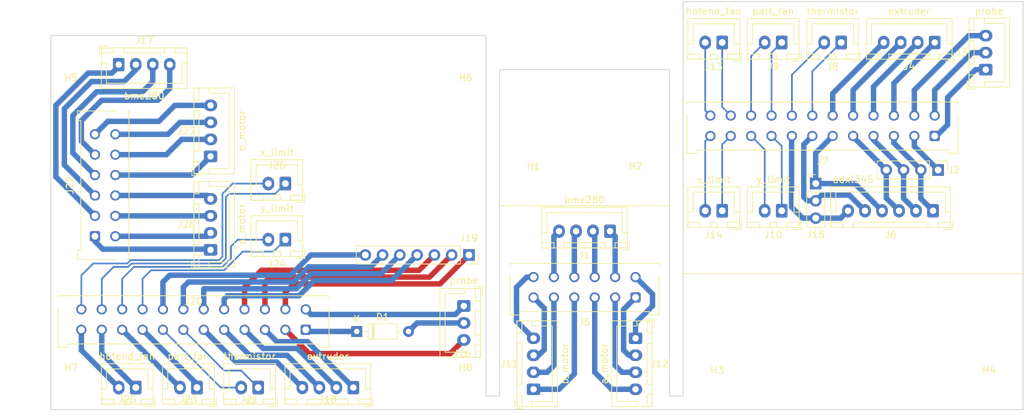
<source format=kicad_pcb>
(kicad_pcb (version 20171130) (host pcbnew "(5.1.9)-1")

  (general
    (thickness 1.6)
    (drawings 23)
    (tracks 250)
    (zones 0)
    (modules 37)
    (nets 74)
  )

  (page A4)
  (layers
    (0 F.Cu signal)
    (31 B.Cu signal)
    (32 B.Adhes user)
    (33 F.Adhes user)
    (34 B.Paste user)
    (35 F.Paste user)
    (36 B.SilkS user)
    (37 F.SilkS user)
    (38 B.Mask user)
    (39 F.Mask user)
    (40 Dwgs.User user)
    (41 Cmts.User user)
    (42 Eco1.User user)
    (43 Eco2.User user)
    (44 Edge.Cuts user)
    (45 Margin user)
    (46 B.CrtYd user)
    (47 F.CrtYd user)
    (48 B.Fab user)
    (49 F.Fab user)
  )

  (setup
    (last_trace_width 0.25)
    (user_trace_width 0.8)
    (trace_clearance 0.2)
    (zone_clearance 0.508)
    (zone_45_only no)
    (trace_min 0.2)
    (via_size 0.8)
    (via_drill 0.4)
    (via_min_size 0.4)
    (via_min_drill 0.3)
    (uvia_size 0.3)
    (uvia_drill 0.1)
    (uvias_allowed no)
    (uvia_min_size 0.2)
    (uvia_min_drill 0.1)
    (edge_width 0.12)
    (segment_width 0.12)
    (pcb_text_width 0.3)
    (pcb_text_size 1.5 1.5)
    (mod_edge_width 0.12)
    (mod_text_size 1 1)
    (mod_text_width 0.15)
    (pad_size 1.524 1.524)
    (pad_drill 0.762)
    (pad_to_mask_clearance 0)
    (aux_axis_origin 0 0)
    (visible_elements 7FFFFFFF)
    (pcbplotparams
      (layerselection 0x010fc_ffffffff)
      (usegerberextensions false)
      (usegerberattributes true)
      (usegerberadvancedattributes true)
      (creategerberjobfile true)
      (excludeedgelayer true)
      (linewidth 0.100000)
      (plotframeref false)
      (viasonmask false)
      (mode 1)
      (useauxorigin false)
      (hpglpennumber 1)
      (hpglpenspeed 20)
      (hpglpendiameter 15.000000)
      (psnegative false)
      (psa4output false)
      (plotreference true)
      (plotvalue true)
      (plotinvisibletext false)
      (padsonsilk false)
      (subtractmaskfromsilk false)
      (outputformat 1)
      (mirror false)
      (drillshape 0)
      (scaleselection 1)
      (outputdirectory "../Production/"))
  )

  (net 0 "")
  (net 1 "Net-(D1-Pad2)")
  (net 2 "Net-(D1-Pad1)")
  (net 3 "Net-(J1-Pad4)")
  (net 4 "Net-(J1-Pad3)")
  (net 5 "Net-(J1-Pad2)")
  (net 6 "Net-(J1-Pad1)")
  (net 7 "Net-(J2-Pad4)")
  (net 8 "Net-(J2-Pad3)")
  (net 9 "Net-(J2-Pad2)")
  (net 10 "Net-(J2-Pad1)")
  (net 11 "Net-(J3-Pad3)")
  (net 12 "Net-(J3-Pad2)")
  (net 13 "Net-(J3-Pad1)")
  (net 14 "Net-(J4-Pad4)")
  (net 15 "Net-(J4-Pad3)")
  (net 16 "Net-(J4-Pad2)")
  (net 17 "Net-(J4-Pad1)")
  (net 18 "Net-(J11-Pad4)")
  (net 19 "Net-(J12-Pad1)")
  (net 20 "Net-(J11-Pad3)")
  (net 21 "Net-(J11-Pad2)")
  (net 22 "Net-(J11-Pad1)")
  (net 23 "Net-(J12-Pad4)")
  (net 24 "Net-(J12-Pad3)")
  (net 25 "Net-(J12-Pad2)")
  (net 26 "Net-(J15-Pad3)")
  (net 27 "Net-(J15-Pad2)")
  (net 28 "Net-(J15-Pad1)")
  (net 29 "Net-(J13-Pad2)")
  (net 30 "Net-(J13-Pad1)")
  (net 31 "Net-(J7-Pad22)")
  (net 32 "Net-(J7-Pad21)")
  (net 33 "Net-(J7-Pad20)")
  (net 34 "Net-(J7-Pad19)")
  (net 35 "Net-(J14-Pad2)")
  (net 36 "Net-(J14-Pad1)")
  (net 37 "Net-(J10-Pad2)")
  (net 38 "Net-(J10-Pad1)")
  (net 39 "Net-(J16-Pad3)")
  (net 40 "Net-(J16-Pad1)")
  (net 41 "Net-(J17-Pad4)")
  (net 42 "Net-(J17-Pad3)")
  (net 43 "Net-(J17-Pad2)")
  (net 44 "Net-(J17-Pad1)")
  (net 45 "Net-(J18-Pad4)")
  (net 46 "Net-(J18-Pad3)")
  (net 47 "Net-(J18-Pad2)")
  (net 48 "Net-(J18-Pad1)")
  (net 49 "Net-(J19-Pad7)")
  (net 50 "Net-(J19-Pad6)")
  (net 51 "Net-(J19-Pad5)")
  (net 52 "Net-(J19-Pad4)")
  (net 53 "Net-(J19-Pad3)")
  (net 54 "Net-(J19-Pad2)")
  (net 55 "Net-(J19-Pad1)")
  (net 56 "Net-(J20-Pad24)")
  (net 57 "Net-(J20-Pad23)")
  (net 58 "Net-(J20-Pad22)")
  (net 59 "Net-(J20-Pad21)")
  (net 60 "Net-(J20-Pad12)")
  (net 61 "Net-(J20-Pad11)")
  (net 62 "Net-(J20-Pad10)")
  (net 63 "Net-(J20-Pad9)")
  (net 64 "Net-(J20-Pad8)")
  (net 65 "Net-(J20-Pad7)")
  (net 66 "Net-(J22-Pad12)")
  (net 67 "Net-(J22-Pad11)")
  (net 68 "Net-(J22-Pad10)")
  (net 69 "Net-(J22-Pad9)")
  (net 70 "Net-(J22-Pad8)")
  (net 71 "Net-(J22-Pad7)")
  (net 72 "Net-(J22-Pad6)")
  (net 73 "Net-(J22-Pad1)")

  (net_class Default "This is the default net class."
    (clearance 0.2)
    (trace_width 0.25)
    (via_dia 0.8)
    (via_drill 0.4)
    (uvia_dia 0.3)
    (uvia_drill 0.1)
    (add_net "Net-(D1-Pad1)")
    (add_net "Net-(D1-Pad2)")
    (add_net "Net-(J1-Pad1)")
    (add_net "Net-(J1-Pad2)")
    (add_net "Net-(J1-Pad3)")
    (add_net "Net-(J1-Pad4)")
    (add_net "Net-(J10-Pad1)")
    (add_net "Net-(J10-Pad2)")
    (add_net "Net-(J11-Pad1)")
    (add_net "Net-(J11-Pad2)")
    (add_net "Net-(J11-Pad3)")
    (add_net "Net-(J11-Pad4)")
    (add_net "Net-(J12-Pad1)")
    (add_net "Net-(J12-Pad2)")
    (add_net "Net-(J12-Pad3)")
    (add_net "Net-(J12-Pad4)")
    (add_net "Net-(J13-Pad1)")
    (add_net "Net-(J13-Pad2)")
    (add_net "Net-(J14-Pad1)")
    (add_net "Net-(J14-Pad2)")
    (add_net "Net-(J15-Pad1)")
    (add_net "Net-(J15-Pad2)")
    (add_net "Net-(J15-Pad3)")
    (add_net "Net-(J16-Pad1)")
    (add_net "Net-(J16-Pad3)")
    (add_net "Net-(J17-Pad1)")
    (add_net "Net-(J17-Pad2)")
    (add_net "Net-(J17-Pad3)")
    (add_net "Net-(J17-Pad4)")
    (add_net "Net-(J18-Pad1)")
    (add_net "Net-(J18-Pad2)")
    (add_net "Net-(J18-Pad3)")
    (add_net "Net-(J18-Pad4)")
    (add_net "Net-(J19-Pad1)")
    (add_net "Net-(J19-Pad2)")
    (add_net "Net-(J19-Pad3)")
    (add_net "Net-(J19-Pad4)")
    (add_net "Net-(J19-Pad5)")
    (add_net "Net-(J19-Pad6)")
    (add_net "Net-(J19-Pad7)")
    (add_net "Net-(J2-Pad1)")
    (add_net "Net-(J2-Pad2)")
    (add_net "Net-(J2-Pad3)")
    (add_net "Net-(J2-Pad4)")
    (add_net "Net-(J20-Pad10)")
    (add_net "Net-(J20-Pad11)")
    (add_net "Net-(J20-Pad12)")
    (add_net "Net-(J20-Pad21)")
    (add_net "Net-(J20-Pad22)")
    (add_net "Net-(J20-Pad23)")
    (add_net "Net-(J20-Pad24)")
    (add_net "Net-(J20-Pad7)")
    (add_net "Net-(J20-Pad8)")
    (add_net "Net-(J20-Pad9)")
    (add_net "Net-(J22-Pad1)")
    (add_net "Net-(J22-Pad10)")
    (add_net "Net-(J22-Pad11)")
    (add_net "Net-(J22-Pad12)")
    (add_net "Net-(J22-Pad6)")
    (add_net "Net-(J22-Pad7)")
    (add_net "Net-(J22-Pad8)")
    (add_net "Net-(J22-Pad9)")
    (add_net "Net-(J3-Pad1)")
    (add_net "Net-(J3-Pad2)")
    (add_net "Net-(J3-Pad3)")
    (add_net "Net-(J4-Pad1)")
    (add_net "Net-(J4-Pad2)")
    (add_net "Net-(J4-Pad3)")
    (add_net "Net-(J4-Pad4)")
    (add_net "Net-(J7-Pad19)")
    (add_net "Net-(J7-Pad20)")
    (add_net "Net-(J7-Pad21)")
    (add_net "Net-(J7-Pad22)")
  )

  (module Connector_JST:JST_XH_B4B-XH-A_1x04_P2.50mm_Vertical (layer F.Cu) (tedit 5C28146C) (tstamp 6032E896)
    (at 43.5 51.5 90)
    (descr "JST XH series connector, B4B-XH-A (http://www.jst-mfg.com/product/pdf/eng/eXH.pdf), generated with kicad-footprint-generator")
    (tags "connector JST XH vertical")
    (path /6033988B)
    (fp_text reference J28 (at 3.75 -3.55 180) (layer F.SilkS)
      (effects (font (size 1 1) (thickness 0.15)))
    )
    (fp_text value a_motor (at 3.75 4.6 90) (layer F.SilkS)
      (effects (font (size 1 1) (thickness 0.15)))
    )
    (fp_line (start -2.85 -2.75) (end -2.85 -1.5) (layer F.SilkS) (width 0.12))
    (fp_line (start -1.6 -2.75) (end -2.85 -2.75) (layer F.SilkS) (width 0.12))
    (fp_line (start 9.3 2.75) (end 3.75 2.75) (layer F.SilkS) (width 0.12))
    (fp_line (start 9.3 -0.2) (end 9.3 2.75) (layer F.SilkS) (width 0.12))
    (fp_line (start 10.05 -0.2) (end 9.3 -0.2) (layer F.SilkS) (width 0.12))
    (fp_line (start -1.8 2.75) (end 3.75 2.75) (layer F.SilkS) (width 0.12))
    (fp_line (start -1.8 -0.2) (end -1.8 2.75) (layer F.SilkS) (width 0.12))
    (fp_line (start -2.55 -0.2) (end -1.8 -0.2) (layer F.SilkS) (width 0.12))
    (fp_line (start 10.05 -2.45) (end 8.25 -2.45) (layer F.SilkS) (width 0.12))
    (fp_line (start 10.05 -1.7) (end 10.05 -2.45) (layer F.SilkS) (width 0.12))
    (fp_line (start 8.25 -1.7) (end 10.05 -1.7) (layer F.SilkS) (width 0.12))
    (fp_line (start 8.25 -2.45) (end 8.25 -1.7) (layer F.SilkS) (width 0.12))
    (fp_line (start -0.75 -2.45) (end -2.55 -2.45) (layer F.SilkS) (width 0.12))
    (fp_line (start -0.75 -1.7) (end -0.75 -2.45) (layer F.SilkS) (width 0.12))
    (fp_line (start -2.55 -1.7) (end -0.75 -1.7) (layer F.SilkS) (width 0.12))
    (fp_line (start -2.55 -2.45) (end -2.55 -1.7) (layer F.SilkS) (width 0.12))
    (fp_line (start 6.75 -2.45) (end 0.75 -2.45) (layer F.SilkS) (width 0.12))
    (fp_line (start 6.75 -1.7) (end 6.75 -2.45) (layer F.SilkS) (width 0.12))
    (fp_line (start 0.75 -1.7) (end 6.75 -1.7) (layer F.SilkS) (width 0.12))
    (fp_line (start 0.75 -2.45) (end 0.75 -1.7) (layer F.SilkS) (width 0.12))
    (fp_line (start 0 -1.35) (end 0.625 -2.35) (layer F.Fab) (width 0.1))
    (fp_line (start -0.625 -2.35) (end 0 -1.35) (layer F.Fab) (width 0.1))
    (fp_line (start 10.45 -2.85) (end -2.95 -2.85) (layer F.CrtYd) (width 0.05))
    (fp_line (start 10.45 3.9) (end 10.45 -2.85) (layer F.CrtYd) (width 0.05))
    (fp_line (start -2.95 3.9) (end 10.45 3.9) (layer F.CrtYd) (width 0.05))
    (fp_line (start -2.95 -2.85) (end -2.95 3.9) (layer F.CrtYd) (width 0.05))
    (fp_line (start 10.06 -2.46) (end -2.56 -2.46) (layer F.SilkS) (width 0.12))
    (fp_line (start 10.06 3.51) (end 10.06 -2.46) (layer F.SilkS) (width 0.12))
    (fp_line (start -2.56 3.51) (end 10.06 3.51) (layer F.SilkS) (width 0.12))
    (fp_line (start -2.56 -2.46) (end -2.56 3.51) (layer F.SilkS) (width 0.12))
    (fp_line (start 9.95 -2.35) (end -2.45 -2.35) (layer F.Fab) (width 0.1))
    (fp_line (start 9.95 3.4) (end 9.95 -2.35) (layer F.Fab) (width 0.1))
    (fp_line (start -2.45 3.4) (end 9.95 3.4) (layer F.Fab) (width 0.1))
    (fp_line (start -2.45 -2.35) (end -2.45 3.4) (layer F.Fab) (width 0.1))
    (fp_text user %R (at 3.75 2.7 90) (layer F.Fab)
      (effects (font (size 1 1) (thickness 0.15)))
    )
    (pad 4 thru_hole oval (at 7.5 0 90) (size 1.7 1.95) (drill 0.95) (layers *.Cu *.Mask)
      (net 69 "Net-(J22-Pad9)"))
    (pad 3 thru_hole oval (at 5 0 90) (size 1.7 1.95) (drill 0.95) (layers *.Cu *.Mask)
      (net 70 "Net-(J22-Pad8)"))
    (pad 2 thru_hole oval (at 2.5 0 90) (size 1.7 1.95) (drill 0.95) (layers *.Cu *.Mask)
      (net 71 "Net-(J22-Pad7)"))
    (pad 1 thru_hole roundrect (at 0 0 90) (size 1.7 1.95) (drill 0.95) (layers *.Cu *.Mask) (roundrect_rratio 0.1470588235294118)
      (net 73 "Net-(J22-Pad1)"))
    (model ${KISYS3DMOD}/Connector_JST.3dshapes/JST_XH_B4B-XH-A_1x04_P2.50mm_Vertical.wrl
      (at (xyz 0 0 0))
      (scale (xyz 1 1 1))
      (rotate (xyz 0 0 0))
    )
  )

  (module Connector_JST:JST_XH_B4B-XH-A_1x04_P2.50mm_Vertical (layer F.Cu) (tedit 5C28146C) (tstamp 6032E86B)
    (at 43.5 37.75 90)
    (descr "JST XH series connector, B4B-XH-A (http://www.jst-mfg.com/product/pdf/eng/eXH.pdf), generated with kicad-footprint-generator")
    (tags "connector JST XH vertical")
    (path /60339A92)
    (fp_text reference J27 (at 3.75 -3.55 180) (layer F.SilkS)
      (effects (font (size 1 1) (thickness 0.15)))
    )
    (fp_text value b_motor (at 3.75 4.6 90) (layer F.SilkS)
      (effects (font (size 1 1) (thickness 0.15)))
    )
    (fp_line (start -2.85 -2.75) (end -2.85 -1.5) (layer F.SilkS) (width 0.12))
    (fp_line (start -1.6 -2.75) (end -2.85 -2.75) (layer F.SilkS) (width 0.12))
    (fp_line (start 9.3 2.75) (end 3.75 2.75) (layer F.SilkS) (width 0.12))
    (fp_line (start 9.3 -0.2) (end 9.3 2.75) (layer F.SilkS) (width 0.12))
    (fp_line (start 10.05 -0.2) (end 9.3 -0.2) (layer F.SilkS) (width 0.12))
    (fp_line (start -1.8 2.75) (end 3.75 2.75) (layer F.SilkS) (width 0.12))
    (fp_line (start -1.8 -0.2) (end -1.8 2.75) (layer F.SilkS) (width 0.12))
    (fp_line (start -2.55 -0.2) (end -1.8 -0.2) (layer F.SilkS) (width 0.12))
    (fp_line (start 10.05 -2.45) (end 8.25 -2.45) (layer F.SilkS) (width 0.12))
    (fp_line (start 10.05 -1.7) (end 10.05 -2.45) (layer F.SilkS) (width 0.12))
    (fp_line (start 8.25 -1.7) (end 10.05 -1.7) (layer F.SilkS) (width 0.12))
    (fp_line (start 8.25 -2.45) (end 8.25 -1.7) (layer F.SilkS) (width 0.12))
    (fp_line (start -0.75 -2.45) (end -2.55 -2.45) (layer F.SilkS) (width 0.12))
    (fp_line (start -0.75 -1.7) (end -0.75 -2.45) (layer F.SilkS) (width 0.12))
    (fp_line (start -2.55 -1.7) (end -0.75 -1.7) (layer F.SilkS) (width 0.12))
    (fp_line (start -2.55 -2.45) (end -2.55 -1.7) (layer F.SilkS) (width 0.12))
    (fp_line (start 6.75 -2.45) (end 0.75 -2.45) (layer F.SilkS) (width 0.12))
    (fp_line (start 6.75 -1.7) (end 6.75 -2.45) (layer F.SilkS) (width 0.12))
    (fp_line (start 0.75 -1.7) (end 6.75 -1.7) (layer F.SilkS) (width 0.12))
    (fp_line (start 0.75 -2.45) (end 0.75 -1.7) (layer F.SilkS) (width 0.12))
    (fp_line (start 0 -1.35) (end 0.625 -2.35) (layer F.Fab) (width 0.1))
    (fp_line (start -0.625 -2.35) (end 0 -1.35) (layer F.Fab) (width 0.1))
    (fp_line (start 10.45 -2.85) (end -2.95 -2.85) (layer F.CrtYd) (width 0.05))
    (fp_line (start 10.45 3.9) (end 10.45 -2.85) (layer F.CrtYd) (width 0.05))
    (fp_line (start -2.95 3.9) (end 10.45 3.9) (layer F.CrtYd) (width 0.05))
    (fp_line (start -2.95 -2.85) (end -2.95 3.9) (layer F.CrtYd) (width 0.05))
    (fp_line (start 10.06 -2.46) (end -2.56 -2.46) (layer F.SilkS) (width 0.12))
    (fp_line (start 10.06 3.51) (end 10.06 -2.46) (layer F.SilkS) (width 0.12))
    (fp_line (start -2.56 3.51) (end 10.06 3.51) (layer F.SilkS) (width 0.12))
    (fp_line (start -2.56 -2.46) (end -2.56 3.51) (layer F.SilkS) (width 0.12))
    (fp_line (start 9.95 -2.35) (end -2.45 -2.35) (layer F.Fab) (width 0.1))
    (fp_line (start 9.95 3.4) (end 9.95 -2.35) (layer F.Fab) (width 0.1))
    (fp_line (start -2.45 3.4) (end 9.95 3.4) (layer F.Fab) (width 0.1))
    (fp_line (start -2.45 -2.35) (end -2.45 3.4) (layer F.Fab) (width 0.1))
    (fp_text user %R (at 3.75 2.7 90) (layer F.Fab)
      (effects (font (size 1 1) (thickness 0.15)))
    )
    (pad 4 thru_hole oval (at 7.5 0 90) (size 1.7 1.95) (drill 0.95) (layers *.Cu *.Mask)
      (net 72 "Net-(J22-Pad6)"))
    (pad 3 thru_hole oval (at 5 0 90) (size 1.7 1.95) (drill 0.95) (layers *.Cu *.Mask)
      (net 66 "Net-(J22-Pad12)"))
    (pad 2 thru_hole oval (at 2.5 0 90) (size 1.7 1.95) (drill 0.95) (layers *.Cu *.Mask)
      (net 67 "Net-(J22-Pad11)"))
    (pad 1 thru_hole roundrect (at 0 0 90) (size 1.7 1.95) (drill 0.95) (layers *.Cu *.Mask) (roundrect_rratio 0.1470588235294118)
      (net 68 "Net-(J22-Pad10)"))
    (model ${KISYS3DMOD}/Connector_JST.3dshapes/JST_XH_B4B-XH-A_1x04_P2.50mm_Vertical.wrl
      (at (xyz 0 0 0))
      (scale (xyz 1 1 1))
      (rotate (xyz 0 0 0))
    )
  )

  (module Connector_JST:JST_XH_B2B-XH-A_1x02_P2.50mm_Vertical (layer F.Cu) (tedit 5C28146C) (tstamp 6032E840)
    (at 54.5 41.75 180)
    (descr "JST XH series connector, B2B-XH-A (http://www.jst-mfg.com/product/pdf/eng/eXH.pdf), generated with kicad-footprint-generator")
    (tags "connector JST XH vertical")
    (path /6033D066)
    (fp_text reference J26 (at 1.25 -3.55) (layer F.Fab)
      (effects (font (size 1 1) (thickness 0.15)))
    )
    (fp_text value x_limit (at 1.25 4.6) (layer F.SilkS)
      (effects (font (size 1 1) (thickness 0.15)))
    )
    (fp_line (start -2.85 -2.75) (end -2.85 -1.5) (layer F.SilkS) (width 0.12))
    (fp_line (start -1.6 -2.75) (end -2.85 -2.75) (layer F.SilkS) (width 0.12))
    (fp_line (start 4.3 2.75) (end 1.25 2.75) (layer F.SilkS) (width 0.12))
    (fp_line (start 4.3 -0.2) (end 4.3 2.75) (layer F.SilkS) (width 0.12))
    (fp_line (start 5.05 -0.2) (end 4.3 -0.2) (layer F.SilkS) (width 0.12))
    (fp_line (start -1.8 2.75) (end 1.25 2.75) (layer F.SilkS) (width 0.12))
    (fp_line (start -1.8 -0.2) (end -1.8 2.75) (layer F.SilkS) (width 0.12))
    (fp_line (start -2.55 -0.2) (end -1.8 -0.2) (layer F.SilkS) (width 0.12))
    (fp_line (start 5.05 -2.45) (end 3.25 -2.45) (layer F.SilkS) (width 0.12))
    (fp_line (start 5.05 -1.7) (end 5.05 -2.45) (layer F.SilkS) (width 0.12))
    (fp_line (start 3.25 -1.7) (end 5.05 -1.7) (layer F.SilkS) (width 0.12))
    (fp_line (start 3.25 -2.45) (end 3.25 -1.7) (layer F.SilkS) (width 0.12))
    (fp_line (start -0.75 -2.45) (end -2.55 -2.45) (layer F.SilkS) (width 0.12))
    (fp_line (start -0.75 -1.7) (end -0.75 -2.45) (layer F.SilkS) (width 0.12))
    (fp_line (start -2.55 -1.7) (end -0.75 -1.7) (layer F.SilkS) (width 0.12))
    (fp_line (start -2.55 -2.45) (end -2.55 -1.7) (layer F.SilkS) (width 0.12))
    (fp_line (start 1.75 -2.45) (end 0.75 -2.45) (layer F.SilkS) (width 0.12))
    (fp_line (start 1.75 -1.7) (end 1.75 -2.45) (layer F.SilkS) (width 0.12))
    (fp_line (start 0.75 -1.7) (end 1.75 -1.7) (layer F.SilkS) (width 0.12))
    (fp_line (start 0.75 -2.45) (end 0.75 -1.7) (layer F.SilkS) (width 0.12))
    (fp_line (start 0 -1.35) (end 0.625 -2.35) (layer F.Fab) (width 0.1))
    (fp_line (start -0.625 -2.35) (end 0 -1.35) (layer F.Fab) (width 0.1))
    (fp_line (start 5.45 -2.85) (end -2.95 -2.85) (layer F.CrtYd) (width 0.05))
    (fp_line (start 5.45 3.9) (end 5.45 -2.85) (layer F.CrtYd) (width 0.05))
    (fp_line (start -2.95 3.9) (end 5.45 3.9) (layer F.CrtYd) (width 0.05))
    (fp_line (start -2.95 -2.85) (end -2.95 3.9) (layer F.CrtYd) (width 0.05))
    (fp_line (start 5.06 -2.46) (end -2.56 -2.46) (layer F.SilkS) (width 0.12))
    (fp_line (start 5.06 3.51) (end 5.06 -2.46) (layer F.SilkS) (width 0.12))
    (fp_line (start -2.56 3.51) (end 5.06 3.51) (layer F.SilkS) (width 0.12))
    (fp_line (start -2.56 -2.46) (end -2.56 3.51) (layer F.SilkS) (width 0.12))
    (fp_line (start 4.95 -2.35) (end -2.45 -2.35) (layer F.Fab) (width 0.1))
    (fp_line (start 4.95 3.4) (end 4.95 -2.35) (layer F.Fab) (width 0.1))
    (fp_line (start -2.45 3.4) (end 4.95 3.4) (layer F.Fab) (width 0.1))
    (fp_line (start -2.45 -2.35) (end -2.45 3.4) (layer F.Fab) (width 0.1))
    (fp_text user %R (at 1.25 2.7) (layer F.SilkS)
      (effects (font (size 1 1) (thickness 0.15)))
    )
    (pad 2 thru_hole oval (at 2.5 0 180) (size 1.7 2) (drill 1) (layers *.Cu *.Mask)
      (net 56 "Net-(J20-Pad24)"))
    (pad 1 thru_hole roundrect (at 0 0 180) (size 1.7 2) (drill 1) (layers *.Cu *.Mask) (roundrect_rratio 0.1470588235294118)
      (net 57 "Net-(J20-Pad23)"))
    (model ${KISYS3DMOD}/Connector_JST.3dshapes/JST_XH_B2B-XH-A_1x02_P2.50mm_Vertical.wrl
      (at (xyz 0 0 0))
      (scale (xyz 1 1 1))
      (rotate (xyz 0 0 0))
    )
  )

  (module Connector_JST:JST_XH_B2B-XH-A_1x02_P2.50mm_Vertical (layer F.Cu) (tedit 5C28146C) (tstamp 6032E817)
    (at 32.5 71.75 180)
    (descr "JST XH series connector, B2B-XH-A (http://www.jst-mfg.com/product/pdf/eng/eXH.pdf), generated with kicad-footprint-generator")
    (tags "connector JST XH vertical")
    (path /6033CCCB)
    (fp_text reference J25 (at 1.25 -1.75) (layer F.SilkS)
      (effects (font (size 1 1) (thickness 0.15)))
    )
    (fp_text value hotend_fan (at 1.25 4.6) (layer F.SilkS)
      (effects (font (size 1 1) (thickness 0.15)))
    )
    (fp_line (start -2.85 -2.75) (end -2.85 -1.5) (layer F.SilkS) (width 0.12))
    (fp_line (start -1.6 -2.75) (end -2.85 -2.75) (layer F.SilkS) (width 0.12))
    (fp_line (start 4.3 2.75) (end 1.25 2.75) (layer F.SilkS) (width 0.12))
    (fp_line (start 4.3 -0.2) (end 4.3 2.75) (layer F.SilkS) (width 0.12))
    (fp_line (start 5.05 -0.2) (end 4.3 -0.2) (layer F.SilkS) (width 0.12))
    (fp_line (start -1.8 2.75) (end 1.25 2.75) (layer F.SilkS) (width 0.12))
    (fp_line (start -1.8 -0.2) (end -1.8 2.75) (layer F.SilkS) (width 0.12))
    (fp_line (start -2.55 -0.2) (end -1.8 -0.2) (layer F.SilkS) (width 0.12))
    (fp_line (start 5.05 -2.45) (end 3.25 -2.45) (layer F.SilkS) (width 0.12))
    (fp_line (start 5.05 -1.7) (end 5.05 -2.45) (layer F.SilkS) (width 0.12))
    (fp_line (start 3.25 -1.7) (end 5.05 -1.7) (layer F.SilkS) (width 0.12))
    (fp_line (start 3.25 -2.45) (end 3.25 -1.7) (layer F.SilkS) (width 0.12))
    (fp_line (start -0.75 -2.45) (end -2.55 -2.45) (layer F.SilkS) (width 0.12))
    (fp_line (start -0.75 -1.7) (end -0.75 -2.45) (layer F.SilkS) (width 0.12))
    (fp_line (start -2.55 -1.7) (end -0.75 -1.7) (layer F.SilkS) (width 0.12))
    (fp_line (start -2.55 -2.45) (end -2.55 -1.7) (layer F.SilkS) (width 0.12))
    (fp_line (start 1.75 -2.45) (end 0.75 -2.45) (layer F.SilkS) (width 0.12))
    (fp_line (start 1.75 -1.7) (end 1.75 -2.45) (layer F.SilkS) (width 0.12))
    (fp_line (start 0.75 -1.7) (end 1.75 -1.7) (layer F.SilkS) (width 0.12))
    (fp_line (start 0.75 -2.45) (end 0.75 -1.7) (layer F.SilkS) (width 0.12))
    (fp_line (start 0 -1.35) (end 0.625 -2.35) (layer F.Fab) (width 0.1))
    (fp_line (start -0.625 -2.35) (end 0 -1.35) (layer F.Fab) (width 0.1))
    (fp_line (start 5.45 -2.85) (end -2.95 -2.85) (layer F.CrtYd) (width 0.05))
    (fp_line (start 5.45 3.9) (end 5.45 -2.85) (layer F.CrtYd) (width 0.05))
    (fp_line (start -2.95 3.9) (end 5.45 3.9) (layer F.CrtYd) (width 0.05))
    (fp_line (start -2.95 -2.85) (end -2.95 3.9) (layer F.CrtYd) (width 0.05))
    (fp_line (start 5.06 -2.46) (end -2.56 -2.46) (layer F.SilkS) (width 0.12))
    (fp_line (start 5.06 3.51) (end 5.06 -2.46) (layer F.SilkS) (width 0.12))
    (fp_line (start -2.56 3.51) (end 5.06 3.51) (layer F.SilkS) (width 0.12))
    (fp_line (start -2.56 -2.46) (end -2.56 3.51) (layer F.SilkS) (width 0.12))
    (fp_line (start 4.95 -2.35) (end -2.45 -2.35) (layer F.Fab) (width 0.1))
    (fp_line (start 4.95 3.4) (end 4.95 -2.35) (layer F.Fab) (width 0.1))
    (fp_line (start -2.45 3.4) (end 4.95 3.4) (layer F.Fab) (width 0.1))
    (fp_line (start -2.45 -2.35) (end -2.45 3.4) (layer F.Fab) (width 0.1))
    (fp_text user %R (at 1.25 2.7) (layer F.Fab)
      (effects (font (size 1 1) (thickness 0.15)))
    )
    (pad 2 thru_hole oval (at 2.5 0 180) (size 1.7 2) (drill 1) (layers *.Cu *.Mask)
      (net 60 "Net-(J20-Pad12)"))
    (pad 1 thru_hole roundrect (at 0 0 180) (size 1.7 2) (drill 1) (layers *.Cu *.Mask) (roundrect_rratio 0.1470588235294118)
      (net 61 "Net-(J20-Pad11)"))
    (model ${KISYS3DMOD}/Connector_JST.3dshapes/JST_XH_B2B-XH-A_1x02_P2.50mm_Vertical.wrl
      (at (xyz 0 0 0))
      (scale (xyz 1 1 1))
      (rotate (xyz 0 0 0))
    )
  )

  (module Connector_JST:JST_XH_B2B-XH-A_1x02_P2.50mm_Vertical (layer F.Cu) (tedit 5C28146C) (tstamp 6032E7EE)
    (at 54.5 50 180)
    (descr "JST XH series connector, B2B-XH-A (http://www.jst-mfg.com/product/pdf/eng/eXH.pdf), generated with kicad-footprint-generator")
    (tags "connector JST XH vertical")
    (path /6033CF1F)
    (fp_text reference J24 (at 1.25 -3.55) (layer F.SilkS)
      (effects (font (size 1 1) (thickness 0.15)))
    )
    (fp_text value y_limit (at 1.25 4.6) (layer F.SilkS)
      (effects (font (size 1 1) (thickness 0.15)))
    )
    (fp_line (start -2.85 -2.75) (end -2.85 -1.5) (layer F.SilkS) (width 0.12))
    (fp_line (start -1.6 -2.75) (end -2.85 -2.75) (layer F.SilkS) (width 0.12))
    (fp_line (start 4.3 2.75) (end 1.25 2.75) (layer F.SilkS) (width 0.12))
    (fp_line (start 4.3 -0.2) (end 4.3 2.75) (layer F.SilkS) (width 0.12))
    (fp_line (start 5.05 -0.2) (end 4.3 -0.2) (layer F.SilkS) (width 0.12))
    (fp_line (start -1.8 2.75) (end 1.25 2.75) (layer F.SilkS) (width 0.12))
    (fp_line (start -1.8 -0.2) (end -1.8 2.75) (layer F.SilkS) (width 0.12))
    (fp_line (start -2.55 -0.2) (end -1.8 -0.2) (layer F.SilkS) (width 0.12))
    (fp_line (start 5.05 -2.45) (end 3.25 -2.45) (layer F.SilkS) (width 0.12))
    (fp_line (start 5.05 -1.7) (end 5.05 -2.45) (layer F.SilkS) (width 0.12))
    (fp_line (start 3.25 -1.7) (end 5.05 -1.7) (layer F.SilkS) (width 0.12))
    (fp_line (start 3.25 -2.45) (end 3.25 -1.7) (layer F.SilkS) (width 0.12))
    (fp_line (start -0.75 -2.45) (end -2.55 -2.45) (layer F.SilkS) (width 0.12))
    (fp_line (start -0.75 -1.7) (end -0.75 -2.45) (layer F.SilkS) (width 0.12))
    (fp_line (start -2.55 -1.7) (end -0.75 -1.7) (layer F.SilkS) (width 0.12))
    (fp_line (start -2.55 -2.45) (end -2.55 -1.7) (layer F.SilkS) (width 0.12))
    (fp_line (start 1.75 -2.45) (end 0.75 -2.45) (layer F.SilkS) (width 0.12))
    (fp_line (start 1.75 -1.7) (end 1.75 -2.45) (layer F.SilkS) (width 0.12))
    (fp_line (start 0.75 -1.7) (end 1.75 -1.7) (layer F.SilkS) (width 0.12))
    (fp_line (start 0.75 -2.45) (end 0.75 -1.7) (layer F.SilkS) (width 0.12))
    (fp_line (start 0 -1.35) (end 0.625 -2.35) (layer F.Fab) (width 0.1))
    (fp_line (start -0.625 -2.35) (end 0 -1.35) (layer F.Fab) (width 0.1))
    (fp_line (start 5.45 -2.85) (end -2.95 -2.85) (layer F.CrtYd) (width 0.05))
    (fp_line (start 5.45 3.9) (end 5.45 -2.85) (layer F.CrtYd) (width 0.05))
    (fp_line (start -2.95 3.9) (end 5.45 3.9) (layer F.CrtYd) (width 0.05))
    (fp_line (start -2.95 -2.85) (end -2.95 3.9) (layer F.CrtYd) (width 0.05))
    (fp_line (start 5.06 -2.46) (end -2.56 -2.46) (layer F.SilkS) (width 0.12))
    (fp_line (start 5.06 3.51) (end 5.06 -2.46) (layer F.SilkS) (width 0.12))
    (fp_line (start -2.56 3.51) (end 5.06 3.51) (layer F.SilkS) (width 0.12))
    (fp_line (start -2.56 -2.46) (end -2.56 3.51) (layer F.SilkS) (width 0.12))
    (fp_line (start 4.95 -2.35) (end -2.45 -2.35) (layer F.Fab) (width 0.1))
    (fp_line (start 4.95 3.4) (end 4.95 -2.35) (layer F.Fab) (width 0.1))
    (fp_line (start -2.45 3.4) (end 4.95 3.4) (layer F.Fab) (width 0.1))
    (fp_line (start -2.45 -2.35) (end -2.45 3.4) (layer F.Fab) (width 0.1))
    (fp_text user %R (at 1.25 2.7) (layer F.Fab)
      (effects (font (size 1 1) (thickness 0.15)))
    )
    (pad 2 thru_hole oval (at 2.5 0 180) (size 1.7 2) (drill 1) (layers *.Cu *.Mask)
      (net 58 "Net-(J20-Pad22)"))
    (pad 1 thru_hole roundrect (at 0 0 180) (size 1.7 2) (drill 1) (layers *.Cu *.Mask) (roundrect_rratio 0.1470588235294118)
      (net 59 "Net-(J20-Pad21)"))
    (model ${KISYS3DMOD}/Connector_JST.3dshapes/JST_XH_B2B-XH-A_1x02_P2.50mm_Vertical.wrl
      (at (xyz 0 0 0))
      (scale (xyz 1 1 1))
      (rotate (xyz 0 0 0))
    )
  )

  (module Connector_JST:JST_XH_B2B-XH-A_1x02_P2.50mm_Vertical (layer F.Cu) (tedit 5C28146C) (tstamp 6032E7C5)
    (at 41.5 71.75 180)
    (descr "JST XH series connector, B2B-XH-A (http://www.jst-mfg.com/product/pdf/eng/eXH.pdf), generated with kicad-footprint-generator")
    (tags "connector JST XH vertical")
    (path /6033CD81)
    (fp_text reference J23 (at 1.25 -1.75) (layer F.SilkS)
      (effects (font (size 1 1) (thickness 0.15)))
    )
    (fp_text value part_fan (at 1.25 4.6) (layer F.SilkS)
      (effects (font (size 1 1) (thickness 0.15)))
    )
    (fp_line (start -2.85 -2.75) (end -2.85 -1.5) (layer F.SilkS) (width 0.12))
    (fp_line (start -1.6 -2.75) (end -2.85 -2.75) (layer F.SilkS) (width 0.12))
    (fp_line (start 4.3 2.75) (end 1.25 2.75) (layer F.SilkS) (width 0.12))
    (fp_line (start 4.3 -0.2) (end 4.3 2.75) (layer F.SilkS) (width 0.12))
    (fp_line (start 5.05 -0.2) (end 4.3 -0.2) (layer F.SilkS) (width 0.12))
    (fp_line (start -1.8 2.75) (end 1.25 2.75) (layer F.SilkS) (width 0.12))
    (fp_line (start -1.8 -0.2) (end -1.8 2.75) (layer F.SilkS) (width 0.12))
    (fp_line (start -2.55 -0.2) (end -1.8 -0.2) (layer F.SilkS) (width 0.12))
    (fp_line (start 5.05 -2.45) (end 3.25 -2.45) (layer F.SilkS) (width 0.12))
    (fp_line (start 5.05 -1.7) (end 5.05 -2.45) (layer F.SilkS) (width 0.12))
    (fp_line (start 3.25 -1.7) (end 5.05 -1.7) (layer F.SilkS) (width 0.12))
    (fp_line (start 3.25 -2.45) (end 3.25 -1.7) (layer F.SilkS) (width 0.12))
    (fp_line (start -0.75 -2.45) (end -2.55 -2.45) (layer F.SilkS) (width 0.12))
    (fp_line (start -0.75 -1.7) (end -0.75 -2.45) (layer F.SilkS) (width 0.12))
    (fp_line (start -2.55 -1.7) (end -0.75 -1.7) (layer F.SilkS) (width 0.12))
    (fp_line (start -2.55 -2.45) (end -2.55 -1.7) (layer F.SilkS) (width 0.12))
    (fp_line (start 1.75 -2.45) (end 0.75 -2.45) (layer F.SilkS) (width 0.12))
    (fp_line (start 1.75 -1.7) (end 1.75 -2.45) (layer F.SilkS) (width 0.12))
    (fp_line (start 0.75 -1.7) (end 1.75 -1.7) (layer F.SilkS) (width 0.12))
    (fp_line (start 0.75 -2.45) (end 0.75 -1.7) (layer F.SilkS) (width 0.12))
    (fp_line (start 0 -1.35) (end 0.625 -2.35) (layer F.Fab) (width 0.1))
    (fp_line (start -0.625 -2.35) (end 0 -1.35) (layer F.Fab) (width 0.1))
    (fp_line (start 5.45 -2.85) (end -2.95 -2.85) (layer F.CrtYd) (width 0.05))
    (fp_line (start 5.45 3.9) (end 5.45 -2.85) (layer F.CrtYd) (width 0.05))
    (fp_line (start -2.95 3.9) (end 5.45 3.9) (layer F.CrtYd) (width 0.05))
    (fp_line (start -2.95 -2.85) (end -2.95 3.9) (layer F.CrtYd) (width 0.05))
    (fp_line (start 5.06 -2.46) (end -2.56 -2.46) (layer F.SilkS) (width 0.12))
    (fp_line (start 5.06 3.51) (end 5.06 -2.46) (layer F.SilkS) (width 0.12))
    (fp_line (start -2.56 3.51) (end 5.06 3.51) (layer F.SilkS) (width 0.12))
    (fp_line (start -2.56 -2.46) (end -2.56 3.51) (layer F.SilkS) (width 0.12))
    (fp_line (start 4.95 -2.35) (end -2.45 -2.35) (layer F.Fab) (width 0.1))
    (fp_line (start 4.95 3.4) (end 4.95 -2.35) (layer F.Fab) (width 0.1))
    (fp_line (start -2.45 3.4) (end 4.95 3.4) (layer F.Fab) (width 0.1))
    (fp_line (start -2.45 -2.35) (end -2.45 3.4) (layer F.Fab) (width 0.1))
    (fp_text user %R (at 1.25 2.7) (layer F.Fab)
      (effects (font (size 1 1) (thickness 0.15)))
    )
    (pad 2 thru_hole oval (at 2.5 0 180) (size 1.7 2) (drill 1) (layers *.Cu *.Mask)
      (net 62 "Net-(J20-Pad10)"))
    (pad 1 thru_hole roundrect (at 0 0 180) (size 1.7 2) (drill 1) (layers *.Cu *.Mask) (roundrect_rratio 0.1470588235294118)
      (net 63 "Net-(J20-Pad9)"))
    (model ${KISYS3DMOD}/Connector_JST.3dshapes/JST_XH_B2B-XH-A_1x02_P2.50mm_Vertical.wrl
      (at (xyz 0 0 0))
      (scale (xyz 1 1 1))
      (rotate (xyz 0 0 0))
    )
  )

  (module Connector_Molex:Molex_Micro-Fit_3.0_43045-1212_2x06_P3.00mm_Vertical (layer F.Cu) (tedit 5B78138F) (tstamp 6032E79C)
    (at 26.5 49.5 90)
    (descr "Molex Micro-Fit 3.0 Connector System, 43045-1212 (compatible alternatives: 43045-1213, 43045-1224), 6 Pins per row (http://www.molex.com/pdm_docs/sd/430450212_sd.pdf), generated with kicad-footprint-generator")
    (tags "connector Molex Micro-Fit_3.0 side entry")
    (path /6032DCCD)
    (fp_text reference J22 (at 7.5 -3.67 90) (layer F.SilkS)
      (effects (font (size 1 1) (thickness 0.15)))
    )
    (fp_text value Conn_02x06_Top_Bottom (at 7.5 7.5 90) (layer F.Fab)
      (effects (font (size 1 1) (thickness 0.15)))
    )
    (fp_line (start -3.82 6.8) (end -3.82 -2.97) (layer F.CrtYd) (width 0.05))
    (fp_line (start 18.82 6.8) (end -3.82 6.8) (layer F.CrtYd) (width 0.05))
    (fp_line (start 18.82 -2.97) (end 18.82 6.8) (layer F.CrtYd) (width 0.05))
    (fp_line (start -3.82 -2.97) (end 18.82 -2.97) (layer F.CrtYd) (width 0.05))
    (fp_line (start 18.435 -2.58) (end 18.435 3.18) (layer F.SilkS) (width 0.12))
    (fp_line (start 17.015 -2.58) (end 18.435 -2.58) (layer F.SilkS) (width 0.12))
    (fp_line (start 17.015 -2.08) (end 17.015 -2.58) (layer F.SilkS) (width 0.12))
    (fp_line (start -2.015 -2.08) (end 17.015 -2.08) (layer F.SilkS) (width 0.12))
    (fp_line (start -2.015 -2.58) (end -2.015 -2.08) (layer F.SilkS) (width 0.12))
    (fp_line (start -3.435 -2.58) (end -2.015 -2.58) (layer F.SilkS) (width 0.12))
    (fp_line (start -3.435 3.18) (end -3.435 -2.58) (layer F.SilkS) (width 0.12))
    (fp_line (start 18.435 5.01) (end 18.435 4.7) (layer F.SilkS) (width 0.12))
    (fp_line (start -3.435 5.01) (end 18.435 5.01) (layer F.SilkS) (width 0.12))
    (fp_line (start -3.435 4.7) (end -3.435 5.01) (layer F.SilkS) (width 0.12))
    (fp_line (start 0 -1.262893) (end 0.5 -1.97) (layer F.Fab) (width 0.1))
    (fp_line (start -0.5 -1.97) (end 0 -1.262893) (layer F.Fab) (width 0.1))
    (fp_line (start 8.2 6.3) (end 8.2 4.9) (layer F.Fab) (width 0.1))
    (fp_line (start 6.8 6.3) (end 8.2 6.3) (layer F.Fab) (width 0.1))
    (fp_line (start 6.8 4.9) (end 6.8 6.3) (layer F.Fab) (width 0.1))
    (fp_line (start 18.325 -1.34) (end 17.125 -1.97) (layer F.Fab) (width 0.1))
    (fp_line (start -3.325 -1.34) (end -2.125 -1.97) (layer F.Fab) (width 0.1))
    (fp_line (start 17.125 -1.97) (end -2.125 -1.97) (layer F.Fab) (width 0.1))
    (fp_line (start 17.125 -2.47) (end 17.125 -1.97) (layer F.Fab) (width 0.1))
    (fp_line (start 18.325 -2.47) (end 17.125 -2.47) (layer F.Fab) (width 0.1))
    (fp_line (start 18.325 4.9) (end 18.325 -2.47) (layer F.Fab) (width 0.1))
    (fp_line (start -3.325 4.9) (end 18.325 4.9) (layer F.Fab) (width 0.1))
    (fp_line (start -3.325 -2.47) (end -3.325 4.9) (layer F.Fab) (width 0.1))
    (fp_line (start -2.125 -2.47) (end -3.325 -2.47) (layer F.Fab) (width 0.1))
    (fp_line (start -2.125 -1.97) (end -2.125 -2.47) (layer F.Fab) (width 0.1))
    (fp_text user %R (at 7.5 4.2 90) (layer F.Fab)
      (effects (font (size 1 1) (thickness 0.15)))
    )
    (pad 12 thru_hole circle (at 15 3 90) (size 1.5 1.5) (drill 1) (layers *.Cu *.Mask)
      (net 66 "Net-(J22-Pad12)"))
    (pad 11 thru_hole circle (at 12 3 90) (size 1.5 1.5) (drill 1) (layers *.Cu *.Mask)
      (net 67 "Net-(J22-Pad11)"))
    (pad 10 thru_hole circle (at 9 3 90) (size 1.5 1.5) (drill 1) (layers *.Cu *.Mask)
      (net 68 "Net-(J22-Pad10)"))
    (pad 9 thru_hole circle (at 6 3 90) (size 1.5 1.5) (drill 1) (layers *.Cu *.Mask)
      (net 69 "Net-(J22-Pad9)"))
    (pad 8 thru_hole circle (at 3 3 90) (size 1.5 1.5) (drill 1) (layers *.Cu *.Mask)
      (net 70 "Net-(J22-Pad8)"))
    (pad 7 thru_hole circle (at 0 3 90) (size 1.5 1.5) (drill 1) (layers *.Cu *.Mask)
      (net 71 "Net-(J22-Pad7)"))
    (pad 6 thru_hole circle (at 15 0 90) (size 1.5 1.5) (drill 1) (layers *.Cu *.Mask)
      (net 72 "Net-(J22-Pad6)"))
    (pad 5 thru_hole circle (at 12 0 90) (size 1.5 1.5) (drill 1) (layers *.Cu *.Mask)
      (net 41 "Net-(J17-Pad4)"))
    (pad 4 thru_hole circle (at 9 0 90) (size 1.5 1.5) (drill 1) (layers *.Cu *.Mask)
      (net 42 "Net-(J17-Pad3)"))
    (pad 3 thru_hole circle (at 6 0 90) (size 1.5 1.5) (drill 1) (layers *.Cu *.Mask)
      (net 43 "Net-(J17-Pad2)"))
    (pad 2 thru_hole circle (at 3 0 90) (size 1.5 1.5) (drill 1) (layers *.Cu *.Mask)
      (net 44 "Net-(J17-Pad1)"))
    (pad 1 thru_hole roundrect (at 0 0 90) (size 1.5 1.5) (drill 1) (layers *.Cu *.Mask) (roundrect_rratio 0.1666666666666667)
      (net 73 "Net-(J22-Pad1)"))
    (pad "" np_thru_hole circle (at 18 3.94 90) (size 1 1) (drill 1) (layers *.Cu *.Mask))
    (pad "" np_thru_hole circle (at -3 3.94 90) (size 1 1) (drill 1) (layers *.Cu *.Mask))
    (model ${KISYS3DMOD}/Connector_Molex.3dshapes/Molex_Micro-Fit_3.0_43045-1212_2x06_P3.00mm_Vertical.wrl
      (at (xyz 0 0 0))
      (scale (xyz 1 1 1))
      (rotate (xyz 0 0 0))
    )
  )

  (module Connector_JST:JST_XH_B2B-XH-A_1x02_P2.50mm_Vertical (layer F.Cu) (tedit 5C28146C) (tstamp 6032E76C)
    (at 50.5 71.75 180)
    (descr "JST XH series connector, B2B-XH-A (http://www.jst-mfg.com/product/pdf/eng/eXH.pdf), generated with kicad-footprint-generator")
    (tags "connector JST XH vertical")
    (path /6033CE41)
    (fp_text reference J21 (at 1.25 -1.75) (layer F.SilkS)
      (effects (font (size 1 1) (thickness 0.15)))
    )
    (fp_text value thermistor (at 1.25 4.6) (layer F.SilkS)
      (effects (font (size 1 1) (thickness 0.15)))
    )
    (fp_line (start -2.85 -2.75) (end -2.85 -1.5) (layer F.SilkS) (width 0.12))
    (fp_line (start -1.6 -2.75) (end -2.85 -2.75) (layer F.SilkS) (width 0.12))
    (fp_line (start 4.3 2.75) (end 1.25 2.75) (layer F.SilkS) (width 0.12))
    (fp_line (start 4.3 -0.2) (end 4.3 2.75) (layer F.SilkS) (width 0.12))
    (fp_line (start 5.05 -0.2) (end 4.3 -0.2) (layer F.SilkS) (width 0.12))
    (fp_line (start -1.8 2.75) (end 1.25 2.75) (layer F.SilkS) (width 0.12))
    (fp_line (start -1.8 -0.2) (end -1.8 2.75) (layer F.SilkS) (width 0.12))
    (fp_line (start -2.55 -0.2) (end -1.8 -0.2) (layer F.SilkS) (width 0.12))
    (fp_line (start 5.05 -2.45) (end 3.25 -2.45) (layer F.SilkS) (width 0.12))
    (fp_line (start 5.05 -1.7) (end 5.05 -2.45) (layer F.SilkS) (width 0.12))
    (fp_line (start 3.25 -1.7) (end 5.05 -1.7) (layer F.SilkS) (width 0.12))
    (fp_line (start 3.25 -2.45) (end 3.25 -1.7) (layer F.SilkS) (width 0.12))
    (fp_line (start -0.75 -2.45) (end -2.55 -2.45) (layer F.SilkS) (width 0.12))
    (fp_line (start -0.75 -1.7) (end -0.75 -2.45) (layer F.SilkS) (width 0.12))
    (fp_line (start -2.55 -1.7) (end -0.75 -1.7) (layer F.SilkS) (width 0.12))
    (fp_line (start -2.55 -2.45) (end -2.55 -1.7) (layer F.SilkS) (width 0.12))
    (fp_line (start 1.75 -2.45) (end 0.75 -2.45) (layer F.SilkS) (width 0.12))
    (fp_line (start 1.75 -1.7) (end 1.75 -2.45) (layer F.SilkS) (width 0.12))
    (fp_line (start 0.75 -1.7) (end 1.75 -1.7) (layer F.SilkS) (width 0.12))
    (fp_line (start 0.75 -2.45) (end 0.75 -1.7) (layer F.SilkS) (width 0.12))
    (fp_line (start 0 -1.35) (end 0.625 -2.35) (layer F.Fab) (width 0.1))
    (fp_line (start -0.625 -2.35) (end 0 -1.35) (layer F.Fab) (width 0.1))
    (fp_line (start 5.45 -2.85) (end -2.95 -2.85) (layer F.CrtYd) (width 0.05))
    (fp_line (start 5.45 3.9) (end 5.45 -2.85) (layer F.CrtYd) (width 0.05))
    (fp_line (start -2.95 3.9) (end 5.45 3.9) (layer F.CrtYd) (width 0.05))
    (fp_line (start -2.95 -2.85) (end -2.95 3.9) (layer F.CrtYd) (width 0.05))
    (fp_line (start 5.06 -2.46) (end -2.56 -2.46) (layer F.SilkS) (width 0.12))
    (fp_line (start 5.06 3.51) (end 5.06 -2.46) (layer F.SilkS) (width 0.12))
    (fp_line (start -2.56 3.51) (end 5.06 3.51) (layer F.SilkS) (width 0.12))
    (fp_line (start -2.56 -2.46) (end -2.56 3.51) (layer F.SilkS) (width 0.12))
    (fp_line (start 4.95 -2.35) (end -2.45 -2.35) (layer F.Fab) (width 0.1))
    (fp_line (start 4.95 3.4) (end 4.95 -2.35) (layer F.Fab) (width 0.1))
    (fp_line (start -2.45 3.4) (end 4.95 3.4) (layer F.Fab) (width 0.1))
    (fp_line (start -2.45 -2.35) (end -2.45 3.4) (layer F.Fab) (width 0.1))
    (fp_text user %R (at 1.25 3) (layer F.Fab)
      (effects (font (size 1 1) (thickness 0.15)))
    )
    (pad 2 thru_hole oval (at 2.5 0 180) (size 1.7 2) (drill 1) (layers *.Cu *.Mask)
      (net 64 "Net-(J20-Pad8)"))
    (pad 1 thru_hole roundrect (at 0 0 180) (size 1.7 2) (drill 1) (layers *.Cu *.Mask) (roundrect_rratio 0.1470588235294118)
      (net 65 "Net-(J20-Pad7)"))
    (model ${KISYS3DMOD}/Connector_JST.3dshapes/JST_XH_B2B-XH-A_1x02_P2.50mm_Vertical.wrl
      (at (xyz 0 0 0))
      (scale (xyz 1 1 1))
      (rotate (xyz 0 0 0))
    )
  )

  (module Connector_Molex:Molex_Micro-Fit_3.0_43045-2412_2x12_P3.00mm_Vertical (layer F.Cu) (tedit 5B78138F) (tstamp 6032E743)
    (at 57.5 63.25 180)
    (descr "Molex Micro-Fit 3.0 Connector System, 43045-2412 (compatible alternatives: 43045-2413, 43045-2424), 12 Pins per row (http://www.molex.com/pdm_docs/sd/430450212_sd.pdf), generated with kicad-footprint-generator")
    (tags "connector Molex Micro-Fit_3.0 side entry")
    (path /60332EFB)
    (fp_text reference J20 (at 13.75 -3.25) (layer F.Fab)
      (effects (font (size 1 1) (thickness 0.15)))
    )
    (fp_text value Conn_02x12_Top_Bottom (at 16.5 7.5) (layer F.Fab)
      (effects (font (size 1 1) (thickness 0.15)))
    )
    (fp_line (start -3.82 6.8) (end -3.82 -2.97) (layer F.CrtYd) (width 0.05))
    (fp_line (start 36.82 6.8) (end -3.82 6.8) (layer F.CrtYd) (width 0.05))
    (fp_line (start 36.82 -2.97) (end 36.82 6.8) (layer F.CrtYd) (width 0.05))
    (fp_line (start -3.82 -2.97) (end 36.82 -2.97) (layer F.CrtYd) (width 0.05))
    (fp_line (start 36.435 -2.58) (end 36.435 3.18) (layer F.SilkS) (width 0.12))
    (fp_line (start 35.015 -2.58) (end 36.435 -2.58) (layer F.SilkS) (width 0.12))
    (fp_line (start 35.015 -2.08) (end 35.015 -2.58) (layer F.SilkS) (width 0.12))
    (fp_line (start -2.015 -2.08) (end 35.015 -2.08) (layer F.SilkS) (width 0.12))
    (fp_line (start -2.015 -2.58) (end -2.015 -2.08) (layer F.SilkS) (width 0.12))
    (fp_line (start -3.435 -2.58) (end -2.015 -2.58) (layer F.SilkS) (width 0.12))
    (fp_line (start -3.435 3.18) (end -3.435 -2.58) (layer F.SilkS) (width 0.12))
    (fp_line (start 36.435 5.01) (end 36.435 4.7) (layer F.SilkS) (width 0.12))
    (fp_line (start -3.435 5.01) (end 36.435 5.01) (layer F.SilkS) (width 0.12))
    (fp_line (start -3.435 4.7) (end -3.435 5.01) (layer F.SilkS) (width 0.12))
    (fp_line (start 0 -1.262893) (end 0.5 -1.97) (layer F.Fab) (width 0.1))
    (fp_line (start -0.5 -1.97) (end 0 -1.262893) (layer F.Fab) (width 0.1))
    (fp_line (start 17.2 6.3) (end 17.2 4.9) (layer F.Fab) (width 0.1))
    (fp_line (start 15.8 6.3) (end 17.2 6.3) (layer F.Fab) (width 0.1))
    (fp_line (start 15.8 4.9) (end 15.8 6.3) (layer F.Fab) (width 0.1))
    (fp_line (start 36.325 -1.34) (end 35.125 -1.97) (layer F.Fab) (width 0.1))
    (fp_line (start -3.325 -1.34) (end -2.125 -1.97) (layer F.Fab) (width 0.1))
    (fp_line (start 35.125 -1.97) (end -2.125 -1.97) (layer F.Fab) (width 0.1))
    (fp_line (start 35.125 -2.47) (end 35.125 -1.97) (layer F.Fab) (width 0.1))
    (fp_line (start 36.325 -2.47) (end 35.125 -2.47) (layer F.Fab) (width 0.1))
    (fp_line (start 36.325 4.9) (end 36.325 -2.47) (layer F.Fab) (width 0.1))
    (fp_line (start -3.325 4.9) (end 36.325 4.9) (layer F.Fab) (width 0.1))
    (fp_line (start -3.325 -2.47) (end -3.325 4.9) (layer F.Fab) (width 0.1))
    (fp_line (start -2.125 -2.47) (end -3.325 -2.47) (layer F.Fab) (width 0.1))
    (fp_line (start -2.125 -1.97) (end -2.125 -2.47) (layer F.Fab) (width 0.1))
    (fp_text user %R (at 16.5 4.2) (layer F.SilkS)
      (effects (font (size 1 1) (thickness 0.15)))
    )
    (pad 24 thru_hole circle (at 33 3 180) (size 1.5 1.5) (drill 1) (layers *.Cu *.Mask)
      (net 56 "Net-(J20-Pad24)"))
    (pad 23 thru_hole circle (at 30 3 180) (size 1.5 1.5) (drill 1) (layers *.Cu *.Mask)
      (net 57 "Net-(J20-Pad23)"))
    (pad 22 thru_hole circle (at 27 3 180) (size 1.5 1.5) (drill 1) (layers *.Cu *.Mask)
      (net 58 "Net-(J20-Pad22)"))
    (pad 21 thru_hole circle (at 24 3 180) (size 1.5 1.5) (drill 1) (layers *.Cu *.Mask)
      (net 59 "Net-(J20-Pad21)"))
    (pad 20 thru_hole circle (at 21 3 180) (size 1.5 1.5) (drill 1) (layers *.Cu *.Mask)
      (net 49 "Net-(J19-Pad7)"))
    (pad 19 thru_hole circle (at 18 3 180) (size 1.5 1.5) (drill 1) (layers *.Cu *.Mask)
      (net 50 "Net-(J19-Pad6)"))
    (pad 18 thru_hole circle (at 15 3 180) (size 1.5 1.5) (drill 1) (layers *.Cu *.Mask)
      (net 51 "Net-(J19-Pad5)"))
    (pad 17 thru_hole circle (at 12 3 180) (size 1.5 1.5) (drill 1) (layers *.Cu *.Mask)
      (net 52 "Net-(J19-Pad4)"))
    (pad 16 thru_hole circle (at 9 3 180) (size 1.5 1.5) (drill 1) (layers *.Cu *.Mask)
      (net 53 "Net-(J19-Pad3)"))
    (pad 15 thru_hole circle (at 6 3 180) (size 1.5 1.5) (drill 1) (layers *.Cu *.Mask)
      (net 54 "Net-(J19-Pad2)"))
    (pad 14 thru_hole circle (at 3 3 180) (size 1.5 1.5) (drill 1) (layers *.Cu *.Mask)
      (net 55 "Net-(J19-Pad1)"))
    (pad 13 thru_hole circle (at 0 3 180) (size 1.5 1.5) (drill 1) (layers *.Cu *.Mask)
      (net 40 "Net-(J16-Pad1)"))
    (pad 12 thru_hole circle (at 33 0 180) (size 1.5 1.5) (drill 1) (layers *.Cu *.Mask)
      (net 60 "Net-(J20-Pad12)"))
    (pad 11 thru_hole circle (at 30 0 180) (size 1.5 1.5) (drill 1) (layers *.Cu *.Mask)
      (net 61 "Net-(J20-Pad11)"))
    (pad 10 thru_hole circle (at 27 0 180) (size 1.5 1.5) (drill 1) (layers *.Cu *.Mask)
      (net 62 "Net-(J20-Pad10)"))
    (pad 9 thru_hole circle (at 24 0 180) (size 1.5 1.5) (drill 1) (layers *.Cu *.Mask)
      (net 63 "Net-(J20-Pad9)"))
    (pad 8 thru_hole circle (at 21 0 180) (size 1.5 1.5) (drill 1) (layers *.Cu *.Mask)
      (net 64 "Net-(J20-Pad8)"))
    (pad 7 thru_hole circle (at 18 0 180) (size 1.5 1.5) (drill 1) (layers *.Cu *.Mask)
      (net 65 "Net-(J20-Pad7)"))
    (pad 6 thru_hole circle (at 15 0 180) (size 1.5 1.5) (drill 1) (layers *.Cu *.Mask)
      (net 45 "Net-(J18-Pad4)"))
    (pad 5 thru_hole circle (at 12 0 180) (size 1.5 1.5) (drill 1) (layers *.Cu *.Mask)
      (net 46 "Net-(J18-Pad3)"))
    (pad 4 thru_hole circle (at 9 0 180) (size 1.5 1.5) (drill 1) (layers *.Cu *.Mask)
      (net 47 "Net-(J18-Pad2)"))
    (pad 3 thru_hole circle (at 6 0 180) (size 1.5 1.5) (drill 1) (layers *.Cu *.Mask)
      (net 48 "Net-(J18-Pad1)"))
    (pad 2 thru_hole circle (at 3 0 180) (size 1.5 1.5) (drill 1) (layers *.Cu *.Mask)
      (net 39 "Net-(J16-Pad3)"))
    (pad 1 thru_hole roundrect (at 0 0 180) (size 1.5 1.5) (drill 1) (layers *.Cu *.Mask) (roundrect_rratio 0.1666666666666667)
      (net 2 "Net-(D1-Pad1)"))
    (pad "" np_thru_hole circle (at 36 3.94 180) (size 1 1) (drill 1) (layers *.Cu *.Mask))
    (pad "" np_thru_hole circle (at -3 3.94 180) (size 1 1) (drill 1) (layers *.Cu *.Mask))
    (model ${KISYS3DMOD}/Connector_Molex.3dshapes/Molex_Micro-Fit_3.0_43045-2412_2x12_P3.00mm_Vertical.wrl
      (at (xyz 0 0 0))
      (scale (xyz 1 1 1))
      (rotate (xyz 0 0 0))
    )
  )

  (module Connector_PinSocket_2.54mm:PinSocket_1x07_P2.54mm_Vertical (layer F.Cu) (tedit 5A19A433) (tstamp 6032E707)
    (at 81.5 52.25 270)
    (descr "Through hole straight socket strip, 1x07, 2.54mm pitch, single row (from Kicad 4.0.7), script generated")
    (tags "Through hole socket strip THT 1x07 2.54mm single row")
    (path /603DA3C1)
    (fp_text reference J19 (at -2.5 0 180) (layer F.SilkS)
      (effects (font (size 1 1) (thickness 0.15)))
    )
    (fp_text value Conn_01x07 (at 0 18.01 90) (layer F.Fab)
      (effects (font (size 1 1) (thickness 0.15)))
    )
    (fp_line (start -1.8 17) (end -1.8 -1.8) (layer F.CrtYd) (width 0.05))
    (fp_line (start 1.75 17) (end -1.8 17) (layer F.CrtYd) (width 0.05))
    (fp_line (start 1.75 -1.8) (end 1.75 17) (layer F.CrtYd) (width 0.05))
    (fp_line (start -1.8 -1.8) (end 1.75 -1.8) (layer F.CrtYd) (width 0.05))
    (fp_line (start 0 -1.33) (end 1.33 -1.33) (layer F.SilkS) (width 0.12))
    (fp_line (start 1.33 -1.33) (end 1.33 0) (layer F.SilkS) (width 0.12))
    (fp_line (start 1.33 1.27) (end 1.33 16.57) (layer F.SilkS) (width 0.12))
    (fp_line (start -1.33 16.57) (end 1.33 16.57) (layer F.SilkS) (width 0.12))
    (fp_line (start -1.33 1.27) (end -1.33 16.57) (layer F.SilkS) (width 0.12))
    (fp_line (start -1.33 1.27) (end 1.33 1.27) (layer F.SilkS) (width 0.12))
    (fp_line (start -1.27 16.51) (end -1.27 -1.27) (layer F.Fab) (width 0.1))
    (fp_line (start 1.27 16.51) (end -1.27 16.51) (layer F.Fab) (width 0.1))
    (fp_line (start 1.27 -0.635) (end 1.27 16.51) (layer F.Fab) (width 0.1))
    (fp_line (start 0.635 -1.27) (end 1.27 -0.635) (layer F.Fab) (width 0.1))
    (fp_line (start -1.27 -1.27) (end 0.635 -1.27) (layer F.Fab) (width 0.1))
    (fp_text user %R (at 0 7.62) (layer F.Fab)
      (effects (font (size 1 1) (thickness 0.15)))
    )
    (pad 7 thru_hole oval (at 0 15.24 270) (size 1.7 1.7) (drill 1) (layers *.Cu *.Mask)
      (net 49 "Net-(J19-Pad7)"))
    (pad 6 thru_hole oval (at 0 12.7 270) (size 1.7 1.7) (drill 1) (layers *.Cu *.Mask)
      (net 50 "Net-(J19-Pad6)"))
    (pad 5 thru_hole oval (at 0 10.16 270) (size 1.7 1.7) (drill 1) (layers *.Cu *.Mask)
      (net 51 "Net-(J19-Pad5)"))
    (pad 4 thru_hole oval (at 0 7.62 270) (size 1.7 1.7) (drill 1) (layers *.Cu *.Mask)
      (net 52 "Net-(J19-Pad4)"))
    (pad 3 thru_hole oval (at 0 5.08 270) (size 1.7 1.7) (drill 1) (layers *.Cu *.Mask)
      (net 53 "Net-(J19-Pad3)"))
    (pad 2 thru_hole oval (at 0 2.54 270) (size 1.7 1.7) (drill 1) (layers *.Cu *.Mask)
      (net 54 "Net-(J19-Pad2)"))
    (pad 1 thru_hole rect (at 0 0 270) (size 1.7 1.7) (drill 1) (layers *.Cu *.Mask)
      (net 55 "Net-(J19-Pad1)"))
    (model ${KISYS3DMOD}/Connector_PinSocket_2.54mm.3dshapes/PinSocket_1x07_P2.54mm_Vertical.wrl
      (at (xyz 0 0 0))
      (scale (xyz 1 1 1))
      (rotate (xyz 0 0 0))
    )
  )

  (module Connector_JST:JST_XH_B4B-XH-A_1x04_P2.50mm_Vertical (layer F.Cu) (tedit 5C28146C) (tstamp 6032E6EC)
    (at 64.5 71.75 180)
    (descr "JST XH series connector, B4B-XH-A (http://www.jst-mfg.com/product/pdf/eng/eXH.pdf), generated with kicad-footprint-generator")
    (tags "connector JST XH vertical")
    (path /6033A2E4)
    (fp_text reference J18 (at 3.75 -1.75) (layer F.SilkS)
      (effects (font (size 1 1) (thickness 0.15)))
    )
    (fp_text value extruder (at 3.75 4.6) (layer F.SilkS)
      (effects (font (size 1 1) (thickness 0.15)))
    )
    (fp_line (start -2.85 -2.75) (end -2.85 -1.5) (layer F.SilkS) (width 0.12))
    (fp_line (start -1.6 -2.75) (end -2.85 -2.75) (layer F.SilkS) (width 0.12))
    (fp_line (start 9.3 2.75) (end 3.75 2.75) (layer F.SilkS) (width 0.12))
    (fp_line (start 9.3 -0.2) (end 9.3 2.75) (layer F.SilkS) (width 0.12))
    (fp_line (start 10.05 -0.2) (end 9.3 -0.2) (layer F.SilkS) (width 0.12))
    (fp_line (start -1.8 2.75) (end 3.75 2.75) (layer F.SilkS) (width 0.12))
    (fp_line (start -1.8 -0.2) (end -1.8 2.75) (layer F.SilkS) (width 0.12))
    (fp_line (start -2.55 -0.2) (end -1.8 -0.2) (layer F.SilkS) (width 0.12))
    (fp_line (start 10.05 -2.45) (end 8.25 -2.45) (layer F.SilkS) (width 0.12))
    (fp_line (start 10.05 -1.7) (end 10.05 -2.45) (layer F.SilkS) (width 0.12))
    (fp_line (start 8.25 -1.7) (end 10.05 -1.7) (layer F.SilkS) (width 0.12))
    (fp_line (start 8.25 -2.45) (end 8.25 -1.7) (layer F.SilkS) (width 0.12))
    (fp_line (start -0.75 -2.45) (end -2.55 -2.45) (layer F.SilkS) (width 0.12))
    (fp_line (start -0.75 -1.7) (end -0.75 -2.45) (layer F.SilkS) (width 0.12))
    (fp_line (start -2.55 -1.7) (end -0.75 -1.7) (layer F.SilkS) (width 0.12))
    (fp_line (start -2.55 -2.45) (end -2.55 -1.7) (layer F.SilkS) (width 0.12))
    (fp_line (start 6.75 -2.45) (end 0.75 -2.45) (layer F.SilkS) (width 0.12))
    (fp_line (start 6.75 -1.7) (end 6.75 -2.45) (layer F.SilkS) (width 0.12))
    (fp_line (start 0.75 -1.7) (end 6.75 -1.7) (layer F.SilkS) (width 0.12))
    (fp_line (start 0.75 -2.45) (end 0.75 -1.7) (layer F.SilkS) (width 0.12))
    (fp_line (start 0 -1.35) (end 0.625 -2.35) (layer F.Fab) (width 0.1))
    (fp_line (start -0.625 -2.35) (end 0 -1.35) (layer F.Fab) (width 0.1))
    (fp_line (start 10.45 -2.85) (end -2.95 -2.85) (layer F.CrtYd) (width 0.05))
    (fp_line (start 10.45 3.9) (end 10.45 -2.85) (layer F.CrtYd) (width 0.05))
    (fp_line (start -2.95 3.9) (end 10.45 3.9) (layer F.CrtYd) (width 0.05))
    (fp_line (start -2.95 -2.85) (end -2.95 3.9) (layer F.CrtYd) (width 0.05))
    (fp_line (start 10.06 -2.46) (end -2.56 -2.46) (layer F.SilkS) (width 0.12))
    (fp_line (start 10.06 3.51) (end 10.06 -2.46) (layer F.SilkS) (width 0.12))
    (fp_line (start -2.56 3.51) (end 10.06 3.51) (layer F.SilkS) (width 0.12))
    (fp_line (start -2.56 -2.46) (end -2.56 3.51) (layer F.SilkS) (width 0.12))
    (fp_line (start 9.95 -2.35) (end -2.45 -2.35) (layer F.Fab) (width 0.1))
    (fp_line (start 9.95 3.4) (end 9.95 -2.35) (layer F.Fab) (width 0.1))
    (fp_line (start -2.45 3.4) (end 9.95 3.4) (layer F.Fab) (width 0.1))
    (fp_line (start -2.45 -2.35) (end -2.45 3.4) (layer F.Fab) (width 0.1))
    (fp_text user %R (at 3.75 2.7) (layer F.Fab)
      (effects (font (size 1 1) (thickness 0.15)))
    )
    (pad 4 thru_hole oval (at 7.5 0 180) (size 1.7 1.95) (drill 0.95) (layers *.Cu *.Mask)
      (net 45 "Net-(J18-Pad4)"))
    (pad 3 thru_hole oval (at 5 0 180) (size 1.7 1.95) (drill 0.95) (layers *.Cu *.Mask)
      (net 46 "Net-(J18-Pad3)"))
    (pad 2 thru_hole oval (at 2.5 0 180) (size 1.7 1.95) (drill 0.95) (layers *.Cu *.Mask)
      (net 47 "Net-(J18-Pad2)"))
    (pad 1 thru_hole roundrect (at 0 0 180) (size 1.7 1.95) (drill 0.95) (layers *.Cu *.Mask) (roundrect_rratio 0.1470588235294118)
      (net 48 "Net-(J18-Pad1)"))
    (model ${KISYS3DMOD}/Connector_JST.3dshapes/JST_XH_B4B-XH-A_1x04_P2.50mm_Vertical.wrl
      (at (xyz 0 0 0))
      (scale (xyz 1 1 1))
      (rotate (xyz 0 0 0))
    )
  )

  (module Connector_JST:JST_XH_B4B-XH-A_1x04_P2.50mm_Vertical (layer F.Cu) (tedit 5C28146C) (tstamp 6032E6C1)
    (at 30 24.25)
    (descr "JST XH series connector, B4B-XH-A (http://www.jst-mfg.com/product/pdf/eng/eXH.pdf), generated with kicad-footprint-generator")
    (tags "connector JST XH vertical")
    (path /60339E87)
    (fp_text reference J17 (at 3.75 -3.55) (layer F.SilkS)
      (effects (font (size 1 1) (thickness 0.15)))
    )
    (fp_text value bme280 (at 3.75 4.6) (layer F.SilkS)
      (effects (font (size 1 1) (thickness 0.15)))
    )
    (fp_line (start -2.85 -2.75) (end -2.85 -1.5) (layer F.SilkS) (width 0.12))
    (fp_line (start -1.6 -2.75) (end -2.85 -2.75) (layer F.SilkS) (width 0.12))
    (fp_line (start 9.3 2.75) (end 3.75 2.75) (layer F.SilkS) (width 0.12))
    (fp_line (start 9.3 -0.2) (end 9.3 2.75) (layer F.SilkS) (width 0.12))
    (fp_line (start 10.05 -0.2) (end 9.3 -0.2) (layer F.SilkS) (width 0.12))
    (fp_line (start -1.8 2.75) (end 3.75 2.75) (layer F.SilkS) (width 0.12))
    (fp_line (start -1.8 -0.2) (end -1.8 2.75) (layer F.SilkS) (width 0.12))
    (fp_line (start -2.55 -0.2) (end -1.8 -0.2) (layer F.SilkS) (width 0.12))
    (fp_line (start 10.05 -2.45) (end 8.25 -2.45) (layer F.SilkS) (width 0.12))
    (fp_line (start 10.05 -1.7) (end 10.05 -2.45) (layer F.SilkS) (width 0.12))
    (fp_line (start 8.25 -1.7) (end 10.05 -1.7) (layer F.SilkS) (width 0.12))
    (fp_line (start 8.25 -2.45) (end 8.25 -1.7) (layer F.SilkS) (width 0.12))
    (fp_line (start -0.75 -2.45) (end -2.55 -2.45) (layer F.SilkS) (width 0.12))
    (fp_line (start -0.75 -1.7) (end -0.75 -2.45) (layer F.SilkS) (width 0.12))
    (fp_line (start -2.55 -1.7) (end -0.75 -1.7) (layer F.SilkS) (width 0.12))
    (fp_line (start -2.55 -2.45) (end -2.55 -1.7) (layer F.SilkS) (width 0.12))
    (fp_line (start 6.75 -2.45) (end 0.75 -2.45) (layer F.SilkS) (width 0.12))
    (fp_line (start 6.75 -1.7) (end 6.75 -2.45) (layer F.SilkS) (width 0.12))
    (fp_line (start 0.75 -1.7) (end 6.75 -1.7) (layer F.SilkS) (width 0.12))
    (fp_line (start 0.75 -2.45) (end 0.75 -1.7) (layer F.SilkS) (width 0.12))
    (fp_line (start 0 -1.35) (end 0.625 -2.35) (layer F.Fab) (width 0.1))
    (fp_line (start -0.625 -2.35) (end 0 -1.35) (layer F.Fab) (width 0.1))
    (fp_line (start 10.45 -2.85) (end -2.95 -2.85) (layer F.CrtYd) (width 0.05))
    (fp_line (start 10.45 3.9) (end 10.45 -2.85) (layer F.CrtYd) (width 0.05))
    (fp_line (start -2.95 3.9) (end 10.45 3.9) (layer F.CrtYd) (width 0.05))
    (fp_line (start -2.95 -2.85) (end -2.95 3.9) (layer F.CrtYd) (width 0.05))
    (fp_line (start 10.06 -2.46) (end -2.56 -2.46) (layer F.SilkS) (width 0.12))
    (fp_line (start 10.06 3.51) (end 10.06 -2.46) (layer F.SilkS) (width 0.12))
    (fp_line (start -2.56 3.51) (end 10.06 3.51) (layer F.SilkS) (width 0.12))
    (fp_line (start -2.56 -2.46) (end -2.56 3.51) (layer F.SilkS) (width 0.12))
    (fp_line (start 9.95 -2.35) (end -2.45 -2.35) (layer F.Fab) (width 0.1))
    (fp_line (start 9.95 3.4) (end 9.95 -2.35) (layer F.Fab) (width 0.1))
    (fp_line (start -2.45 3.4) (end 9.95 3.4) (layer F.Fab) (width 0.1))
    (fp_line (start -2.45 -2.35) (end -2.45 3.4) (layer F.Fab) (width 0.1))
    (fp_text user %R (at 3.75 2.7) (layer F.Fab)
      (effects (font (size 1 1) (thickness 0.15)))
    )
    (pad 4 thru_hole oval (at 7.5 0) (size 1.7 1.95) (drill 0.95) (layers *.Cu *.Mask)
      (net 41 "Net-(J17-Pad4)"))
    (pad 3 thru_hole oval (at 5 0) (size 1.7 1.95) (drill 0.95) (layers *.Cu *.Mask)
      (net 42 "Net-(J17-Pad3)"))
    (pad 2 thru_hole oval (at 2.5 0) (size 1.7 1.95) (drill 0.95) (layers *.Cu *.Mask)
      (net 43 "Net-(J17-Pad2)"))
    (pad 1 thru_hole roundrect (at 0 0) (size 1.7 1.95) (drill 0.95) (layers *.Cu *.Mask) (roundrect_rratio 0.1470588235294118)
      (net 44 "Net-(J17-Pad1)"))
    (model ${KISYS3DMOD}/Connector_JST.3dshapes/JST_XH_B4B-XH-A_1x04_P2.50mm_Vertical.wrl
      (at (xyz 0 0 0))
      (scale (xyz 1 1 1))
      (rotate (xyz 0 0 0))
    )
  )

  (module Connector_JST:JST_XH_B3B-XH-A_1x03_P2.50mm_Vertical (layer F.Cu) (tedit 5C28146C) (tstamp 6032E696)
    (at 80.75 59.75 270)
    (descr "JST XH series connector, B3B-XH-A (http://www.jst-mfg.com/product/pdf/eng/eXH.pdf), generated with kicad-footprint-generator")
    (tags "connector JST XH vertical")
    (path /6033D664)
    (fp_text reference J16 (at 7 0.25 180) (layer F.SilkS)
      (effects (font (size 1 1) (thickness 0.15)))
    )
    (fp_text value probe (at -3.75 0 180) (layer F.SilkS)
      (effects (font (size 1 1) (thickness 0.15)))
    )
    (fp_line (start -2.85 -2.75) (end -2.85 -1.5) (layer F.SilkS) (width 0.12))
    (fp_line (start -1.6 -2.75) (end -2.85 -2.75) (layer F.SilkS) (width 0.12))
    (fp_line (start 6.8 2.75) (end 2.5 2.75) (layer F.SilkS) (width 0.12))
    (fp_line (start 6.8 -0.2) (end 6.8 2.75) (layer F.SilkS) (width 0.12))
    (fp_line (start 7.55 -0.2) (end 6.8 -0.2) (layer F.SilkS) (width 0.12))
    (fp_line (start -1.8 2.75) (end 2.5 2.75) (layer F.SilkS) (width 0.12))
    (fp_line (start -1.8 -0.2) (end -1.8 2.75) (layer F.SilkS) (width 0.12))
    (fp_line (start -2.55 -0.2) (end -1.8 -0.2) (layer F.SilkS) (width 0.12))
    (fp_line (start 7.55 -2.45) (end 5.75 -2.45) (layer F.SilkS) (width 0.12))
    (fp_line (start 7.55 -1.7) (end 7.55 -2.45) (layer F.SilkS) (width 0.12))
    (fp_line (start 5.75 -1.7) (end 7.55 -1.7) (layer F.SilkS) (width 0.12))
    (fp_line (start 5.75 -2.45) (end 5.75 -1.7) (layer F.SilkS) (width 0.12))
    (fp_line (start -0.75 -2.45) (end -2.55 -2.45) (layer F.SilkS) (width 0.12))
    (fp_line (start -0.75 -1.7) (end -0.75 -2.45) (layer F.SilkS) (width 0.12))
    (fp_line (start -2.55 -1.7) (end -0.75 -1.7) (layer F.SilkS) (width 0.12))
    (fp_line (start -2.55 -2.45) (end -2.55 -1.7) (layer F.SilkS) (width 0.12))
    (fp_line (start 4.25 -2.45) (end 0.75 -2.45) (layer F.SilkS) (width 0.12))
    (fp_line (start 4.25 -1.7) (end 4.25 -2.45) (layer F.SilkS) (width 0.12))
    (fp_line (start 0.75 -1.7) (end 4.25 -1.7) (layer F.SilkS) (width 0.12))
    (fp_line (start 0.75 -2.45) (end 0.75 -1.7) (layer F.SilkS) (width 0.12))
    (fp_line (start 0 -1.35) (end 0.625 -2.35) (layer F.Fab) (width 0.1))
    (fp_line (start -0.625 -2.35) (end 0 -1.35) (layer F.Fab) (width 0.1))
    (fp_line (start 7.95 -2.85) (end -2.95 -2.85) (layer F.CrtYd) (width 0.05))
    (fp_line (start 7.95 3.9) (end 7.95 -2.85) (layer F.CrtYd) (width 0.05))
    (fp_line (start -2.95 3.9) (end 7.95 3.9) (layer F.CrtYd) (width 0.05))
    (fp_line (start -2.95 -2.85) (end -2.95 3.9) (layer F.CrtYd) (width 0.05))
    (fp_line (start 7.56 -2.46) (end -2.56 -2.46) (layer F.SilkS) (width 0.12))
    (fp_line (start 7.56 3.51) (end 7.56 -2.46) (layer F.SilkS) (width 0.12))
    (fp_line (start -2.56 3.51) (end 7.56 3.51) (layer F.SilkS) (width 0.12))
    (fp_line (start -2.56 -2.46) (end -2.56 3.51) (layer F.SilkS) (width 0.12))
    (fp_line (start 7.45 -2.35) (end -2.45 -2.35) (layer F.Fab) (width 0.1))
    (fp_line (start 7.45 3.4) (end 7.45 -2.35) (layer F.Fab) (width 0.1))
    (fp_line (start -2.45 3.4) (end 7.45 3.4) (layer F.Fab) (width 0.1))
    (fp_line (start -2.45 -2.35) (end -2.45 3.4) (layer F.Fab) (width 0.1))
    (fp_text user %R (at 2.5 2.7 90) (layer F.Fab)
      (effects (font (size 1 1) (thickness 0.15)))
    )
    (pad 3 thru_hole oval (at 5 0 270) (size 1.7 1.95) (drill 0.95) (layers *.Cu *.Mask)
      (net 39 "Net-(J16-Pad3)"))
    (pad 2 thru_hole oval (at 2.5 0 270) (size 1.7 1.95) (drill 0.95) (layers *.Cu *.Mask)
      (net 1 "Net-(D1-Pad2)"))
    (pad 1 thru_hole roundrect (at 0 0 270) (size 1.7 1.95) (drill 0.95) (layers *.Cu *.Mask) (roundrect_rratio 0.1470588235294118)
      (net 40 "Net-(J16-Pad1)"))
    (model ${KISYS3DMOD}/Connector_JST.3dshapes/JST_XH_B3B-XH-A_1x03_P2.50mm_Vertical.wrl
      (at (xyz 0 0 0))
      (scale (xyz 1 1 1))
      (rotate (xyz 0 0 0))
    )
  )

  (module Connector_PinHeader_2.54mm:PinHeader_1x03_P2.54mm_Vertical (layer F.Cu) (tedit 59FED5CC) (tstamp 6032E66C)
    (at 132.5 41.75)
    (descr "Through hole straight pin header, 1x03, 2.54mm pitch, single row")
    (tags "Through hole pin header THT 1x03 2.54mm single row")
    (path /603E406F)
    (fp_text reference J15 (at 0 7.5) (layer F.SilkS)
      (effects (font (size 1 1) (thickness 0.15)))
    )
    (fp_text value Conn_01x03 (at 0 7.41) (layer F.Fab)
      (effects (font (size 1 1) (thickness 0.15)))
    )
    (fp_line (start 1.8 -1.8) (end -1.8 -1.8) (layer F.CrtYd) (width 0.05))
    (fp_line (start 1.8 6.85) (end 1.8 -1.8) (layer F.CrtYd) (width 0.05))
    (fp_line (start -1.8 6.85) (end 1.8 6.85) (layer F.CrtYd) (width 0.05))
    (fp_line (start -1.8 -1.8) (end -1.8 6.85) (layer F.CrtYd) (width 0.05))
    (fp_line (start -1.33 -1.33) (end 0 -1.33) (layer F.SilkS) (width 0.12))
    (fp_line (start -1.33 0) (end -1.33 -1.33) (layer F.SilkS) (width 0.12))
    (fp_line (start -1.33 1.27) (end 1.33 1.27) (layer F.SilkS) (width 0.12))
    (fp_line (start 1.33 1.27) (end 1.33 6.41) (layer F.SilkS) (width 0.12))
    (fp_line (start -1.33 1.27) (end -1.33 6.41) (layer F.SilkS) (width 0.12))
    (fp_line (start -1.33 6.41) (end 1.33 6.41) (layer F.SilkS) (width 0.12))
    (fp_line (start -1.27 -0.635) (end -0.635 -1.27) (layer F.Fab) (width 0.1))
    (fp_line (start -1.27 6.35) (end -1.27 -0.635) (layer F.Fab) (width 0.1))
    (fp_line (start 1.27 6.35) (end -1.27 6.35) (layer F.Fab) (width 0.1))
    (fp_line (start 1.27 -1.27) (end 1.27 6.35) (layer F.Fab) (width 0.1))
    (fp_line (start -0.635 -1.27) (end 1.27 -1.27) (layer F.Fab) (width 0.1))
    (fp_text user %R (at 0 2.54 90) (layer F.Fab)
      (effects (font (size 1 1) (thickness 0.15)))
    )
    (pad 3 thru_hole oval (at 0 5.08) (size 1.7 1.7) (drill 1) (layers *.Cu *.Mask)
      (net 26 "Net-(J15-Pad3)"))
    (pad 2 thru_hole oval (at 0 2.54) (size 1.7 1.7) (drill 1) (layers *.Cu *.Mask)
      (net 27 "Net-(J15-Pad2)"))
    (pad 1 thru_hole rect (at 0 0) (size 1.7 1.7) (drill 1) (layers *.Cu *.Mask)
      (net 28 "Net-(J15-Pad1)"))
    (model ${KISYS3DMOD}/Connector_PinHeader_2.54mm.3dshapes/PinHeader_1x03_P2.54mm_Vertical.wrl
      (at (xyz 0 0 0))
      (scale (xyz 1 1 1))
      (rotate (xyz 0 0 0))
    )
  )

  (module Connector_JST:JST_XH_B2B-XH-A_1x02_P2.50mm_Vertical (layer F.Cu) (tedit 5C28146C) (tstamp 6032E655)
    (at 118.75 45.75 180)
    (descr "JST XH series connector, B2B-XH-A (http://www.jst-mfg.com/product/pdf/eng/eXH.pdf), generated with kicad-footprint-generator")
    (tags "connector JST XH vertical")
    (path /6033C38B)
    (fp_text reference J14 (at 1.25 -3.55) (layer F.SilkS)
      (effects (font (size 1 1) (thickness 0.15)))
    )
    (fp_text value x_limit (at 1.25 4.6) (layer F.SilkS)
      (effects (font (size 1 1) (thickness 0.15)))
    )
    (fp_line (start -2.85 -2.75) (end -2.85 -1.5) (layer F.SilkS) (width 0.12))
    (fp_line (start -1.6 -2.75) (end -2.85 -2.75) (layer F.SilkS) (width 0.12))
    (fp_line (start 4.3 2.75) (end 1.25 2.75) (layer F.SilkS) (width 0.12))
    (fp_line (start 4.3 -0.2) (end 4.3 2.75) (layer F.SilkS) (width 0.12))
    (fp_line (start 5.05 -0.2) (end 4.3 -0.2) (layer F.SilkS) (width 0.12))
    (fp_line (start -1.8 2.75) (end 1.25 2.75) (layer F.SilkS) (width 0.12))
    (fp_line (start -1.8 -0.2) (end -1.8 2.75) (layer F.SilkS) (width 0.12))
    (fp_line (start -2.55 -0.2) (end -1.8 -0.2) (layer F.SilkS) (width 0.12))
    (fp_line (start 5.05 -2.45) (end 3.25 -2.45) (layer F.SilkS) (width 0.12))
    (fp_line (start 5.05 -1.7) (end 5.05 -2.45) (layer F.SilkS) (width 0.12))
    (fp_line (start 3.25 -1.7) (end 5.05 -1.7) (layer F.SilkS) (width 0.12))
    (fp_line (start 3.25 -2.45) (end 3.25 -1.7) (layer F.SilkS) (width 0.12))
    (fp_line (start -0.75 -2.45) (end -2.55 -2.45) (layer F.SilkS) (width 0.12))
    (fp_line (start -0.75 -1.7) (end -0.75 -2.45) (layer F.SilkS) (width 0.12))
    (fp_line (start -2.55 -1.7) (end -0.75 -1.7) (layer F.SilkS) (width 0.12))
    (fp_line (start -2.55 -2.45) (end -2.55 -1.7) (layer F.SilkS) (width 0.12))
    (fp_line (start 1.75 -2.45) (end 0.75 -2.45) (layer F.SilkS) (width 0.12))
    (fp_line (start 1.75 -1.7) (end 1.75 -2.45) (layer F.SilkS) (width 0.12))
    (fp_line (start 0.75 -1.7) (end 1.75 -1.7) (layer F.SilkS) (width 0.12))
    (fp_line (start 0.75 -2.45) (end 0.75 -1.7) (layer F.SilkS) (width 0.12))
    (fp_line (start 0 -1.35) (end 0.625 -2.35) (layer F.Fab) (width 0.1))
    (fp_line (start -0.625 -2.35) (end 0 -1.35) (layer F.Fab) (width 0.1))
    (fp_line (start 5.45 -2.85) (end -2.95 -2.85) (layer F.CrtYd) (width 0.05))
    (fp_line (start 5.45 3.9) (end 5.45 -2.85) (layer F.CrtYd) (width 0.05))
    (fp_line (start -2.95 3.9) (end 5.45 3.9) (layer F.CrtYd) (width 0.05))
    (fp_line (start -2.95 -2.85) (end -2.95 3.9) (layer F.CrtYd) (width 0.05))
    (fp_line (start 5.06 -2.46) (end -2.56 -2.46) (layer F.SilkS) (width 0.12))
    (fp_line (start 5.06 3.51) (end 5.06 -2.46) (layer F.SilkS) (width 0.12))
    (fp_line (start -2.56 3.51) (end 5.06 3.51) (layer F.SilkS) (width 0.12))
    (fp_line (start -2.56 -2.46) (end -2.56 3.51) (layer F.SilkS) (width 0.12))
    (fp_line (start 4.95 -2.35) (end -2.45 -2.35) (layer F.Fab) (width 0.1))
    (fp_line (start 4.95 3.4) (end 4.95 -2.35) (layer F.Fab) (width 0.1))
    (fp_line (start -2.45 3.4) (end 4.95 3.4) (layer F.Fab) (width 0.1))
    (fp_line (start -2.45 -2.35) (end -2.45 3.4) (layer F.Fab) (width 0.1))
    (fp_text user %R (at 1.25 2.7) (layer F.Fab)
      (effects (font (size 1 1) (thickness 0.15)))
    )
    (pad 2 thru_hole oval (at 2.5 0 180) (size 1.7 2) (drill 1) (layers *.Cu *.Mask)
      (net 35 "Net-(J14-Pad2)"))
    (pad 1 thru_hole roundrect (at 0 0 180) (size 1.7 2) (drill 1) (layers *.Cu *.Mask) (roundrect_rratio 0.1470588235294118)
      (net 36 "Net-(J14-Pad1)"))
    (model ${KISYS3DMOD}/Connector_JST.3dshapes/JST_XH_B2B-XH-A_1x02_P2.50mm_Vertical.wrl
      (at (xyz 0 0 0))
      (scale (xyz 1 1 1))
      (rotate (xyz 0 0 0))
    )
  )

  (module Connector_JST:JST_XH_B2B-XH-A_1x02_P2.50mm_Vertical (layer F.Cu) (tedit 5C28146C) (tstamp 6032E62C)
    (at 118.75 21 180)
    (descr "JST XH series connector, B2B-XH-A (http://www.jst-mfg.com/product/pdf/eng/eXH.pdf), generated with kicad-footprint-generator")
    (tags "connector JST XH vertical")
    (path /6033CC60)
    (fp_text reference J13 (at 1.25 -3.55) (layer F.SilkS)
      (effects (font (size 1 1) (thickness 0.15)))
    )
    (fp_text value hotend_fan (at 1.25 4.6) (layer F.SilkS)
      (effects (font (size 1 1) (thickness 0.15)))
    )
    (fp_line (start -2.85 -2.75) (end -2.85 -1.5) (layer F.SilkS) (width 0.12))
    (fp_line (start -1.6 -2.75) (end -2.85 -2.75) (layer F.SilkS) (width 0.12))
    (fp_line (start 4.3 2.75) (end 1.25 2.75) (layer F.SilkS) (width 0.12))
    (fp_line (start 4.3 -0.2) (end 4.3 2.75) (layer F.SilkS) (width 0.12))
    (fp_line (start 5.05 -0.2) (end 4.3 -0.2) (layer F.SilkS) (width 0.12))
    (fp_line (start -1.8 2.75) (end 1.25 2.75) (layer F.SilkS) (width 0.12))
    (fp_line (start -1.8 -0.2) (end -1.8 2.75) (layer F.SilkS) (width 0.12))
    (fp_line (start -2.55 -0.2) (end -1.8 -0.2) (layer F.SilkS) (width 0.12))
    (fp_line (start 5.05 -2.45) (end 3.25 -2.45) (layer F.SilkS) (width 0.12))
    (fp_line (start 5.05 -1.7) (end 5.05 -2.45) (layer F.SilkS) (width 0.12))
    (fp_line (start 3.25 -1.7) (end 5.05 -1.7) (layer F.SilkS) (width 0.12))
    (fp_line (start 3.25 -2.45) (end 3.25 -1.7) (layer F.SilkS) (width 0.12))
    (fp_line (start -0.75 -2.45) (end -2.55 -2.45) (layer F.SilkS) (width 0.12))
    (fp_line (start -0.75 -1.7) (end -0.75 -2.45) (layer F.SilkS) (width 0.12))
    (fp_line (start -2.55 -1.7) (end -0.75 -1.7) (layer F.SilkS) (width 0.12))
    (fp_line (start -2.55 -2.45) (end -2.55 -1.7) (layer F.SilkS) (width 0.12))
    (fp_line (start 1.75 -2.45) (end 0.75 -2.45) (layer F.SilkS) (width 0.12))
    (fp_line (start 1.75 -1.7) (end 1.75 -2.45) (layer F.SilkS) (width 0.12))
    (fp_line (start 0.75 -1.7) (end 1.75 -1.7) (layer F.SilkS) (width 0.12))
    (fp_line (start 0.75 -2.45) (end 0.75 -1.7) (layer F.SilkS) (width 0.12))
    (fp_line (start 0 -1.35) (end 0.625 -2.35) (layer F.Fab) (width 0.1))
    (fp_line (start -0.625 -2.35) (end 0 -1.35) (layer F.Fab) (width 0.1))
    (fp_line (start 5.45 -2.85) (end -2.95 -2.85) (layer F.CrtYd) (width 0.05))
    (fp_line (start 5.45 3.9) (end 5.45 -2.85) (layer F.CrtYd) (width 0.05))
    (fp_line (start -2.95 3.9) (end 5.45 3.9) (layer F.CrtYd) (width 0.05))
    (fp_line (start -2.95 -2.85) (end -2.95 3.9) (layer F.CrtYd) (width 0.05))
    (fp_line (start 5.06 -2.46) (end -2.56 -2.46) (layer F.SilkS) (width 0.12))
    (fp_line (start 5.06 3.51) (end 5.06 -2.46) (layer F.SilkS) (width 0.12))
    (fp_line (start -2.56 3.51) (end 5.06 3.51) (layer F.SilkS) (width 0.12))
    (fp_line (start -2.56 -2.46) (end -2.56 3.51) (layer F.SilkS) (width 0.12))
    (fp_line (start 4.95 -2.35) (end -2.45 -2.35) (layer F.Fab) (width 0.1))
    (fp_line (start 4.95 3.4) (end 4.95 -2.35) (layer F.Fab) (width 0.1))
    (fp_line (start -2.45 3.4) (end 4.95 3.4) (layer F.Fab) (width 0.1))
    (fp_line (start -2.45 -2.35) (end -2.45 3.4) (layer F.Fab) (width 0.1))
    (fp_text user %R (at 1.25 2.7) (layer F.Fab)
      (effects (font (size 1 1) (thickness 0.15)))
    )
    (pad 2 thru_hole oval (at 2.5 0 180) (size 1.7 2) (drill 1) (layers *.Cu *.Mask)
      (net 29 "Net-(J13-Pad2)"))
    (pad 1 thru_hole roundrect (at 0 0 180) (size 1.7 2) (drill 1) (layers *.Cu *.Mask) (roundrect_rratio 0.1470588235294118)
      (net 30 "Net-(J13-Pad1)"))
    (model ${KISYS3DMOD}/Connector_JST.3dshapes/JST_XH_B2B-XH-A_1x02_P2.50mm_Vertical.wrl
      (at (xyz 0 0 0))
      (scale (xyz 1 1 1))
      (rotate (xyz 0 0 0))
    )
  )

  (module Connector_JST:JST_XH_B4B-XH-A_1x04_P2.50mm_Vertical (layer F.Cu) (tedit 5C28146C) (tstamp 6032E603)
    (at 106 64.5 270)
    (descr "JST XH series connector, B4B-XH-A (http://www.jst-mfg.com/product/pdf/eng/eXH.pdf), generated with kicad-footprint-generator")
    (tags "connector JST XH vertical")
    (path /603394FE)
    (fp_text reference J12 (at 3.75 -3.55 180) (layer F.SilkS)
      (effects (font (size 1 1) (thickness 0.15)))
    )
    (fp_text value a_motor (at 3.75 4.6 90) (layer F.SilkS)
      (effects (font (size 1 1) (thickness 0.15)))
    )
    (fp_line (start -2.85 -2.75) (end -2.85 -1.5) (layer F.SilkS) (width 0.12))
    (fp_line (start -1.6 -2.75) (end -2.85 -2.75) (layer F.SilkS) (width 0.12))
    (fp_line (start 9.3 2.75) (end 3.75 2.75) (layer F.SilkS) (width 0.12))
    (fp_line (start 9.3 -0.2) (end 9.3 2.75) (layer F.SilkS) (width 0.12))
    (fp_line (start 10.05 -0.2) (end 9.3 -0.2) (layer F.SilkS) (width 0.12))
    (fp_line (start -1.8 2.75) (end 3.75 2.75) (layer F.SilkS) (width 0.12))
    (fp_line (start -1.8 -0.2) (end -1.8 2.75) (layer F.SilkS) (width 0.12))
    (fp_line (start -2.55 -0.2) (end -1.8 -0.2) (layer F.SilkS) (width 0.12))
    (fp_line (start 10.05 -2.45) (end 8.25 -2.45) (layer F.SilkS) (width 0.12))
    (fp_line (start 10.05 -1.7) (end 10.05 -2.45) (layer F.SilkS) (width 0.12))
    (fp_line (start 8.25 -1.7) (end 10.05 -1.7) (layer F.SilkS) (width 0.12))
    (fp_line (start 8.25 -2.45) (end 8.25 -1.7) (layer F.SilkS) (width 0.12))
    (fp_line (start -0.75 -2.45) (end -2.55 -2.45) (layer F.SilkS) (width 0.12))
    (fp_line (start -0.75 -1.7) (end -0.75 -2.45) (layer F.SilkS) (width 0.12))
    (fp_line (start -2.55 -1.7) (end -0.75 -1.7) (layer F.SilkS) (width 0.12))
    (fp_line (start -2.55 -2.45) (end -2.55 -1.7) (layer F.SilkS) (width 0.12))
    (fp_line (start 6.75 -2.45) (end 0.75 -2.45) (layer F.SilkS) (width 0.12))
    (fp_line (start 6.75 -1.7) (end 6.75 -2.45) (layer F.SilkS) (width 0.12))
    (fp_line (start 0.75 -1.7) (end 6.75 -1.7) (layer F.SilkS) (width 0.12))
    (fp_line (start 0.75 -2.45) (end 0.75 -1.7) (layer F.SilkS) (width 0.12))
    (fp_line (start 0 -1.35) (end 0.625 -2.35) (layer F.Fab) (width 0.1))
    (fp_line (start -0.625 -2.35) (end 0 -1.35) (layer F.Fab) (width 0.1))
    (fp_line (start 10.45 -2.85) (end -2.95 -2.85) (layer F.CrtYd) (width 0.05))
    (fp_line (start 10.45 3.9) (end 10.45 -2.85) (layer F.CrtYd) (width 0.05))
    (fp_line (start -2.95 3.9) (end 10.45 3.9) (layer F.CrtYd) (width 0.05))
    (fp_line (start -2.95 -2.85) (end -2.95 3.9) (layer F.CrtYd) (width 0.05))
    (fp_line (start 10.06 -2.46) (end -2.56 -2.46) (layer F.SilkS) (width 0.12))
    (fp_line (start 10.06 3.51) (end 10.06 -2.46) (layer F.SilkS) (width 0.12))
    (fp_line (start -2.56 3.51) (end 10.06 3.51) (layer F.SilkS) (width 0.12))
    (fp_line (start -2.56 -2.46) (end -2.56 3.51) (layer F.SilkS) (width 0.12))
    (fp_line (start 9.95 -2.35) (end -2.45 -2.35) (layer F.Fab) (width 0.1))
    (fp_line (start 9.95 3.4) (end 9.95 -2.35) (layer F.Fab) (width 0.1))
    (fp_line (start -2.45 3.4) (end 9.95 3.4) (layer F.Fab) (width 0.1))
    (fp_line (start -2.45 -2.35) (end -2.45 3.4) (layer F.Fab) (width 0.1))
    (fp_text user %R (at 3.75 2.7 90) (layer F.Fab)
      (effects (font (size 1 1) (thickness 0.15)))
    )
    (pad 4 thru_hole oval (at 7.5 0 270) (size 1.7 1.95) (drill 0.95) (layers *.Cu *.Mask)
      (net 23 "Net-(J12-Pad4)"))
    (pad 3 thru_hole oval (at 5 0 270) (size 1.7 1.95) (drill 0.95) (layers *.Cu *.Mask)
      (net 24 "Net-(J12-Pad3)"))
    (pad 2 thru_hole oval (at 2.5 0 270) (size 1.7 1.95) (drill 0.95) (layers *.Cu *.Mask)
      (net 25 "Net-(J12-Pad2)"))
    (pad 1 thru_hole roundrect (at 0 0 270) (size 1.7 1.95) (drill 0.95) (layers *.Cu *.Mask) (roundrect_rratio 0.1470588235294118)
      (net 19 "Net-(J12-Pad1)"))
    (model ${KISYS3DMOD}/Connector_JST.3dshapes/JST_XH_B4B-XH-A_1x04_P2.50mm_Vertical.wrl
      (at (xyz 0 0 0))
      (scale (xyz 1 1 1))
      (rotate (xyz 0 0 0))
    )
  )

  (module Connector_JST:JST_XH_B4B-XH-A_1x04_P2.50mm_Vertical (layer F.Cu) (tedit 5C28146C) (tstamp 6032E5D8)
    (at 91 72 90)
    (descr "JST XH series connector, B4B-XH-A (http://www.jst-mfg.com/product/pdf/eng/eXH.pdf), generated with kicad-footprint-generator")
    (tags "connector JST XH vertical")
    (path /6033945F)
    (fp_text reference J11 (at 3.75 -3.55 180) (layer F.SilkS)
      (effects (font (size 1 1) (thickness 0.15)))
    )
    (fp_text value b_motor (at 3.75 4.6 90) (layer F.SilkS)
      (effects (font (size 1 1) (thickness 0.15)))
    )
    (fp_line (start -2.85 -2.75) (end -2.85 -1.5) (layer F.SilkS) (width 0.12))
    (fp_line (start -1.6 -2.75) (end -2.85 -2.75) (layer F.SilkS) (width 0.12))
    (fp_line (start 9.3 2.75) (end 3.75 2.75) (layer F.SilkS) (width 0.12))
    (fp_line (start 9.3 -0.2) (end 9.3 2.75) (layer F.SilkS) (width 0.12))
    (fp_line (start 10.05 -0.2) (end 9.3 -0.2) (layer F.SilkS) (width 0.12))
    (fp_line (start -1.8 2.75) (end 3.75 2.75) (layer F.SilkS) (width 0.12))
    (fp_line (start -1.8 -0.2) (end -1.8 2.75) (layer F.SilkS) (width 0.12))
    (fp_line (start -2.55 -0.2) (end -1.8 -0.2) (layer F.SilkS) (width 0.12))
    (fp_line (start 10.05 -2.45) (end 8.25 -2.45) (layer F.SilkS) (width 0.12))
    (fp_line (start 10.05 -1.7) (end 10.05 -2.45) (layer F.SilkS) (width 0.12))
    (fp_line (start 8.25 -1.7) (end 10.05 -1.7) (layer F.SilkS) (width 0.12))
    (fp_line (start 8.25 -2.45) (end 8.25 -1.7) (layer F.SilkS) (width 0.12))
    (fp_line (start -0.75 -2.45) (end -2.55 -2.45) (layer F.SilkS) (width 0.12))
    (fp_line (start -0.75 -1.7) (end -0.75 -2.45) (layer F.SilkS) (width 0.12))
    (fp_line (start -2.55 -1.7) (end -0.75 -1.7) (layer F.SilkS) (width 0.12))
    (fp_line (start -2.55 -2.45) (end -2.55 -1.7) (layer F.SilkS) (width 0.12))
    (fp_line (start 6.75 -2.45) (end 0.75 -2.45) (layer F.SilkS) (width 0.12))
    (fp_line (start 6.75 -1.7) (end 6.75 -2.45) (layer F.SilkS) (width 0.12))
    (fp_line (start 0.75 -1.7) (end 6.75 -1.7) (layer F.SilkS) (width 0.12))
    (fp_line (start 0.75 -2.45) (end 0.75 -1.7) (layer F.SilkS) (width 0.12))
    (fp_line (start 0 -1.35) (end 0.625 -2.35) (layer F.Fab) (width 0.1))
    (fp_line (start -0.625 -2.35) (end 0 -1.35) (layer F.Fab) (width 0.1))
    (fp_line (start 10.45 -2.85) (end -2.95 -2.85) (layer F.CrtYd) (width 0.05))
    (fp_line (start 10.45 3.9) (end 10.45 -2.85) (layer F.CrtYd) (width 0.05))
    (fp_line (start -2.95 3.9) (end 10.45 3.9) (layer F.CrtYd) (width 0.05))
    (fp_line (start -2.95 -2.85) (end -2.95 3.9) (layer F.CrtYd) (width 0.05))
    (fp_line (start 10.06 -2.46) (end -2.56 -2.46) (layer F.SilkS) (width 0.12))
    (fp_line (start 10.06 3.51) (end 10.06 -2.46) (layer F.SilkS) (width 0.12))
    (fp_line (start -2.56 3.51) (end 10.06 3.51) (layer F.SilkS) (width 0.12))
    (fp_line (start -2.56 -2.46) (end -2.56 3.51) (layer F.SilkS) (width 0.12))
    (fp_line (start 9.95 -2.35) (end -2.45 -2.35) (layer F.Fab) (width 0.1))
    (fp_line (start 9.95 3.4) (end 9.95 -2.35) (layer F.Fab) (width 0.1))
    (fp_line (start -2.45 3.4) (end 9.95 3.4) (layer F.Fab) (width 0.1))
    (fp_line (start -2.45 -2.35) (end -2.45 3.4) (layer F.Fab) (width 0.1))
    (fp_text user %R (at 3.75 2.7 90) (layer F.Fab)
      (effects (font (size 1 1) (thickness 0.15)))
    )
    (pad 4 thru_hole oval (at 7.5 0 90) (size 1.7 1.95) (drill 0.95) (layers *.Cu *.Mask)
      (net 18 "Net-(J11-Pad4)"))
    (pad 3 thru_hole oval (at 5 0 90) (size 1.7 1.95) (drill 0.95) (layers *.Cu *.Mask)
      (net 20 "Net-(J11-Pad3)"))
    (pad 2 thru_hole oval (at 2.5 0 90) (size 1.7 1.95) (drill 0.95) (layers *.Cu *.Mask)
      (net 21 "Net-(J11-Pad2)"))
    (pad 1 thru_hole roundrect (at 0 0 90) (size 1.7 1.95) (drill 0.95) (layers *.Cu *.Mask) (roundrect_rratio 0.1470588235294118)
      (net 22 "Net-(J11-Pad1)"))
    (model ${KISYS3DMOD}/Connector_JST.3dshapes/JST_XH_B4B-XH-A_1x04_P2.50mm_Vertical.wrl
      (at (xyz 0 0 0))
      (scale (xyz 1 1 1))
      (rotate (xyz 0 0 0))
    )
  )

  (module Connector_JST:JST_XH_B2B-XH-A_1x02_P2.50mm_Vertical (layer F.Cu) (tedit 5C28146C) (tstamp 6032E5AD)
    (at 127.5 45.75 180)
    (descr "JST XH series connector, B2B-XH-A (http://www.jst-mfg.com/product/pdf/eng/eXH.pdf), generated with kicad-footprint-generator")
    (tags "connector JST XH vertical")
    (path /6033AA39)
    (fp_text reference J10 (at 1.25 -3.55) (layer F.SilkS)
      (effects (font (size 1 1) (thickness 0.15)))
    )
    (fp_text value y_limit (at 1.25 4.6) (layer F.SilkS)
      (effects (font (size 1 1) (thickness 0.15)))
    )
    (fp_line (start -2.85 -2.75) (end -2.85 -1.5) (layer F.SilkS) (width 0.12))
    (fp_line (start -1.6 -2.75) (end -2.85 -2.75) (layer F.SilkS) (width 0.12))
    (fp_line (start 4.3 2.75) (end 1.25 2.75) (layer F.SilkS) (width 0.12))
    (fp_line (start 4.3 -0.2) (end 4.3 2.75) (layer F.SilkS) (width 0.12))
    (fp_line (start 5.05 -0.2) (end 4.3 -0.2) (layer F.SilkS) (width 0.12))
    (fp_line (start -1.8 2.75) (end 1.25 2.75) (layer F.SilkS) (width 0.12))
    (fp_line (start -1.8 -0.2) (end -1.8 2.75) (layer F.SilkS) (width 0.12))
    (fp_line (start -2.55 -0.2) (end -1.8 -0.2) (layer F.SilkS) (width 0.12))
    (fp_line (start 5.05 -2.45) (end 3.25 -2.45) (layer F.SilkS) (width 0.12))
    (fp_line (start 5.05 -1.7) (end 5.05 -2.45) (layer F.SilkS) (width 0.12))
    (fp_line (start 3.25 -1.7) (end 5.05 -1.7) (layer F.SilkS) (width 0.12))
    (fp_line (start 3.25 -2.45) (end 3.25 -1.7) (layer F.SilkS) (width 0.12))
    (fp_line (start -0.75 -2.45) (end -2.55 -2.45) (layer F.SilkS) (width 0.12))
    (fp_line (start -0.75 -1.7) (end -0.75 -2.45) (layer F.SilkS) (width 0.12))
    (fp_line (start -2.55 -1.7) (end -0.75 -1.7) (layer F.SilkS) (width 0.12))
    (fp_line (start -2.55 -2.45) (end -2.55 -1.7) (layer F.SilkS) (width 0.12))
    (fp_line (start 1.75 -2.45) (end 0.75 -2.45) (layer F.SilkS) (width 0.12))
    (fp_line (start 1.75 -1.7) (end 1.75 -2.45) (layer F.SilkS) (width 0.12))
    (fp_line (start 0.75 -1.7) (end 1.75 -1.7) (layer F.SilkS) (width 0.12))
    (fp_line (start 0.75 -2.45) (end 0.75 -1.7) (layer F.SilkS) (width 0.12))
    (fp_line (start 0 -1.35) (end 0.625 -2.35) (layer F.Fab) (width 0.1))
    (fp_line (start -0.625 -2.35) (end 0 -1.35) (layer F.Fab) (width 0.1))
    (fp_line (start 5.45 -2.85) (end -2.95 -2.85) (layer F.CrtYd) (width 0.05))
    (fp_line (start 5.45 3.9) (end 5.45 -2.85) (layer F.CrtYd) (width 0.05))
    (fp_line (start -2.95 3.9) (end 5.45 3.9) (layer F.CrtYd) (width 0.05))
    (fp_line (start -2.95 -2.85) (end -2.95 3.9) (layer F.CrtYd) (width 0.05))
    (fp_line (start 5.06 -2.46) (end -2.56 -2.46) (layer F.SilkS) (width 0.12))
    (fp_line (start 5.06 3.51) (end 5.06 -2.46) (layer F.SilkS) (width 0.12))
    (fp_line (start -2.56 3.51) (end 5.06 3.51) (layer F.SilkS) (width 0.12))
    (fp_line (start -2.56 -2.46) (end -2.56 3.51) (layer F.SilkS) (width 0.12))
    (fp_line (start 4.95 -2.35) (end -2.45 -2.35) (layer F.Fab) (width 0.1))
    (fp_line (start 4.95 3.4) (end 4.95 -2.35) (layer F.Fab) (width 0.1))
    (fp_line (start -2.45 3.4) (end 4.95 3.4) (layer F.Fab) (width 0.1))
    (fp_line (start -2.45 -2.35) (end -2.45 3.4) (layer F.Fab) (width 0.1))
    (fp_text user %R (at 1.25 2.7) (layer F.Fab)
      (effects (font (size 1 1) (thickness 0.15)))
    )
    (pad 2 thru_hole oval (at 2.5 0 180) (size 1.7 2) (drill 1) (layers *.Cu *.Mask)
      (net 37 "Net-(J10-Pad2)"))
    (pad 1 thru_hole roundrect (at 0 0 180) (size 1.7 2) (drill 1) (layers *.Cu *.Mask) (roundrect_rratio 0.1470588235294118)
      (net 38 "Net-(J10-Pad1)"))
    (model ${KISYS3DMOD}/Connector_JST.3dshapes/JST_XH_B2B-XH-A_1x02_P2.50mm_Vertical.wrl
      (at (xyz 0 0 0))
      (scale (xyz 1 1 1))
      (rotate (xyz 0 0 0))
    )
  )

  (module Connector_JST:JST_XH_B2B-XH-A_1x02_P2.50mm_Vertical (layer F.Cu) (tedit 5C28146C) (tstamp 6032E584)
    (at 127.5 21 180)
    (descr "JST XH series connector, B2B-XH-A (http://www.jst-mfg.com/product/pdf/eng/eXH.pdf), generated with kicad-footprint-generator")
    (tags "connector JST XH vertical")
    (path /6033C920)
    (fp_text reference J9 (at 1.25 -3.55) (layer F.SilkS)
      (effects (font (size 1 1) (thickness 0.15)))
    )
    (fp_text value part_fan (at 1.25 4.6) (layer F.SilkS)
      (effects (font (size 1 1) (thickness 0.15)))
    )
    (fp_line (start -2.85 -2.75) (end -2.85 -1.5) (layer F.SilkS) (width 0.12))
    (fp_line (start -1.6 -2.75) (end -2.85 -2.75) (layer F.SilkS) (width 0.12))
    (fp_line (start 4.3 2.75) (end 1.25 2.75) (layer F.SilkS) (width 0.12))
    (fp_line (start 4.3 -0.2) (end 4.3 2.75) (layer F.SilkS) (width 0.12))
    (fp_line (start 5.05 -0.2) (end 4.3 -0.2) (layer F.SilkS) (width 0.12))
    (fp_line (start -1.8 2.75) (end 1.25 2.75) (layer F.SilkS) (width 0.12))
    (fp_line (start -1.8 -0.2) (end -1.8 2.75) (layer F.SilkS) (width 0.12))
    (fp_line (start -2.55 -0.2) (end -1.8 -0.2) (layer F.SilkS) (width 0.12))
    (fp_line (start 5.05 -2.45) (end 3.25 -2.45) (layer F.SilkS) (width 0.12))
    (fp_line (start 5.05 -1.7) (end 5.05 -2.45) (layer F.SilkS) (width 0.12))
    (fp_line (start 3.25 -1.7) (end 5.05 -1.7) (layer F.SilkS) (width 0.12))
    (fp_line (start 3.25 -2.45) (end 3.25 -1.7) (layer F.SilkS) (width 0.12))
    (fp_line (start -0.75 -2.45) (end -2.55 -2.45) (layer F.SilkS) (width 0.12))
    (fp_line (start -0.75 -1.7) (end -0.75 -2.45) (layer F.SilkS) (width 0.12))
    (fp_line (start -2.55 -1.7) (end -0.75 -1.7) (layer F.SilkS) (width 0.12))
    (fp_line (start -2.55 -2.45) (end -2.55 -1.7) (layer F.SilkS) (width 0.12))
    (fp_line (start 1.75 -2.45) (end 0.75 -2.45) (layer F.SilkS) (width 0.12))
    (fp_line (start 1.75 -1.7) (end 1.75 -2.45) (layer F.SilkS) (width 0.12))
    (fp_line (start 0.75 -1.7) (end 1.75 -1.7) (layer F.SilkS) (width 0.12))
    (fp_line (start 0.75 -2.45) (end 0.75 -1.7) (layer F.SilkS) (width 0.12))
    (fp_line (start 0 -1.35) (end 0.625 -2.35) (layer F.Fab) (width 0.1))
    (fp_line (start -0.625 -2.35) (end 0 -1.35) (layer F.Fab) (width 0.1))
    (fp_line (start 5.45 -2.85) (end -2.95 -2.85) (layer F.CrtYd) (width 0.05))
    (fp_line (start 5.45 3.9) (end 5.45 -2.85) (layer F.CrtYd) (width 0.05))
    (fp_line (start -2.95 3.9) (end 5.45 3.9) (layer F.CrtYd) (width 0.05))
    (fp_line (start -2.95 -2.85) (end -2.95 3.9) (layer F.CrtYd) (width 0.05))
    (fp_line (start 5.06 -2.46) (end -2.56 -2.46) (layer F.SilkS) (width 0.12))
    (fp_line (start 5.06 3.51) (end 5.06 -2.46) (layer F.SilkS) (width 0.12))
    (fp_line (start -2.56 3.51) (end 5.06 3.51) (layer F.SilkS) (width 0.12))
    (fp_line (start -2.56 -2.46) (end -2.56 3.51) (layer F.SilkS) (width 0.12))
    (fp_line (start 4.95 -2.35) (end -2.45 -2.35) (layer F.Fab) (width 0.1))
    (fp_line (start 4.95 3.4) (end 4.95 -2.35) (layer F.Fab) (width 0.1))
    (fp_line (start -2.45 3.4) (end 4.95 3.4) (layer F.Fab) (width 0.1))
    (fp_line (start -2.45 -2.35) (end -2.45 3.4) (layer F.Fab) (width 0.1))
    (fp_text user %R (at 1.25 2.7) (layer F.Fab)
      (effects (font (size 1 1) (thickness 0.15)))
    )
    (pad 2 thru_hole oval (at 2.5 0 180) (size 1.7 2) (drill 1) (layers *.Cu *.Mask)
      (net 31 "Net-(J7-Pad22)"))
    (pad 1 thru_hole roundrect (at 0 0 180) (size 1.7 2) (drill 1) (layers *.Cu *.Mask) (roundrect_rratio 0.1470588235294118)
      (net 32 "Net-(J7-Pad21)"))
    (model ${KISYS3DMOD}/Connector_JST.3dshapes/JST_XH_B2B-XH-A_1x02_P2.50mm_Vertical.wrl
      (at (xyz 0 0 0))
      (scale (xyz 1 1 1))
      (rotate (xyz 0 0 0))
    )
  )

  (module Connector_JST:JST_XH_B2B-XH-A_1x02_P2.50mm_Vertical (layer F.Cu) (tedit 5C28146C) (tstamp 6032E55B)
    (at 136.25 21 180)
    (descr "JST XH series connector, B2B-XH-A (http://www.jst-mfg.com/product/pdf/eng/eXH.pdf), generated with kicad-footprint-generator")
    (tags "connector JST XH vertical")
    (path /6033C577)
    (fp_text reference J8 (at 1.25 -3.55) (layer F.SilkS)
      (effects (font (size 1 1) (thickness 0.15)))
    )
    (fp_text value thermistor (at 1.25 4.6) (layer F.SilkS)
      (effects (font (size 1 1) (thickness 0.15)))
    )
    (fp_line (start -2.85 -2.75) (end -2.85 -1.5) (layer F.SilkS) (width 0.12))
    (fp_line (start -1.6 -2.75) (end -2.85 -2.75) (layer F.SilkS) (width 0.12))
    (fp_line (start 4.3 2.75) (end 1.25 2.75) (layer F.SilkS) (width 0.12))
    (fp_line (start 4.3 -0.2) (end 4.3 2.75) (layer F.SilkS) (width 0.12))
    (fp_line (start 5.05 -0.2) (end 4.3 -0.2) (layer F.SilkS) (width 0.12))
    (fp_line (start -1.8 2.75) (end 1.25 2.75) (layer F.SilkS) (width 0.12))
    (fp_line (start -1.8 -0.2) (end -1.8 2.75) (layer F.SilkS) (width 0.12))
    (fp_line (start -2.55 -0.2) (end -1.8 -0.2) (layer F.SilkS) (width 0.12))
    (fp_line (start 5.05 -2.45) (end 3.25 -2.45) (layer F.SilkS) (width 0.12))
    (fp_line (start 5.05 -1.7) (end 5.05 -2.45) (layer F.SilkS) (width 0.12))
    (fp_line (start 3.25 -1.7) (end 5.05 -1.7) (layer F.SilkS) (width 0.12))
    (fp_line (start 3.25 -2.45) (end 3.25 -1.7) (layer F.SilkS) (width 0.12))
    (fp_line (start -0.75 -2.45) (end -2.55 -2.45) (layer F.SilkS) (width 0.12))
    (fp_line (start -0.75 -1.7) (end -0.75 -2.45) (layer F.SilkS) (width 0.12))
    (fp_line (start -2.55 -1.7) (end -0.75 -1.7) (layer F.SilkS) (width 0.12))
    (fp_line (start -2.55 -2.45) (end -2.55 -1.7) (layer F.SilkS) (width 0.12))
    (fp_line (start 1.75 -2.45) (end 0.75 -2.45) (layer F.SilkS) (width 0.12))
    (fp_line (start 1.75 -1.7) (end 1.75 -2.45) (layer F.SilkS) (width 0.12))
    (fp_line (start 0.75 -1.7) (end 1.75 -1.7) (layer F.SilkS) (width 0.12))
    (fp_line (start 0.75 -2.45) (end 0.75 -1.7) (layer F.SilkS) (width 0.12))
    (fp_line (start 0 -1.35) (end 0.625 -2.35) (layer F.Fab) (width 0.1))
    (fp_line (start -0.625 -2.35) (end 0 -1.35) (layer F.Fab) (width 0.1))
    (fp_line (start 5.45 -2.85) (end -2.95 -2.85) (layer F.CrtYd) (width 0.05))
    (fp_line (start 5.45 3.9) (end 5.45 -2.85) (layer F.CrtYd) (width 0.05))
    (fp_line (start -2.95 3.9) (end 5.45 3.9) (layer F.CrtYd) (width 0.05))
    (fp_line (start -2.95 -2.85) (end -2.95 3.9) (layer F.CrtYd) (width 0.05))
    (fp_line (start 5.06 -2.46) (end -2.56 -2.46) (layer F.SilkS) (width 0.12))
    (fp_line (start 5.06 3.51) (end 5.06 -2.46) (layer F.SilkS) (width 0.12))
    (fp_line (start -2.56 3.51) (end 5.06 3.51) (layer F.SilkS) (width 0.12))
    (fp_line (start -2.56 -2.46) (end -2.56 3.51) (layer F.SilkS) (width 0.12))
    (fp_line (start 4.95 -2.35) (end -2.45 -2.35) (layer F.Fab) (width 0.1))
    (fp_line (start 4.95 3.4) (end 4.95 -2.35) (layer F.Fab) (width 0.1))
    (fp_line (start -2.45 3.4) (end 4.95 3.4) (layer F.Fab) (width 0.1))
    (fp_line (start -2.45 -2.35) (end -2.45 3.4) (layer F.Fab) (width 0.1))
    (fp_text user %R (at 1.25 2.7) (layer F.Fab)
      (effects (font (size 1 1) (thickness 0.15)))
    )
    (pad 2 thru_hole oval (at 2.5 0 180) (size 1.7 2) (drill 1) (layers *.Cu *.Mask)
      (net 33 "Net-(J7-Pad20)"))
    (pad 1 thru_hole roundrect (at 0 0 180) (size 1.7 2) (drill 1) (layers *.Cu *.Mask) (roundrect_rratio 0.1470588235294118)
      (net 34 "Net-(J7-Pad19)"))
    (model ${KISYS3DMOD}/Connector_JST.3dshapes/JST_XH_B2B-XH-A_1x02_P2.50mm_Vertical.wrl
      (at (xyz 0 0 0))
      (scale (xyz 1 1 1))
      (rotate (xyz 0 0 0))
    )
  )

  (module Connector_Molex:Molex_Micro-Fit_3.0_43045-2412_2x12_P3.00mm_Vertical (layer F.Cu) (tedit 5B78138F) (tstamp 6032E532)
    (at 150 34.75 180)
    (descr "Molex Micro-Fit 3.0 Connector System, 43045-2412 (compatible alternatives: 43045-2413, 43045-2424), 12 Pins per row (http://www.molex.com/pdm_docs/sd/430450212_sd.pdf), generated with kicad-footprint-generator")
    (tags "connector Molex Micro-Fit_3.0 side entry")
    (path /6032E07F)
    (fp_text reference J7 (at 16.5 -3.67) (layer F.SilkS)
      (effects (font (size 1 1) (thickness 0.15)))
    )
    (fp_text value Conn_02x12_Top_Bottom (at 16.5 7.5) (layer F.Fab)
      (effects (font (size 1 1) (thickness 0.15)))
    )
    (fp_line (start -3.82 6.8) (end -3.82 -2.97) (layer F.CrtYd) (width 0.05))
    (fp_line (start 36.82 6.8) (end -3.82 6.8) (layer F.CrtYd) (width 0.05))
    (fp_line (start 36.82 -2.97) (end 36.82 6.8) (layer F.CrtYd) (width 0.05))
    (fp_line (start -3.82 -2.97) (end 36.82 -2.97) (layer F.CrtYd) (width 0.05))
    (fp_line (start 36.435 -2.58) (end 36.435 3.18) (layer F.SilkS) (width 0.12))
    (fp_line (start 35.015 -2.58) (end 36.435 -2.58) (layer F.SilkS) (width 0.12))
    (fp_line (start 35.015 -2.08) (end 35.015 -2.58) (layer F.SilkS) (width 0.12))
    (fp_line (start -2.015 -2.08) (end 35.015 -2.08) (layer F.SilkS) (width 0.12))
    (fp_line (start -2.015 -2.58) (end -2.015 -2.08) (layer F.SilkS) (width 0.12))
    (fp_line (start -3.435 -2.58) (end -2.015 -2.58) (layer F.SilkS) (width 0.12))
    (fp_line (start -3.435 3.18) (end -3.435 -2.58) (layer F.SilkS) (width 0.12))
    (fp_line (start 36.435 5.01) (end 36.435 4.7) (layer F.SilkS) (width 0.12))
    (fp_line (start -3.435 5.01) (end 36.435 5.01) (layer F.SilkS) (width 0.12))
    (fp_line (start -3.435 4.7) (end -3.435 5.01) (layer F.SilkS) (width 0.12))
    (fp_line (start 0 -1.262893) (end 0.5 -1.97) (layer F.Fab) (width 0.1))
    (fp_line (start -0.5 -1.97) (end 0 -1.262893) (layer F.Fab) (width 0.1))
    (fp_line (start 17.2 6.3) (end 17.2 4.9) (layer F.Fab) (width 0.1))
    (fp_line (start 15.8 6.3) (end 17.2 6.3) (layer F.Fab) (width 0.1))
    (fp_line (start 15.8 4.9) (end 15.8 6.3) (layer F.Fab) (width 0.1))
    (fp_line (start 36.325 -1.34) (end 35.125 -1.97) (layer F.Fab) (width 0.1))
    (fp_line (start -3.325 -1.34) (end -2.125 -1.97) (layer F.Fab) (width 0.1))
    (fp_line (start 35.125 -1.97) (end -2.125 -1.97) (layer F.Fab) (width 0.1))
    (fp_line (start 35.125 -2.47) (end 35.125 -1.97) (layer F.Fab) (width 0.1))
    (fp_line (start 36.325 -2.47) (end 35.125 -2.47) (layer F.Fab) (width 0.1))
    (fp_line (start 36.325 4.9) (end 36.325 -2.47) (layer F.Fab) (width 0.1))
    (fp_line (start -3.325 4.9) (end 36.325 4.9) (layer F.Fab) (width 0.1))
    (fp_line (start -3.325 -2.47) (end -3.325 4.9) (layer F.Fab) (width 0.1))
    (fp_line (start -2.125 -2.47) (end -3.325 -2.47) (layer F.Fab) (width 0.1))
    (fp_line (start -2.125 -1.97) (end -2.125 -2.47) (layer F.Fab) (width 0.1))
    (fp_text user %R (at 16.5 4.2) (layer F.Fab)
      (effects (font (size 1 1) (thickness 0.15)))
    )
    (pad 24 thru_hole circle (at 33 3 180) (size 1.5 1.5) (drill 1) (layers *.Cu *.Mask)
      (net 29 "Net-(J13-Pad2)"))
    (pad 23 thru_hole circle (at 30 3 180) (size 1.5 1.5) (drill 1) (layers *.Cu *.Mask)
      (net 30 "Net-(J13-Pad1)"))
    (pad 22 thru_hole circle (at 27 3 180) (size 1.5 1.5) (drill 1) (layers *.Cu *.Mask)
      (net 31 "Net-(J7-Pad22)"))
    (pad 21 thru_hole circle (at 24 3 180) (size 1.5 1.5) (drill 1) (layers *.Cu *.Mask)
      (net 32 "Net-(J7-Pad21)"))
    (pad 20 thru_hole circle (at 21 3 180) (size 1.5 1.5) (drill 1) (layers *.Cu *.Mask)
      (net 33 "Net-(J7-Pad20)"))
    (pad 19 thru_hole circle (at 18 3 180) (size 1.5 1.5) (drill 1) (layers *.Cu *.Mask)
      (net 34 "Net-(J7-Pad19)"))
    (pad 18 thru_hole circle (at 15 3 180) (size 1.5 1.5) (drill 1) (layers *.Cu *.Mask)
      (net 14 "Net-(J4-Pad4)"))
    (pad 17 thru_hole circle (at 12 3 180) (size 1.5 1.5) (drill 1) (layers *.Cu *.Mask)
      (net 15 "Net-(J4-Pad3)"))
    (pad 16 thru_hole circle (at 9 3 180) (size 1.5 1.5) (drill 1) (layers *.Cu *.Mask)
      (net 16 "Net-(J4-Pad2)"))
    (pad 15 thru_hole circle (at 6 3 180) (size 1.5 1.5) (drill 1) (layers *.Cu *.Mask)
      (net 17 "Net-(J4-Pad1)"))
    (pad 14 thru_hole circle (at 3 3 180) (size 1.5 1.5) (drill 1) (layers *.Cu *.Mask)
      (net 11 "Net-(J3-Pad3)"))
    (pad 13 thru_hole circle (at 0 3 180) (size 1.5 1.5) (drill 1) (layers *.Cu *.Mask)
      (net 12 "Net-(J3-Pad2)"))
    (pad 12 thru_hole circle (at 33 0 180) (size 1.5 1.5) (drill 1) (layers *.Cu *.Mask)
      (net 35 "Net-(J14-Pad2)"))
    (pad 11 thru_hole circle (at 30 0 180) (size 1.5 1.5) (drill 1) (layers *.Cu *.Mask)
      (net 36 "Net-(J14-Pad1)"))
    (pad 10 thru_hole circle (at 27 0 180) (size 1.5 1.5) (drill 1) (layers *.Cu *.Mask)
      (net 37 "Net-(J10-Pad2)"))
    (pad 9 thru_hole circle (at 24 0 180) (size 1.5 1.5) (drill 1) (layers *.Cu *.Mask)
      (net 38 "Net-(J10-Pad1)"))
    (pad 8 thru_hole circle (at 21 0 180) (size 1.5 1.5) (drill 1) (layers *.Cu *.Mask)
      (net 26 "Net-(J15-Pad3)"))
    (pad 7 thru_hole circle (at 18 0 180) (size 1.5 1.5) (drill 1) (layers *.Cu *.Mask)
      (net 27 "Net-(J15-Pad2)"))
    (pad 6 thru_hole circle (at 15 0 180) (size 1.5 1.5) (drill 1) (layers *.Cu *.Mask)
      (net 28 "Net-(J15-Pad1)"))
    (pad 5 thru_hole circle (at 12 0 180) (size 1.5 1.5) (drill 1) (layers *.Cu *.Mask)
      (net 7 "Net-(J2-Pad4)"))
    (pad 4 thru_hole circle (at 9 0 180) (size 1.5 1.5) (drill 1) (layers *.Cu *.Mask)
      (net 8 "Net-(J2-Pad3)"))
    (pad 3 thru_hole circle (at 6 0 180) (size 1.5 1.5) (drill 1) (layers *.Cu *.Mask)
      (net 9 "Net-(J2-Pad2)"))
    (pad 2 thru_hole circle (at 3 0 180) (size 1.5 1.5) (drill 1) (layers *.Cu *.Mask)
      (net 10 "Net-(J2-Pad1)"))
    (pad 1 thru_hole roundrect (at 0 0 180) (size 1.5 1.5) (drill 1) (layers *.Cu *.Mask) (roundrect_rratio 0.1666666666666667)
      (net 13 "Net-(J3-Pad1)"))
    (pad "" np_thru_hole circle (at 36 3.94 180) (size 1 1) (drill 1) (layers *.Cu *.Mask))
    (pad "" np_thru_hole circle (at -3 3.94 180) (size 1 1) (drill 1) (layers *.Cu *.Mask))
    (model ${KISYS3DMOD}/Connector_Molex.3dshapes/Molex_Micro-Fit_3.0_43045-2412_2x12_P3.00mm_Vertical.wrl
      (at (xyz 0 0 0))
      (scale (xyz 1 1 1))
      (rotate (xyz 0 0 0))
    )
  )

  (module Connector_JST:JST_XH_B6B-XH-A_1x06_P2.50mm_Vertical (layer F.Cu) (tedit 5C28146C) (tstamp 6032E4F6)
    (at 149.75 45.75 180)
    (descr "JST XH series connector, B6B-XH-A (http://www.jst-mfg.com/product/pdf/eng/eXH.pdf), generated with kicad-footprint-generator")
    (tags "connector JST XH vertical")
    (path /6033F5F6)
    (fp_text reference J6 (at 6.25 -3.55) (layer F.SilkS)
      (effects (font (size 1 1) (thickness 0.15)))
    )
    (fp_text value adxl345 (at 11.75 4.6) (layer F.SilkS)
      (effects (font (size 1 1) (thickness 0.15)))
    )
    (fp_line (start -2.85 -2.75) (end -2.85 -1.5) (layer F.SilkS) (width 0.12))
    (fp_line (start -1.6 -2.75) (end -2.85 -2.75) (layer F.SilkS) (width 0.12))
    (fp_line (start 14.3 2.75) (end 6.25 2.75) (layer F.SilkS) (width 0.12))
    (fp_line (start 14.3 -0.2) (end 14.3 2.75) (layer F.SilkS) (width 0.12))
    (fp_line (start 15.05 -0.2) (end 14.3 -0.2) (layer F.SilkS) (width 0.12))
    (fp_line (start -1.8 2.75) (end 6.25 2.75) (layer F.SilkS) (width 0.12))
    (fp_line (start -1.8 -0.2) (end -1.8 2.75) (layer F.SilkS) (width 0.12))
    (fp_line (start -2.55 -0.2) (end -1.8 -0.2) (layer F.SilkS) (width 0.12))
    (fp_line (start 15.05 -2.45) (end 13.25 -2.45) (layer F.SilkS) (width 0.12))
    (fp_line (start 15.05 -1.7) (end 15.05 -2.45) (layer F.SilkS) (width 0.12))
    (fp_line (start 13.25 -1.7) (end 15.05 -1.7) (layer F.SilkS) (width 0.12))
    (fp_line (start 13.25 -2.45) (end 13.25 -1.7) (layer F.SilkS) (width 0.12))
    (fp_line (start -0.75 -2.45) (end -2.55 -2.45) (layer F.SilkS) (width 0.12))
    (fp_line (start -0.75 -1.7) (end -0.75 -2.45) (layer F.SilkS) (width 0.12))
    (fp_line (start -2.55 -1.7) (end -0.75 -1.7) (layer F.SilkS) (width 0.12))
    (fp_line (start -2.55 -2.45) (end -2.55 -1.7) (layer F.SilkS) (width 0.12))
    (fp_line (start 11.75 -2.45) (end 0.75 -2.45) (layer F.SilkS) (width 0.12))
    (fp_line (start 11.75 -1.7) (end 11.75 -2.45) (layer F.SilkS) (width 0.12))
    (fp_line (start 0.75 -1.7) (end 11.75 -1.7) (layer F.SilkS) (width 0.12))
    (fp_line (start 0.75 -2.45) (end 0.75 -1.7) (layer F.SilkS) (width 0.12))
    (fp_line (start 0 -1.35) (end 0.625 -2.35) (layer F.Fab) (width 0.1))
    (fp_line (start -0.625 -2.35) (end 0 -1.35) (layer F.Fab) (width 0.1))
    (fp_line (start 15.45 -2.85) (end -2.95 -2.85) (layer F.CrtYd) (width 0.05))
    (fp_line (start 15.45 3.9) (end 15.45 -2.85) (layer F.CrtYd) (width 0.05))
    (fp_line (start -2.95 3.9) (end 15.45 3.9) (layer F.CrtYd) (width 0.05))
    (fp_line (start -2.95 -2.85) (end -2.95 3.9) (layer F.CrtYd) (width 0.05))
    (fp_line (start 15.06 -2.46) (end -2.56 -2.46) (layer F.SilkS) (width 0.12))
    (fp_line (start 15.06 3.51) (end 15.06 -2.46) (layer F.SilkS) (width 0.12))
    (fp_line (start -2.56 3.51) (end 15.06 3.51) (layer F.SilkS) (width 0.12))
    (fp_line (start -2.56 -2.46) (end -2.56 3.51) (layer F.SilkS) (width 0.12))
    (fp_line (start 14.95 -2.35) (end -2.45 -2.35) (layer F.Fab) (width 0.1))
    (fp_line (start 14.95 3.4) (end 14.95 -2.35) (layer F.Fab) (width 0.1))
    (fp_line (start -2.45 3.4) (end 14.95 3.4) (layer F.Fab) (width 0.1))
    (fp_line (start -2.45 -2.35) (end -2.45 3.4) (layer F.Fab) (width 0.1))
    (fp_text user %R (at 6.25 2.7) (layer F.Fab)
      (effects (font (size 1 1) (thickness 0.15)))
    )
    (pad 6 thru_hole oval (at 12.5 0 180) (size 1.7 1.95) (drill 0.95) (layers *.Cu *.Mask)
      (net 26 "Net-(J15-Pad3)"))
    (pad 5 thru_hole oval (at 10 0 180) (size 1.7 1.95) (drill 0.95) (layers *.Cu *.Mask)
      (net 27 "Net-(J15-Pad2)"))
    (pad 4 thru_hole oval (at 7.5 0 180) (size 1.7 1.95) (drill 0.95) (layers *.Cu *.Mask)
      (net 28 "Net-(J15-Pad1)"))
    (pad 3 thru_hole oval (at 5 0 180) (size 1.7 1.95) (drill 0.95) (layers *.Cu *.Mask)
      (net 7 "Net-(J2-Pad4)"))
    (pad 2 thru_hole oval (at 2.5 0 180) (size 1.7 1.95) (drill 0.95) (layers *.Cu *.Mask)
      (net 8 "Net-(J2-Pad3)"))
    (pad 1 thru_hole roundrect (at 0 0 180) (size 1.7 1.95) (drill 0.95) (layers *.Cu *.Mask) (roundrect_rratio 0.1470588235294118)
      (net 9 "Net-(J2-Pad2)"))
    (model ${KISYS3DMOD}/Connector_JST.3dshapes/JST_XH_B6B-XH-A_1x06_P2.50mm_Vertical.wrl
      (at (xyz 0 0 0))
      (scale (xyz 1 1 1))
      (rotate (xyz 0 0 0))
    )
  )

  (module Connector_Molex:Molex_Micro-Fit_3.0_43045-1212_2x06_P3.00mm_Vertical (layer F.Cu) (tedit 5B78138F) (tstamp 6032E4C9)
    (at 106 58.5 180)
    (descr "Molex Micro-Fit 3.0 Connector System, 43045-1212 (compatible alternatives: 43045-1213, 43045-1224), 6 Pins per row (http://www.molex.com/pdm_docs/sd/430450212_sd.pdf), generated with kicad-footprint-generator")
    (tags "connector Molex Micro-Fit_3.0 side entry")
    (path /6032AC6E)
    (fp_text reference J5 (at 7.5 -3.67) (layer F.SilkS)
      (effects (font (size 1 1) (thickness 0.15)))
    )
    (fp_text value Conn_02x06_Top_Bottom (at 7.5 7.5) (layer F.Fab)
      (effects (font (size 1 1) (thickness 0.15)))
    )
    (fp_line (start -3.82 6.8) (end -3.82 -2.97) (layer F.CrtYd) (width 0.05))
    (fp_line (start 18.82 6.8) (end -3.82 6.8) (layer F.CrtYd) (width 0.05))
    (fp_line (start 18.82 -2.97) (end 18.82 6.8) (layer F.CrtYd) (width 0.05))
    (fp_line (start -3.82 -2.97) (end 18.82 -2.97) (layer F.CrtYd) (width 0.05))
    (fp_line (start 18.435 -2.58) (end 18.435 3.18) (layer F.SilkS) (width 0.12))
    (fp_line (start 17.015 -2.58) (end 18.435 -2.58) (layer F.SilkS) (width 0.12))
    (fp_line (start 17.015 -2.08) (end 17.015 -2.58) (layer F.SilkS) (width 0.12))
    (fp_line (start -2.015 -2.08) (end 17.015 -2.08) (layer F.SilkS) (width 0.12))
    (fp_line (start -2.015 -2.58) (end -2.015 -2.08) (layer F.SilkS) (width 0.12))
    (fp_line (start -3.435 -2.58) (end -2.015 -2.58) (layer F.SilkS) (width 0.12))
    (fp_line (start -3.435 3.18) (end -3.435 -2.58) (layer F.SilkS) (width 0.12))
    (fp_line (start 18.435 5.01) (end 18.435 4.7) (layer F.SilkS) (width 0.12))
    (fp_line (start -3.435 5.01) (end 18.435 5.01) (layer F.SilkS) (width 0.12))
    (fp_line (start -3.435 4.7) (end -3.435 5.01) (layer F.SilkS) (width 0.12))
    (fp_line (start 0 -1.262893) (end 0.5 -1.97) (layer F.Fab) (width 0.1))
    (fp_line (start -0.5 -1.97) (end 0 -1.262893) (layer F.Fab) (width 0.1))
    (fp_line (start 8.2 6.3) (end 8.2 4.9) (layer F.Fab) (width 0.1))
    (fp_line (start 6.8 6.3) (end 8.2 6.3) (layer F.Fab) (width 0.1))
    (fp_line (start 6.8 4.9) (end 6.8 6.3) (layer F.Fab) (width 0.1))
    (fp_line (start 18.325 -1.34) (end 17.125 -1.97) (layer F.Fab) (width 0.1))
    (fp_line (start -3.325 -1.34) (end -2.125 -1.97) (layer F.Fab) (width 0.1))
    (fp_line (start 17.125 -1.97) (end -2.125 -1.97) (layer F.Fab) (width 0.1))
    (fp_line (start 17.125 -2.47) (end 17.125 -1.97) (layer F.Fab) (width 0.1))
    (fp_line (start 18.325 -2.47) (end 17.125 -2.47) (layer F.Fab) (width 0.1))
    (fp_line (start 18.325 4.9) (end 18.325 -2.47) (layer F.Fab) (width 0.1))
    (fp_line (start -3.325 4.9) (end 18.325 4.9) (layer F.Fab) (width 0.1))
    (fp_line (start -3.325 -2.47) (end -3.325 4.9) (layer F.Fab) (width 0.1))
    (fp_line (start -2.125 -2.47) (end -3.325 -2.47) (layer F.Fab) (width 0.1))
    (fp_line (start -2.125 -1.97) (end -2.125 -2.47) (layer F.Fab) (width 0.1))
    (fp_text user %R (at 7.5 4.2) (layer F.Fab)
      (effects (font (size 1 1) (thickness 0.15)))
    )
    (pad 12 thru_hole circle (at 15 3 180) (size 1.5 1.5) (drill 1) (layers *.Cu *.Mask)
      (net 18 "Net-(J11-Pad4)"))
    (pad 11 thru_hole circle (at 12 3 180) (size 1.5 1.5) (drill 1) (layers *.Cu *.Mask)
      (net 3 "Net-(J1-Pad4)"))
    (pad 10 thru_hole circle (at 9 3 180) (size 1.5 1.5) (drill 1) (layers *.Cu *.Mask)
      (net 4 "Net-(J1-Pad3)"))
    (pad 9 thru_hole circle (at 6 3 180) (size 1.5 1.5) (drill 1) (layers *.Cu *.Mask)
      (net 5 "Net-(J1-Pad2)"))
    (pad 8 thru_hole circle (at 3 3 180) (size 1.5 1.5) (drill 1) (layers *.Cu *.Mask)
      (net 6 "Net-(J1-Pad1)"))
    (pad 7 thru_hole circle (at 0 3 180) (size 1.5 1.5) (drill 1) (layers *.Cu *.Mask)
      (net 19 "Net-(J12-Pad1)"))
    (pad 6 thru_hole circle (at 15 0 180) (size 1.5 1.5) (drill 1) (layers *.Cu *.Mask)
      (net 20 "Net-(J11-Pad3)"))
    (pad 5 thru_hole circle (at 12 0 180) (size 1.5 1.5) (drill 1) (layers *.Cu *.Mask)
      (net 21 "Net-(J11-Pad2)"))
    (pad 4 thru_hole circle (at 9 0 180) (size 1.5 1.5) (drill 1) (layers *.Cu *.Mask)
      (net 22 "Net-(J11-Pad1)"))
    (pad 3 thru_hole circle (at 6 0 180) (size 1.5 1.5) (drill 1) (layers *.Cu *.Mask)
      (net 23 "Net-(J12-Pad4)"))
    (pad 2 thru_hole circle (at 3 0 180) (size 1.5 1.5) (drill 1) (layers *.Cu *.Mask)
      (net 24 "Net-(J12-Pad3)"))
    (pad 1 thru_hole roundrect (at 0 0 180) (size 1.5 1.5) (drill 1) (layers *.Cu *.Mask) (roundrect_rratio 0.1666666666666667)
      (net 25 "Net-(J12-Pad2)"))
    (pad "" np_thru_hole circle (at 18 3.94 180) (size 1 1) (drill 1) (layers *.Cu *.Mask))
    (pad "" np_thru_hole circle (at -3 3.94 180) (size 1 1) (drill 1) (layers *.Cu *.Mask))
    (model ${KISYS3DMOD}/Connector_Molex.3dshapes/Molex_Micro-Fit_3.0_43045-1212_2x06_P3.00mm_Vertical.wrl
      (at (xyz 0 0 0))
      (scale (xyz 1 1 1))
      (rotate (xyz 0 0 0))
    )
  )

  (module Connector_JST:JST_XH_B4B-XH-A_1x04_P2.50mm_Vertical (layer F.Cu) (tedit 5C28146C) (tstamp 6032E499)
    (at 150 21 180)
    (descr "JST XH series connector, B4B-XH-A (http://www.jst-mfg.com/product/pdf/eng/eXH.pdf), generated with kicad-footprint-generator")
    (tags "connector JST XH vertical")
    (path /6033A4F3)
    (fp_text reference J4 (at 3.75 -3.55) (layer F.SilkS)
      (effects (font (size 1 1) (thickness 0.15)))
    )
    (fp_text value extruder (at 3.75 4.6) (layer F.SilkS)
      (effects (font (size 1 1) (thickness 0.15)))
    )
    (fp_line (start -2.85 -2.75) (end -2.85 -1.5) (layer F.SilkS) (width 0.12))
    (fp_line (start -1.6 -2.75) (end -2.85 -2.75) (layer F.SilkS) (width 0.12))
    (fp_line (start 9.3 2.75) (end 3.75 2.75) (layer F.SilkS) (width 0.12))
    (fp_line (start 9.3 -0.2) (end 9.3 2.75) (layer F.SilkS) (width 0.12))
    (fp_line (start 10.05 -0.2) (end 9.3 -0.2) (layer F.SilkS) (width 0.12))
    (fp_line (start -1.8 2.75) (end 3.75 2.75) (layer F.SilkS) (width 0.12))
    (fp_line (start -1.8 -0.2) (end -1.8 2.75) (layer F.SilkS) (width 0.12))
    (fp_line (start -2.55 -0.2) (end -1.8 -0.2) (layer F.SilkS) (width 0.12))
    (fp_line (start 10.05 -2.45) (end 8.25 -2.45) (layer F.SilkS) (width 0.12))
    (fp_line (start 10.05 -1.7) (end 10.05 -2.45) (layer F.SilkS) (width 0.12))
    (fp_line (start 8.25 -1.7) (end 10.05 -1.7) (layer F.SilkS) (width 0.12))
    (fp_line (start 8.25 -2.45) (end 8.25 -1.7) (layer F.SilkS) (width 0.12))
    (fp_line (start -0.75 -2.45) (end -2.55 -2.45) (layer F.SilkS) (width 0.12))
    (fp_line (start -0.75 -1.7) (end -0.75 -2.45) (layer F.SilkS) (width 0.12))
    (fp_line (start -2.55 -1.7) (end -0.75 -1.7) (layer F.SilkS) (width 0.12))
    (fp_line (start -2.55 -2.45) (end -2.55 -1.7) (layer F.SilkS) (width 0.12))
    (fp_line (start 6.75 -2.45) (end 0.75 -2.45) (layer F.SilkS) (width 0.12))
    (fp_line (start 6.75 -1.7) (end 6.75 -2.45) (layer F.SilkS) (width 0.12))
    (fp_line (start 0.75 -1.7) (end 6.75 -1.7) (layer F.SilkS) (width 0.12))
    (fp_line (start 0.75 -2.45) (end 0.75 -1.7) (layer F.SilkS) (width 0.12))
    (fp_line (start 0 -1.35) (end 0.625 -2.35) (layer F.Fab) (width 0.1))
    (fp_line (start -0.625 -2.35) (end 0 -1.35) (layer F.Fab) (width 0.1))
    (fp_line (start 10.45 -2.85) (end -2.95 -2.85) (layer F.CrtYd) (width 0.05))
    (fp_line (start 10.45 3.9) (end 10.45 -2.85) (layer F.CrtYd) (width 0.05))
    (fp_line (start -2.95 3.9) (end 10.45 3.9) (layer F.CrtYd) (width 0.05))
    (fp_line (start -2.95 -2.85) (end -2.95 3.9) (layer F.CrtYd) (width 0.05))
    (fp_line (start 10.06 -2.46) (end -2.56 -2.46) (layer F.SilkS) (width 0.12))
    (fp_line (start 10.06 3.51) (end 10.06 -2.46) (layer F.SilkS) (width 0.12))
    (fp_line (start -2.56 3.51) (end 10.06 3.51) (layer F.SilkS) (width 0.12))
    (fp_line (start -2.56 -2.46) (end -2.56 3.51) (layer F.SilkS) (width 0.12))
    (fp_line (start 9.95 -2.35) (end -2.45 -2.35) (layer F.Fab) (width 0.1))
    (fp_line (start 9.95 3.4) (end 9.95 -2.35) (layer F.Fab) (width 0.1))
    (fp_line (start -2.45 3.4) (end 9.95 3.4) (layer F.Fab) (width 0.1))
    (fp_line (start -2.45 -2.35) (end -2.45 3.4) (layer F.Fab) (width 0.1))
    (fp_text user %R (at 3.75 2.7) (layer F.Fab)
      (effects (font (size 1 1) (thickness 0.15)))
    )
    (pad 4 thru_hole oval (at 7.5 0 180) (size 1.7 1.95) (drill 0.95) (layers *.Cu *.Mask)
      (net 14 "Net-(J4-Pad4)"))
    (pad 3 thru_hole oval (at 5 0 180) (size 1.7 1.95) (drill 0.95) (layers *.Cu *.Mask)
      (net 15 "Net-(J4-Pad3)"))
    (pad 2 thru_hole oval (at 2.5 0 180) (size 1.7 1.95) (drill 0.95) (layers *.Cu *.Mask)
      (net 16 "Net-(J4-Pad2)"))
    (pad 1 thru_hole roundrect (at 0 0 180) (size 1.7 1.95) (drill 0.95) (layers *.Cu *.Mask) (roundrect_rratio 0.1470588235294118)
      (net 17 "Net-(J4-Pad1)"))
    (model ${KISYS3DMOD}/Connector_JST.3dshapes/JST_XH_B4B-XH-A_1x04_P2.50mm_Vertical.wrl
      (at (xyz 0 0 0))
      (scale (xyz 1 1 1))
      (rotate (xyz 0 0 0))
    )
  )

  (module Connector_JST:JST_XH_B3B-XH-A_1x03_P2.50mm_Vertical (layer F.Cu) (tedit 5C28146C) (tstamp 6032E46E)
    (at 157.5 25 90)
    (descr "JST XH series connector, B3B-XH-A (http://www.jst-mfg.com/product/pdf/eng/eXH.pdf), generated with kicad-footprint-generator")
    (tags "connector JST XH vertical")
    (path /6033E012)
    (fp_text reference J3 (at 2.5 -3.55 180) (layer F.SilkS)
      (effects (font (size 1 1) (thickness 0.15)))
    )
    (fp_text value probe (at 8.6 0.5 180) (layer F.SilkS)
      (effects (font (size 1 1) (thickness 0.15)))
    )
    (fp_line (start -2.85 -2.75) (end -2.85 -1.5) (layer F.SilkS) (width 0.12))
    (fp_line (start -1.6 -2.75) (end -2.85 -2.75) (layer F.SilkS) (width 0.12))
    (fp_line (start 6.8 2.75) (end 2.5 2.75) (layer F.SilkS) (width 0.12))
    (fp_line (start 6.8 -0.2) (end 6.8 2.75) (layer F.SilkS) (width 0.12))
    (fp_line (start 7.55 -0.2) (end 6.8 -0.2) (layer F.SilkS) (width 0.12))
    (fp_line (start -1.8 2.75) (end 2.5 2.75) (layer F.SilkS) (width 0.12))
    (fp_line (start -1.8 -0.2) (end -1.8 2.75) (layer F.SilkS) (width 0.12))
    (fp_line (start -2.55 -0.2) (end -1.8 -0.2) (layer F.SilkS) (width 0.12))
    (fp_line (start 7.55 -2.45) (end 5.75 -2.45) (layer F.SilkS) (width 0.12))
    (fp_line (start 7.55 -1.7) (end 7.55 -2.45) (layer F.SilkS) (width 0.12))
    (fp_line (start 5.75 -1.7) (end 7.55 -1.7) (layer F.SilkS) (width 0.12))
    (fp_line (start 5.75 -2.45) (end 5.75 -1.7) (layer F.SilkS) (width 0.12))
    (fp_line (start -0.75 -2.45) (end -2.55 -2.45) (layer F.SilkS) (width 0.12))
    (fp_line (start -0.75 -1.7) (end -0.75 -2.45) (layer F.SilkS) (width 0.12))
    (fp_line (start -2.55 -1.7) (end -0.75 -1.7) (layer F.SilkS) (width 0.12))
    (fp_line (start -2.55 -2.45) (end -2.55 -1.7) (layer F.SilkS) (width 0.12))
    (fp_line (start 4.25 -2.45) (end 0.75 -2.45) (layer F.SilkS) (width 0.12))
    (fp_line (start 4.25 -1.7) (end 4.25 -2.45) (layer F.SilkS) (width 0.12))
    (fp_line (start 0.75 -1.7) (end 4.25 -1.7) (layer F.SilkS) (width 0.12))
    (fp_line (start 0.75 -2.45) (end 0.75 -1.7) (layer F.SilkS) (width 0.12))
    (fp_line (start 0 -1.35) (end 0.625 -2.35) (layer F.Fab) (width 0.1))
    (fp_line (start -0.625 -2.35) (end 0 -1.35) (layer F.Fab) (width 0.1))
    (fp_line (start 7.95 -2.85) (end -2.95 -2.85) (layer F.CrtYd) (width 0.05))
    (fp_line (start 7.95 3.9) (end 7.95 -2.85) (layer F.CrtYd) (width 0.05))
    (fp_line (start -2.95 3.9) (end 7.95 3.9) (layer F.CrtYd) (width 0.05))
    (fp_line (start -2.95 -2.85) (end -2.95 3.9) (layer F.CrtYd) (width 0.05))
    (fp_line (start 7.56 -2.46) (end -2.56 -2.46) (layer F.SilkS) (width 0.12))
    (fp_line (start 7.56 3.51) (end 7.56 -2.46) (layer F.SilkS) (width 0.12))
    (fp_line (start -2.56 3.51) (end 7.56 3.51) (layer F.SilkS) (width 0.12))
    (fp_line (start -2.56 -2.46) (end -2.56 3.51) (layer F.SilkS) (width 0.12))
    (fp_line (start 7.45 -2.35) (end -2.45 -2.35) (layer F.Fab) (width 0.1))
    (fp_line (start 7.45 3.4) (end 7.45 -2.35) (layer F.Fab) (width 0.1))
    (fp_line (start -2.45 3.4) (end 7.45 3.4) (layer F.Fab) (width 0.1))
    (fp_line (start -2.45 -2.35) (end -2.45 3.4) (layer F.Fab) (width 0.1))
    (fp_text user %R (at 2.5 2.7 90) (layer F.Fab)
      (effects (font (size 1 1) (thickness 0.15)))
    )
    (pad 3 thru_hole oval (at 5 0 90) (size 1.7 1.95) (drill 0.95) (layers *.Cu *.Mask)
      (net 11 "Net-(J3-Pad3)"))
    (pad 2 thru_hole oval (at 2.5 0 90) (size 1.7 1.95) (drill 0.95) (layers *.Cu *.Mask)
      (net 12 "Net-(J3-Pad2)"))
    (pad 1 thru_hole roundrect (at 0 0 90) (size 1.7 1.95) (drill 0.95) (layers *.Cu *.Mask) (roundrect_rratio 0.1470588235294118)
      (net 13 "Net-(J3-Pad1)"))
    (model ${KISYS3DMOD}/Connector_JST.3dshapes/JST_XH_B3B-XH-A_1x03_P2.50mm_Vertical.wrl
      (at (xyz 0 0 0))
      (scale (xyz 1 1 1))
      (rotate (xyz 0 0 0))
    )
  )

  (module Connector_PinHeader_2.54mm:PinHeader_1x04_P2.54mm_Vertical (layer F.Cu) (tedit 59FED5CC) (tstamp 6032E444)
    (at 150.5 39.75 270)
    (descr "Through hole straight pin header, 1x04, 2.54mm pitch, single row")
    (tags "Through hole pin header THT 1x04 2.54mm single row")
    (path /603E4593)
    (fp_text reference J2 (at 0 -2.33 180) (layer F.SilkS)
      (effects (font (size 1 1) (thickness 0.15)))
    )
    (fp_text value Conn_01x04 (at 0 9.95 90) (layer F.Fab)
      (effects (font (size 1 1) (thickness 0.15)))
    )
    (fp_line (start 1.8 -1.8) (end -1.8 -1.8) (layer F.CrtYd) (width 0.05))
    (fp_line (start 1.8 9.4) (end 1.8 -1.8) (layer F.CrtYd) (width 0.05))
    (fp_line (start -1.8 9.4) (end 1.8 9.4) (layer F.CrtYd) (width 0.05))
    (fp_line (start -1.8 -1.8) (end -1.8 9.4) (layer F.CrtYd) (width 0.05))
    (fp_line (start -1.33 -1.33) (end 0 -1.33) (layer F.SilkS) (width 0.12))
    (fp_line (start -1.33 0) (end -1.33 -1.33) (layer F.SilkS) (width 0.12))
    (fp_line (start -1.33 1.27) (end 1.33 1.27) (layer F.SilkS) (width 0.12))
    (fp_line (start 1.33 1.27) (end 1.33 8.95) (layer F.SilkS) (width 0.12))
    (fp_line (start -1.33 1.27) (end -1.33 8.95) (layer F.SilkS) (width 0.12))
    (fp_line (start -1.33 8.95) (end 1.33 8.95) (layer F.SilkS) (width 0.12))
    (fp_line (start -1.27 -0.635) (end -0.635 -1.27) (layer F.Fab) (width 0.1))
    (fp_line (start -1.27 8.89) (end -1.27 -0.635) (layer F.Fab) (width 0.1))
    (fp_line (start 1.27 8.89) (end -1.27 8.89) (layer F.Fab) (width 0.1))
    (fp_line (start 1.27 -1.27) (end 1.27 8.89) (layer F.Fab) (width 0.1))
    (fp_line (start -0.635 -1.27) (end 1.27 -1.27) (layer F.Fab) (width 0.1))
    (fp_text user %R (at 0 3.81) (layer F.Fab)
      (effects (font (size 1 1) (thickness 0.15)))
    )
    (pad 4 thru_hole oval (at 0 7.62 270) (size 1.7 1.7) (drill 1) (layers *.Cu *.Mask)
      (net 7 "Net-(J2-Pad4)"))
    (pad 3 thru_hole oval (at 0 5.08 270) (size 1.7 1.7) (drill 1) (layers *.Cu *.Mask)
      (net 8 "Net-(J2-Pad3)"))
    (pad 2 thru_hole oval (at 0 2.54 270) (size 1.7 1.7) (drill 1) (layers *.Cu *.Mask)
      (net 9 "Net-(J2-Pad2)"))
    (pad 1 thru_hole rect (at 0 0 270) (size 1.7 1.7) (drill 1) (layers *.Cu *.Mask)
      (net 10 "Net-(J2-Pad1)"))
    (model ${KISYS3DMOD}/Connector_PinHeader_2.54mm.3dshapes/PinHeader_1x04_P2.54mm_Vertical.wrl
      (at (xyz 0 0 0))
      (scale (xyz 1 1 1))
      (rotate (xyz 0 0 0))
    )
  )

  (module Connector_JST:JST_XH_B4B-XH-A_1x04_P2.50mm_Vertical (layer F.Cu) (tedit 5C28146C) (tstamp 6032E42C)
    (at 102.25 48.75 180)
    (descr "JST XH series connector, B4B-XH-A (http://www.jst-mfg.com/product/pdf/eng/eXH.pdf), generated with kicad-footprint-generator")
    (tags "connector JST XH vertical")
    (path /603375A8)
    (fp_text reference J1 (at 3.75 -3.55) (layer F.SilkS)
      (effects (font (size 1 1) (thickness 0.15)))
    )
    (fp_text value bme280 (at 3.75 4.6) (layer F.SilkS)
      (effects (font (size 1 1) (thickness 0.15)))
    )
    (fp_line (start -2.85 -2.75) (end -2.85 -1.5) (layer F.SilkS) (width 0.12))
    (fp_line (start -1.6 -2.75) (end -2.85 -2.75) (layer F.SilkS) (width 0.12))
    (fp_line (start 9.3 2.75) (end 3.75 2.75) (layer F.SilkS) (width 0.12))
    (fp_line (start 9.3 -0.2) (end 9.3 2.75) (layer F.SilkS) (width 0.12))
    (fp_line (start 10.05 -0.2) (end 9.3 -0.2) (layer F.SilkS) (width 0.12))
    (fp_line (start -1.8 2.75) (end 3.75 2.75) (layer F.SilkS) (width 0.12))
    (fp_line (start -1.8 -0.2) (end -1.8 2.75) (layer F.SilkS) (width 0.12))
    (fp_line (start -2.55 -0.2) (end -1.8 -0.2) (layer F.SilkS) (width 0.12))
    (fp_line (start 10.05 -2.45) (end 8.25 -2.45) (layer F.SilkS) (width 0.12))
    (fp_line (start 10.05 -1.7) (end 10.05 -2.45) (layer F.SilkS) (width 0.12))
    (fp_line (start 8.25 -1.7) (end 10.05 -1.7) (layer F.SilkS) (width 0.12))
    (fp_line (start 8.25 -2.45) (end 8.25 -1.7) (layer F.SilkS) (width 0.12))
    (fp_line (start -0.75 -2.45) (end -2.55 -2.45) (layer F.SilkS) (width 0.12))
    (fp_line (start -0.75 -1.7) (end -0.75 -2.45) (layer F.SilkS) (width 0.12))
    (fp_line (start -2.55 -1.7) (end -0.75 -1.7) (layer F.SilkS) (width 0.12))
    (fp_line (start -2.55 -2.45) (end -2.55 -1.7) (layer F.SilkS) (width 0.12))
    (fp_line (start 6.75 -2.45) (end 0.75 -2.45) (layer F.SilkS) (width 0.12))
    (fp_line (start 6.75 -1.7) (end 6.75 -2.45) (layer F.SilkS) (width 0.12))
    (fp_line (start 0.75 -1.7) (end 6.75 -1.7) (layer F.SilkS) (width 0.12))
    (fp_line (start 0.75 -2.45) (end 0.75 -1.7) (layer F.SilkS) (width 0.12))
    (fp_line (start 0 -1.35) (end 0.625 -2.35) (layer F.Fab) (width 0.1))
    (fp_line (start -0.625 -2.35) (end 0 -1.35) (layer F.Fab) (width 0.1))
    (fp_line (start 10.45 -2.85) (end -2.95 -2.85) (layer F.CrtYd) (width 0.05))
    (fp_line (start 10.45 3.9) (end 10.45 -2.85) (layer F.CrtYd) (width 0.05))
    (fp_line (start -2.95 3.9) (end 10.45 3.9) (layer F.CrtYd) (width 0.05))
    (fp_line (start -2.95 -2.85) (end -2.95 3.9) (layer F.CrtYd) (width 0.05))
    (fp_line (start 10.06 -2.46) (end -2.56 -2.46) (layer F.SilkS) (width 0.12))
    (fp_line (start 10.06 3.51) (end 10.06 -2.46) (layer F.SilkS) (width 0.12))
    (fp_line (start -2.56 3.51) (end 10.06 3.51) (layer F.SilkS) (width 0.12))
    (fp_line (start -2.56 -2.46) (end -2.56 3.51) (layer F.SilkS) (width 0.12))
    (fp_line (start 9.95 -2.35) (end -2.45 -2.35) (layer F.Fab) (width 0.1))
    (fp_line (start 9.95 3.4) (end 9.95 -2.35) (layer F.Fab) (width 0.1))
    (fp_line (start -2.45 3.4) (end 9.95 3.4) (layer F.Fab) (width 0.1))
    (fp_line (start -2.45 -2.35) (end -2.45 3.4) (layer F.Fab) (width 0.1))
    (fp_text user %R (at 3.75 2.7) (layer F.Fab)
      (effects (font (size 1 1) (thickness 0.15)))
    )
    (pad 4 thru_hole oval (at 7.5 0 180) (size 1.7 1.95) (drill 0.95) (layers *.Cu *.Mask)
      (net 3 "Net-(J1-Pad4)"))
    (pad 3 thru_hole oval (at 5 0 180) (size 1.7 1.95) (drill 0.95) (layers *.Cu *.Mask)
      (net 4 "Net-(J1-Pad3)"))
    (pad 2 thru_hole oval (at 2.5 0 180) (size 1.7 1.95) (drill 0.95) (layers *.Cu *.Mask)
      (net 5 "Net-(J1-Pad2)"))
    (pad 1 thru_hole roundrect (at 0 0 180) (size 1.7 1.95) (drill 0.95) (layers *.Cu *.Mask) (roundrect_rratio 0.1470588235294118)
      (net 6 "Net-(J1-Pad1)"))
    (model ${KISYS3DMOD}/Connector_JST.3dshapes/JST_XH_B4B-XH-A_1x04_P2.50mm_Vertical.wrl
      (at (xyz 0 0 0))
      (scale (xyz 1 1 1))
      (rotate (xyz 0 0 0))
    )
  )

  (module MountingHole:MountingHole_2.2mm_M2 (layer F.Cu) (tedit 56D1B4CB) (tstamp 6032E401)
    (at 81 72)
    (descr "Mounting Hole 2.2mm, no annular, M2")
    (tags "mounting hole 2.2mm no annular m2")
    (path /6032A9F4)
    (attr virtual)
    (fp_text reference H8 (at 0 -3.2) (layer F.SilkS)
      (effects (font (size 1 1) (thickness 0.15)))
    )
    (fp_text value MountingHole (at 0 3.2) (layer F.Fab)
      (effects (font (size 1 1) (thickness 0.15)))
    )
    (fp_circle (center 0 0) (end 2.45 0) (layer F.CrtYd) (width 0.05))
    (fp_circle (center 0 0) (end 2.2 0) (layer Cmts.User) (width 0.15))
    (fp_text user %R (at 0.3 0) (layer F.Fab)
      (effects (font (size 1 1) (thickness 0.15)))
    )
    (pad 1 np_thru_hole circle (at 0 0) (size 2.2 2.2) (drill 2.2) (layers *.Cu *.Mask))
  )

  (module MountingHole:MountingHole_2.2mm_M2 (layer F.Cu) (tedit 56D1B4CB) (tstamp 6032E3F9)
    (at 23 72)
    (descr "Mounting Hole 2.2mm, no annular, M2")
    (tags "mounting hole 2.2mm no annular m2")
    (path /6032A7C3)
    (attr virtual)
    (fp_text reference H7 (at 0 -3.2) (layer F.SilkS)
      (effects (font (size 1 1) (thickness 0.15)))
    )
    (fp_text value MountingHole (at 0 3.2) (layer F.Fab)
      (effects (font (size 1 1) (thickness 0.15)))
    )
    (fp_circle (center 0 0) (end 2.45 0) (layer F.CrtYd) (width 0.05))
    (fp_circle (center 0 0) (end 2.2 0) (layer Cmts.User) (width 0.15))
    (fp_text user %R (at 0.3 0) (layer F.Fab)
      (effects (font (size 1 1) (thickness 0.15)))
    )
    (pad 1 np_thru_hole circle (at 0 0) (size 2.2 2.2) (drill 2.2) (layers *.Cu *.Mask))
  )

  (module MountingHole:MountingHole_2.2mm_M2 (layer F.Cu) (tedit 56D1B4CB) (tstamp 6032E3F1)
    (at 81 23 180)
    (descr "Mounting Hole 2.2mm, no annular, M2")
    (tags "mounting hole 2.2mm no annular m2")
    (path /60329EE9)
    (attr virtual)
    (fp_text reference H6 (at 0 -3.2) (layer F.SilkS)
      (effects (font (size 1 1) (thickness 0.15)))
    )
    (fp_text value MountingHole (at 0 3.2) (layer F.Fab)
      (effects (font (size 1 1) (thickness 0.15)))
    )
    (fp_circle (center 0 0) (end 2.45 0) (layer F.CrtYd) (width 0.05))
    (fp_circle (center 0 0) (end 2.2 0) (layer Cmts.User) (width 0.15))
    (fp_text user %R (at 0.3 0) (layer F.Fab)
      (effects (font (size 1 1) (thickness 0.15)))
    )
    (pad 1 np_thru_hole circle (at 0 0 180) (size 2.2 2.2) (drill 2.2) (layers *.Cu *.Mask))
  )

  (module MountingHole:MountingHole_2.2mm_M2 (layer F.Cu) (tedit 56D1B4CB) (tstamp 6032E3E9)
    (at 23 23 180)
    (descr "Mounting Hole 2.2mm, no annular, M2")
    (tags "mounting hole 2.2mm no annular m2")
    (path /60329AC5)
    (attr virtual)
    (fp_text reference H5 (at 0 -3.2) (layer F.SilkS)
      (effects (font (size 1 1) (thickness 0.15)))
    )
    (fp_text value MountingHole (at 0 3.2) (layer F.Fab)
      (effects (font (size 1 1) (thickness 0.15)))
    )
    (fp_circle (center 0 0) (end 2.45 0) (layer F.CrtYd) (width 0.05))
    (fp_circle (center 0 0) (end 2.2 0) (layer Cmts.User) (width 0.15))
    (fp_text user %R (at 0.3 0) (layer F.Fab)
      (effects (font (size 1 1) (thickness 0.15)))
    )
    (pad 1 np_thru_hole circle (at 0 0 180) (size 2.2 2.2) (drill 2.2) (layers *.Cu *.Mask))
  )

  (module MountingHole:MountingHole_3.2mm_M3 (layer F.Cu) (tedit 56D1B4CB) (tstamp 6032E3E1)
    (at 158 65 180)
    (descr "Mounting Hole 3.2mm, no annular, M3")
    (tags "mounting hole 3.2mm no annular m3")
    (path /60329885)
    (attr virtual)
    (fp_text reference H4 (at 0 -4.2) (layer F.SilkS)
      (effects (font (size 1 1) (thickness 0.15)))
    )
    (fp_text value MountingHole (at 0 4.2) (layer F.Fab)
      (effects (font (size 1 1) (thickness 0.15)))
    )
    (fp_circle (center 0 0) (end 3.45 0) (layer F.CrtYd) (width 0.05))
    (fp_circle (center 0 0) (end 3.2 0) (layer Cmts.User) (width 0.15))
    (fp_text user %R (at 0.3 0) (layer F.Fab)
      (effects (font (size 1 1) (thickness 0.15)))
    )
    (pad 1 np_thru_hole circle (at 0 0 180) (size 3.2 3.2) (drill 3.2) (layers *.Cu *.Mask))
  )

  (module MountingHole:MountingHole_3.2mm_M3 (layer F.Cu) (tedit 56D1B4CB) (tstamp 6032E3D9)
    (at 118 65 180)
    (descr "Mounting Hole 3.2mm, no annular, M3")
    (tags "mounting hole 3.2mm no annular m3")
    (path /60329240)
    (attr virtual)
    (fp_text reference H3 (at 0 -4.2) (layer F.SilkS)
      (effects (font (size 1 1) (thickness 0.15)))
    )
    (fp_text value MountingHole (at 0 4.2) (layer F.Fab)
      (effects (font (size 1 1) (thickness 0.15)))
    )
    (fp_circle (center 0 0) (end 3.45 0) (layer F.CrtYd) (width 0.05))
    (fp_circle (center 0 0) (end 3.2 0) (layer Cmts.User) (width 0.15))
    (fp_text user %R (at 0.3 0) (layer F.Fab)
      (effects (font (size 1 1) (thickness 0.15)))
    )
    (pad 1 np_thru_hole circle (at 0 0 180) (size 3.2 3.2) (drill 3.2) (layers *.Cu *.Mask))
  )

  (module MountingHole:MountingHole_3.2mm_M3 (layer F.Cu) (tedit 56D1B4CB) (tstamp 6032E3D1)
    (at 106 35 180)
    (descr "Mounting Hole 3.2mm, no annular, M3")
    (tags "mounting hole 3.2mm no annular m3")
    (path /60329100)
    (attr virtual)
    (fp_text reference H2 (at 0 -4.2) (layer F.SilkS)
      (effects (font (size 1 1) (thickness 0.15)))
    )
    (fp_text value MountingHole (at 0 4.2) (layer F.Fab)
      (effects (font (size 1 1) (thickness 0.15)))
    )
    (fp_circle (center 0 0) (end 3.45 0) (layer F.CrtYd) (width 0.05))
    (fp_circle (center 0 0) (end 3.2 0) (layer Cmts.User) (width 0.15))
    (fp_text user %R (at 0.3 0) (layer F.Fab)
      (effects (font (size 1 1) (thickness 0.15)))
    )
    (pad 1 np_thru_hole circle (at 0 0 180) (size 3.2 3.2) (drill 3.2) (layers *.Cu *.Mask))
  )

  (module MountingHole:MountingHole_3.2mm_M3 (layer F.Cu) (tedit 56D1B4CB) (tstamp 6032E3C9)
    (at 91 35 180)
    (descr "Mounting Hole 3.2mm, no annular, M3")
    (tags "mounting hole 3.2mm no annular m3")
    (path /60327C40)
    (attr virtual)
    (fp_text reference H1 (at 0 -4.2) (layer F.SilkS)
      (effects (font (size 1 1) (thickness 0.15)))
    )
    (fp_text value MountingHole (at 0 4.2) (layer F.Fab)
      (effects (font (size 1 1) (thickness 0.15)))
    )
    (fp_circle (center 0 0) (end 3.45 0) (layer F.CrtYd) (width 0.05))
    (fp_circle (center 0 0) (end 3.2 0) (layer Cmts.User) (width 0.15))
    (fp_text user %R (at 0.3 0) (layer F.Fab)
      (effects (font (size 1 1) (thickness 0.15)))
    )
    (pad 1 np_thru_hole circle (at 0 0 180) (size 3.2 3.2) (drill 3.2) (layers *.Cu *.Mask))
  )

  (module Diode_THT:D_DO-35_SOD27_P7.62mm_Horizontal (layer F.Cu) (tedit 5AE50CD5) (tstamp 6032E3C1)
    (at 65 63.5)
    (descr "Diode, DO-35_SOD27 series, Axial, Horizontal, pin pitch=7.62mm, , length*diameter=4*2mm^2, , http://www.diodes.com/_files/packages/DO-35.pdf")
    (tags "Diode DO-35_SOD27 series Axial Horizontal pin pitch 7.62mm  length 4mm diameter 2mm")
    (path /6033E648)
    (fp_text reference D1 (at 3.81 -2.12) (layer F.SilkS)
      (effects (font (size 1 1) (thickness 0.15)))
    )
    (fp_text value BAT85 (at 3.81 2.12) (layer F.Fab)
      (effects (font (size 1 1) (thickness 0.15)))
    )
    (fp_line (start 8.67 -1.25) (end -1.05 -1.25) (layer F.CrtYd) (width 0.05))
    (fp_line (start 8.67 1.25) (end 8.67 -1.25) (layer F.CrtYd) (width 0.05))
    (fp_line (start -1.05 1.25) (end 8.67 1.25) (layer F.CrtYd) (width 0.05))
    (fp_line (start -1.05 -1.25) (end -1.05 1.25) (layer F.CrtYd) (width 0.05))
    (fp_line (start 2.29 -1.12) (end 2.29 1.12) (layer F.SilkS) (width 0.12))
    (fp_line (start 2.53 -1.12) (end 2.53 1.12) (layer F.SilkS) (width 0.12))
    (fp_line (start 2.41 -1.12) (end 2.41 1.12) (layer F.SilkS) (width 0.12))
    (fp_line (start 6.58 0) (end 5.93 0) (layer F.SilkS) (width 0.12))
    (fp_line (start 1.04 0) (end 1.69 0) (layer F.SilkS) (width 0.12))
    (fp_line (start 5.93 -1.12) (end 1.69 -1.12) (layer F.SilkS) (width 0.12))
    (fp_line (start 5.93 1.12) (end 5.93 -1.12) (layer F.SilkS) (width 0.12))
    (fp_line (start 1.69 1.12) (end 5.93 1.12) (layer F.SilkS) (width 0.12))
    (fp_line (start 1.69 -1.12) (end 1.69 1.12) (layer F.SilkS) (width 0.12))
    (fp_line (start 2.31 -1) (end 2.31 1) (layer F.Fab) (width 0.1))
    (fp_line (start 2.51 -1) (end 2.51 1) (layer F.Fab) (width 0.1))
    (fp_line (start 2.41 -1) (end 2.41 1) (layer F.Fab) (width 0.1))
    (fp_line (start 7.62 0) (end 5.81 0) (layer F.Fab) (width 0.1))
    (fp_line (start 0 0) (end 1.81 0) (layer F.Fab) (width 0.1))
    (fp_line (start 5.81 -1) (end 1.81 -1) (layer F.Fab) (width 0.1))
    (fp_line (start 5.81 1) (end 5.81 -1) (layer F.Fab) (width 0.1))
    (fp_line (start 1.81 1) (end 5.81 1) (layer F.Fab) (width 0.1))
    (fp_line (start 1.81 -1) (end 1.81 1) (layer F.Fab) (width 0.1))
    (fp_text user K (at 0 -1.8) (layer F.SilkS)
      (effects (font (size 1 1) (thickness 0.15)))
    )
    (fp_text user K (at 0 -1.8) (layer F.Fab)
      (effects (font (size 1 1) (thickness 0.15)))
    )
    (fp_text user %R (at 4.11 0) (layer F.Fab)
      (effects (font (size 0.8 0.8) (thickness 0.12)))
    )
    (pad 2 thru_hole oval (at 7.62 0) (size 1.6 1.6) (drill 0.8) (layers *.Cu *.Mask)
      (net 1 "Net-(D1-Pad2)"))
    (pad 1 thru_hole rect (at 0 0) (size 1.6 1.6) (drill 0.8) (layers *.Cu *.Mask)
      (net 2 "Net-(D1-Pad1)"))
    (model ${KISYS3DMOD}/Diode_THT.3dshapes/D_DO-35_SOD27_P7.62mm_Horizontal.wrl
      (at (xyz 0 0 0))
      (scale (xyz 1 1 1))
      (rotate (xyz 0 0 0))
    )
  )

  (gr_line (start 113 50) (end 163 50) (layer Dwgs.User) (width 0.12))
  (gr_line (start 153 38) (end 153 75) (layer Dwgs.User) (width 0.12))
  (gr_line (start 163 38) (end 153 38) (layer Dwgs.User) (width 0.12))
  (gr_line (start 113 55) (end 163 55) (layer F.SilkS) (width 0.12))
  (gr_line (start 163 15) (end 163 75) (layer Edge.Cuts) (width 0.12))
  (gr_line (start 113 15) (end 163 15) (layer Edge.Cuts) (width 0.12))
  (gr_line (start 111 45) (end 86 45) (layer F.SilkS) (width 0.12))
  (gr_line (start 113 73) (end 113 15) (layer Edge.Cuts) (width 0.12))
  (gr_line (start 111 73) (end 113 73) (layer Edge.Cuts) (width 0.12))
  (gr_line (start 111 25) (end 111 73) (layer Edge.Cuts) (width 0.12))
  (gr_line (start 86 25) (end 111 25) (layer Edge.Cuts) (width 0.12))
  (gr_line (start 86 73) (end 86 25) (layer Edge.Cuts) (width 0.12))
  (gr_line (start 84 73) (end 86 73) (layer Edge.Cuts) (width 0.12))
  (dimension 3 (width 0.12) (layer Dwgs.User)
    (gr_text "3.000 mm" (at 16.23 73.5 270) (layer Dwgs.User)
      (effects (font (size 1 1) (thickness 0.15)))
    )
    (feature1 (pts (xy 23 75) (xy 16.913579 75)))
    (feature2 (pts (xy 23 72) (xy 16.913579 72)))
    (crossbar (pts (xy 17.5 72) (xy 17.5 75)))
    (arrow1a (pts (xy 17.5 75) (xy 16.913579 73.873496)))
    (arrow1b (pts (xy 17.5 75) (xy 18.086421 73.873496)))
    (arrow2a (pts (xy 17.5 72) (xy 16.913579 73.126504)))
    (arrow2b (pts (xy 17.5 72) (xy 18.086421 73.126504)))
  )
  (dimension 49 (width 0.12) (layer Dwgs.User)
    (gr_text "49.000 mm" (at 16.230001 47.5 270) (layer Dwgs.User)
      (effects (font (size 1 1) (thickness 0.15)))
    )
    (feature1 (pts (xy 23 72) (xy 16.91358 72)))
    (feature2 (pts (xy 23 23) (xy 16.91358 23)))
    (crossbar (pts (xy 17.500001 23) (xy 17.500001 72)))
    (arrow1a (pts (xy 17.500001 72) (xy 16.91358 70.873496)))
    (arrow1b (pts (xy 17.500001 72) (xy 18.086422 70.873496)))
    (arrow2a (pts (xy 17.500001 23) (xy 16.91358 24.126504)))
    (arrow2b (pts (xy 17.500001 23) (xy 18.086422 24.126504)))
  )
  (dimension 3 (width 0.12) (layer Dwgs.User)
    (gr_text "3.000 mm" (at 16.23 21.5 90) (layer Dwgs.User)
      (effects (font (size 1 1) (thickness 0.15)))
    )
    (feature1 (pts (xy 23 20) (xy 16.913579 20)))
    (feature2 (pts (xy 23 23) (xy 16.913579 23)))
    (crossbar (pts (xy 17.5 23) (xy 17.5 20)))
    (arrow1a (pts (xy 17.5 20) (xy 18.086421 21.126504)))
    (arrow1b (pts (xy 17.5 20) (xy 16.913579 21.126504)))
    (arrow2a (pts (xy 17.5 23) (xy 18.086421 21.873496)))
    (arrow2b (pts (xy 17.5 23) (xy 16.913579 21.873496)))
  )
  (dimension 3 (width 0.12) (layer Dwgs.User)
    (gr_text "3.000 mm" (at 82.5 15.48) (layer Dwgs.User)
      (effects (font (size 1 1) (thickness 0.15)))
    )
    (feature1 (pts (xy 84 23) (xy 84 16.163579)))
    (feature2 (pts (xy 81 23) (xy 81 16.163579)))
    (crossbar (pts (xy 81 16.75) (xy 84 16.75)))
    (arrow1a (pts (xy 84 16.75) (xy 82.873496 17.336421)))
    (arrow1b (pts (xy 84 16.75) (xy 82.873496 16.163579)))
    (arrow2a (pts (xy 81 16.75) (xy 82.126504 17.336421)))
    (arrow2b (pts (xy 81 16.75) (xy 82.126504 16.163579)))
  )
  (gr_line (start 163 75) (end 20 75) (layer Edge.Cuts) (width 0.12) (tstamp 6032FFBA))
  (gr_line (start 84 20) (end 84 73) (layer Edge.Cuts) (width 0.12))
  (gr_line (start 20 20) (end 84 20) (layer Edge.Cuts) (width 0.12))
  (dimension 3 (width 0.12) (layer Dwgs.User)
    (gr_text "3.000 mm" (at 21.5 15.48) (layer Dwgs.User)
      (effects (font (size 1 1) (thickness 0.15)))
    )
    (feature1 (pts (xy 20 23) (xy 20 16.163579)))
    (feature2 (pts (xy 23 23) (xy 23 16.163579)))
    (crossbar (pts (xy 23 16.75) (xy 20 16.75)))
    (arrow1a (pts (xy 20 16.75) (xy 21.126504 16.163579)))
    (arrow1b (pts (xy 20 16.75) (xy 21.126504 17.336421)))
    (arrow2a (pts (xy 23 16.75) (xy 21.873496 16.163579)))
    (arrow2b (pts (xy 23 16.75) (xy 21.873496 17.336421)))
  )
  (dimension 58 (width 0.12) (layer Dwgs.User)
    (gr_text "58.000 mm" (at 52 15.48) (layer Dwgs.User)
      (effects (font (size 1 1) (thickness 0.15)))
    )
    (feature1 (pts (xy 81 23) (xy 81 16.163579)))
    (feature2 (pts (xy 23 23) (xy 23 16.163579)))
    (crossbar (pts (xy 23 16.75) (xy 81 16.75)))
    (arrow1a (pts (xy 81 16.75) (xy 79.873496 17.336421)))
    (arrow1b (pts (xy 81 16.75) (xy 79.873496 16.163579)))
    (arrow2a (pts (xy 23 16.75) (xy 24.126504 17.336421)))
    (arrow2b (pts (xy 23 16.75) (xy 24.126504 16.163579)))
  )
  (gr_line (start 20 20) (end 20 75) (layer Edge.Cuts) (width 0.12))

  (segment (start 73.87 62.25) (end 72.62 63.5) (width 0.8) (layer B.Cu) (net 1))
  (segment (start 80.75 62.25) (end 73.87 62.25) (width 0.8) (layer B.Cu) (net 1))
  (segment (start 57.75 63.5) (end 57.5 63.25) (width 0.8) (layer B.Cu) (net 2))
  (segment (start 65 63.5) (end 57.75 63.5) (width 0.8) (layer B.Cu) (net 2))
  (segment (start 94 49.5) (end 94.75 48.75) (width 0.8) (layer B.Cu) (net 3))
  (segment (start 94 55.5) (end 94 49.5) (width 0.8) (layer B.Cu) (net 3))
  (segment (start 97 49) (end 97.25 48.75) (width 0.8) (layer B.Cu) (net 4))
  (segment (start 97 55.5) (end 97 49) (width 0.8) (layer B.Cu) (net 4))
  (segment (start 100 49) (end 99.75 48.75) (width 0.8) (layer B.Cu) (net 5))
  (segment (start 100 55.5) (end 100 49) (width 0.8) (layer B.Cu) (net 5))
  (segment (start 103 49.5) (end 102.25 48.75) (width 0.8) (layer B.Cu) (net 6))
  (segment (start 103 55.5) (end 103 49.5) (width 0.8) (layer B.Cu) (net 6))
  (segment (start 138 34.87) (end 142.88 39.75) (width 0.8) (layer B.Cu) (net 7))
  (segment (start 138 34.75) (end 138 34.87) (width 0.8) (layer B.Cu) (net 7))
  (segment (start 142.88 43.88) (end 144.75 45.75) (width 0.8) (layer B.Cu) (net 7))
  (segment (start 142.88 39.75) (end 142.88 43.88) (width 0.8) (layer B.Cu) (net 7))
  (segment (start 141 35.33) (end 145.42 39.75) (width 0.8) (layer B.Cu) (net 8))
  (segment (start 141 34.75) (end 141 35.33) (width 0.8) (layer B.Cu) (net 8))
  (segment (start 145.42 43.92) (end 147.25 45.75) (width 0.8) (layer B.Cu) (net 8))
  (segment (start 145.42 39.75) (end 145.42 43.92) (width 0.8) (layer B.Cu) (net 8))
  (segment (start 144 35.79) (end 147.96 39.75) (width 0.8) (layer B.Cu) (net 9))
  (segment (start 144 34.75) (end 144 35.79) (width 0.8) (layer B.Cu) (net 9))
  (segment (start 147.96 43.96) (end 149.75 45.75) (width 0.8) (layer B.Cu) (net 9))
  (segment (start 147.96 39.75) (end 147.96 43.96) (width 0.8) (layer B.Cu) (net 9))
  (segment (start 147 36.25) (end 150.5 39.75) (width 0.8) (layer B.Cu) (net 10))
  (segment (start 147 34.75) (end 147 36.25) (width 0.8) (layer B.Cu) (net 10))
  (segment (start 147 31.75) (end 147 28) (width 0.8) (layer B.Cu) (net 11))
  (segment (start 155 20) (end 157.5 20) (width 0.8) (layer B.Cu) (net 11))
  (segment (start 147 28) (end 155 20) (width 0.8) (layer B.Cu) (net 11))
  (segment (start 150 31.75) (end 150 28) (width 0.8) (layer B.Cu) (net 12))
  (segment (start 155.5 22.5) (end 157.5 22.5) (width 0.8) (layer B.Cu) (net 12))
  (segment (start 150 28) (end 155.5 22.5) (width 0.8) (layer B.Cu) (net 12))
  (segment (start 150 34.75) (end 150.25 34.75) (width 0.8) (layer B.Cu) (net 13))
  (segment (start 151.899999 33.100001) (end 151.899999 29.100001) (width 0.8) (layer B.Cu) (net 13))
  (segment (start 150.25 34.75) (end 151.899999 33.100001) (width 0.8) (layer B.Cu) (net 13))
  (segment (start 156 25) (end 157.5 25) (width 0.8) (layer B.Cu) (net 13))
  (segment (start 151.899999 29.100001) (end 156 25) (width 0.8) (layer B.Cu) (net 13))
  (segment (start 135 28.5) (end 142.5 21) (width 0.8) (layer B.Cu) (net 14))
  (segment (start 135 31.75) (end 135 28.5) (width 0.8) (layer B.Cu) (net 14))
  (segment (start 138 28) (end 145 21) (width 0.8) (layer B.Cu) (net 15))
  (segment (start 138 31.75) (end 138 28) (width 0.8) (layer B.Cu) (net 15))
  (segment (start 141 27.5) (end 147.5 21) (width 0.8) (layer B.Cu) (net 16))
  (segment (start 141 31.75) (end 141 27.5) (width 0.8) (layer B.Cu) (net 16))
  (segment (start 144 27) (end 150 21) (width 0.8) (layer B.Cu) (net 17))
  (segment (start 144 31.75) (end 144 27) (width 0.8) (layer B.Cu) (net 17))
  (segment (start 90 55.5) (end 91 55.5) (width 0.8) (layer B.Cu) (net 18))
  (segment (start 88.5 62) (end 88.5 57) (width 0.8) (layer B.Cu) (net 18))
  (segment (start 88.5 57) (end 90 55.5) (width 0.8) (layer B.Cu) (net 18))
  (segment (start 91 64.5) (end 88.5 62) (width 0.8) (layer B.Cu) (net 18))
  (segment (start 108.5 58) (end 106 55.5) (width 0.8) (layer B.Cu) (net 19))
  (segment (start 108.5 59.75) (end 108.5 58) (width 0.8) (layer B.Cu) (net 19))
  (segment (start 106 62.25) (end 108.5 59.75) (width 0.8) (layer B.Cu) (net 19))
  (segment (start 106 64.5) (end 106 62.25) (width 0.8) (layer B.Cu) (net 19))
  (segment (start 91 67) (end 91.75 67) (width 0.8) (layer B.Cu) (net 20))
  (segment (start 92.57501 60.07501) (end 91 58.5) (width 0.8) (layer B.Cu) (net 20))
  (segment (start 92.57501 66.17499) (end 92.57501 60.07501) (width 0.8) (layer B.Cu) (net 20))
  (segment (start 91.75 67) (end 92.57501 66.17499) (width 0.8) (layer B.Cu) (net 20))
  (segment (start 91 69.5) (end 93 69.5) (width 0.8) (layer B.Cu) (net 21))
  (segment (start 94 68.5) (end 94 58.5) (width 0.8) (layer B.Cu) (net 21))
  (segment (start 93 69.5) (end 94 68.5) (width 0.8) (layer B.Cu) (net 21))
  (segment (start 91 72) (end 94.75 72) (width 0.8) (layer B.Cu) (net 22))
  (segment (start 97 69.75) (end 97 58.5) (width 0.8) (layer B.Cu) (net 22))
  (segment (start 94.75 72) (end 97 69.75) (width 0.8) (layer B.Cu) (net 22))
  (segment (start 100 58.5) (end 100 69.5) (width 0.8) (layer B.Cu) (net 23))
  (segment (start 102.5 72) (end 106 72) (width 0.8) (layer B.Cu) (net 23))
  (segment (start 100 69.5) (end 102.5 72) (width 0.8) (layer B.Cu) (net 23))
  (segment (start 106 69.5) (end 104 69.5) (width 0.8) (layer B.Cu) (net 24))
  (segment (start 103 68.5) (end 103 58.5) (width 0.8) (layer B.Cu) (net 24))
  (segment (start 104 69.5) (end 103 68.5) (width 0.8) (layer B.Cu) (net 24))
  (segment (start 106 67) (end 105 67) (width 0.8) (layer B.Cu) (net 25))
  (segment (start 105 67) (end 104.25 66.25) (width 0.8) (layer B.Cu) (net 25))
  (segment (start 104.25 60.25) (end 106 58.5) (width 0.8) (layer B.Cu) (net 25))
  (segment (start 104.25 66.25) (end 104.25 60.25) (width 0.8) (layer B.Cu) (net 25))
  (segment (start 132.5 46.83) (end 130.58 46.83) (width 0.8) (layer B.Cu) (net 26))
  (segment (start 130.58 46.83) (end 128.95001 45.20001) (width 0.8) (layer B.Cu) (net 26))
  (segment (start 128.95001 34.79999) (end 129 34.75) (width 0.8) (layer B.Cu) (net 26))
  (segment (start 128.95001 45.20001) (end 128.95001 34.79999) (width 0.8) (layer B.Cu) (net 26))
  (segment (start 136.17 46.83) (end 137.25 45.75) (width 0.8) (layer B.Cu) (net 26))
  (segment (start 132.5 46.83) (end 136.17 46.83) (width 0.8) (layer B.Cu) (net 26))
  (segment (start 132.5 44.29) (end 131.29 44.29) (width 0.8) (layer B.Cu) (net 27))
  (segment (start 131.29 44.29) (end 130.75 43.75) (width 0.8) (layer B.Cu) (net 27))
  (segment (start 130.75 36) (end 132 34.75) (width 0.8) (layer B.Cu) (net 27))
  (segment (start 130.75 43.75) (end 130.75 36) (width 0.8) (layer B.Cu) (net 27))
  (segment (start 137.440001 43.440001) (end 139.75 45.75) (width 0.8) (layer B.Cu) (net 27))
  (segment (start 133.349999 43.440001) (end 137.440001 43.440001) (width 0.8) (layer B.Cu) (net 27))
  (segment (start 132.5 44.29) (end 133.349999 43.440001) (width 0.8) (layer B.Cu) (net 27))
  (segment (start 132.5 37.25) (end 135 34.75) (width 0.8) (layer B.Cu) (net 28))
  (segment (start 132.5 41.75) (end 132.5 37.25) (width 0.8) (layer B.Cu) (net 28))
  (segment (start 138.25 41.75) (end 142.25 45.75) (width 0.8) (layer B.Cu) (net 28))
  (segment (start 132.5 41.75) (end 138.25 41.75) (width 0.8) (layer B.Cu) (net 28))
  (segment (start 116.250001 31.000001) (end 117 31.75) (width 0.25) (layer B.Cu) (net 29))
  (segment (start 116.25 21) (end 116.250001 31.000001) (width 0.25) (layer B.Cu) (net 29))
  (segment (start 118.75 30.5) (end 120 31.75) (width 0.25) (layer B.Cu) (net 30))
  (segment (start 118.75 21) (end 118.75 30.5) (width 0.25) (layer B.Cu) (net 30))
  (segment (start 123 23) (end 125 21) (width 0.25) (layer B.Cu) (net 31))
  (segment (start 123 31.75) (end 123 23) (width 0.25) (layer B.Cu) (net 31))
  (segment (start 126 22.5) (end 127.5 21) (width 0.25) (layer B.Cu) (net 32))
  (segment (start 126 31.75) (end 126 22.5) (width 0.25) (layer B.Cu) (net 32))
  (segment (start 129 25.75) (end 133.75 21) (width 0.25) (layer B.Cu) (net 33))
  (segment (start 129 31.75) (end 129 25.75) (width 0.25) (layer B.Cu) (net 33))
  (segment (start 132 25.25) (end 136.25 21) (width 0.25) (layer B.Cu) (net 34))
  (segment (start 132 31.75) (end 132 25.25) (width 0.25) (layer B.Cu) (net 34))
  (segment (start 116.250001 35.499999) (end 117 34.75) (width 0.25) (layer B.Cu) (net 35))
  (segment (start 116.25 45.75) (end 116.250001 35.499999) (width 0.25) (layer B.Cu) (net 35))
  (segment (start 118.75 36) (end 120 34.75) (width 0.25) (layer B.Cu) (net 36))
  (segment (start 118.75 45.75) (end 118.75 36) (width 0.25) (layer B.Cu) (net 36))
  (segment (start 125 36.75) (end 123 34.75) (width 0.25) (layer B.Cu) (net 37))
  (segment (start 125 45.75) (end 125 36.75) (width 0.25) (layer B.Cu) (net 37))
  (segment (start 127.5 36.25) (end 126 34.75) (width 0.25) (layer B.Cu) (net 38))
  (segment (start 127.5 45.75) (end 127.5 36.25) (width 0.25) (layer B.Cu) (net 38))
  (segment (start 54.5 63.25) (end 58 66.75) (width 0.8) (layer F.Cu) (net 39))
  (segment (start 78.75 66.75) (end 80.75 64.75) (width 0.8) (layer F.Cu) (net 39))
  (segment (start 58 66.75) (end 78.75 66.75) (width 0.8) (layer F.Cu) (net 39))
  (segment (start 58.249999 60.999999) (end 57.5 60.25) (width 0.8) (layer B.Cu) (net 40))
  (segment (start 79.500001 60.999999) (end 58.249999 60.999999) (width 0.8) (layer B.Cu) (net 40))
  (segment (start 80.75 59.75) (end 79.500001 60.999999) (width 0.8) (layer B.Cu) (net 40))
  (segment (start 35.75 29.5) (end 37.5 27.75) (width 0.8) (layer B.Cu) (net 41))
  (segment (start 27.5 29.5) (end 35.75 29.5) (width 0.8) (layer B.Cu) (net 41))
  (segment (start 24.5 32.5) (end 27.5 29.5) (width 0.8) (layer B.Cu) (net 41))
  (segment (start 24.5 35.5) (end 24.5 32.5) (width 0.8) (layer B.Cu) (net 41))
  (segment (start 26.5 37.5) (end 24.5 35.5) (width 0.8) (layer B.Cu) (net 41))
  (segment (start 37.5 27.75) (end 37.5 24.25) (width 0.8) (layer B.Cu) (net 41))
  (segment (start 23.25 37.25) (end 26.5 40.5) (width 0.8) (layer B.Cu) (net 42))
  (segment (start 23.25 31.75) (end 23.25 37.25) (width 0.8) (layer B.Cu) (net 42))
  (segment (start 26.75 28.25) (end 23.25 31.75) (width 0.8) (layer B.Cu) (net 42))
  (segment (start 33.5 28.25) (end 26.75 28.25) (width 0.8) (layer B.Cu) (net 42))
  (segment (start 35 26.75) (end 33.5 28.25) (width 0.8) (layer B.Cu) (net 42))
  (segment (start 35 26.75) (end 35 24.25) (width 0.8) (layer B.Cu) (net 42))
  (segment (start 30.775 26.75) (end 32.5 25.025) (width 0.8) (layer B.Cu) (net 43))
  (segment (start 26 26.75) (end 30.775 26.75) (width 0.8) (layer B.Cu) (net 43))
  (segment (start 22 30.75) (end 26 26.75) (width 0.8) (layer B.Cu) (net 43))
  (segment (start 22 39) (end 22 30.75) (width 0.8) (layer B.Cu) (net 43))
  (segment (start 26.5 43.5) (end 22 39) (width 0.8) (layer B.Cu) (net 43))
  (segment (start 20.75 40.75) (end 26.5 46.5) (width 0.8) (layer B.Cu) (net 44))
  (segment (start 20.75 30.25) (end 20.75 40.75) (width 0.8) (layer B.Cu) (net 44))
  (segment (start 25.5 25.5) (end 20.75 30.25) (width 0.8) (layer B.Cu) (net 44))
  (segment (start 29 25.5) (end 25.5 25.5) (width 0.8) (layer B.Cu) (net 44))
  (segment (start 30 24.5) (end 29 25.5) (width 0.8) (layer B.Cu) (net 44))
  (segment (start 53.25 68) (end 57 71.75) (width 0.8) (layer B.Cu) (net 45))
  (segment (start 47.25 68) (end 53.25 68) (width 0.8) (layer B.Cu) (net 45))
  (segment (start 42.5 63.25) (end 47.25 68) (width 0.8) (layer B.Cu) (net 45))
  (segment (start 54.74999 66.99999) (end 59.5 71.75) (width 0.8) (layer B.Cu) (net 46))
  (segment (start 49.24999 66.99999) (end 54.74999 66.99999) (width 0.8) (layer B.Cu) (net 46))
  (segment (start 45.5 63.25) (end 49.24999 66.99999) (width 0.8) (layer B.Cu) (net 46))
  (segment (start 56.24998 65.99998) (end 62 71.75) (width 0.8) (layer B.Cu) (net 47))
  (segment (start 51.24998 65.99998) (end 56.24998 65.99998) (width 0.8) (layer B.Cu) (net 47))
  (segment (start 48.5 63.25) (end 51.24998 65.99998) (width 0.8) (layer B.Cu) (net 47))
  (segment (start 57.74997 64.99997) (end 64.5 71.75) (width 0.8) (layer B.Cu) (net 48))
  (segment (start 53.24997 64.99997) (end 57.74997 64.99997) (width 0.8) (layer B.Cu) (net 48))
  (segment (start 51.5 63.25) (end 53.24997 64.99997) (width 0.8) (layer B.Cu) (net 48))
  (segment (start 36.5 60.25) (end 36.5 56.22501) (width 0.8) (layer B.Cu) (net 49))
  (segment (start 37.5 55.22501) (end 55.27499 55.22501) (width 0.8) (layer B.Cu) (net 49))
  (segment (start 36.5 56.22501) (end 37.5 55.22501) (width 0.8) (layer B.Cu) (net 49))
  (segment (start 58.25 52.25) (end 66.26 52.25) (width 0.8) (layer B.Cu) (net 49))
  (segment (start 55.27499 55.22501) (end 58.25 52.25) (width 0.8) (layer B.Cu) (net 49))
  (segment (start 57.914227 54) (end 67.05 54) (width 0.8) (layer B.Cu) (net 50))
  (segment (start 55.689207 56.22502) (end 57.914227 54) (width 0.8) (layer B.Cu) (net 50))
  (segment (start 40.25 56.22502) (end 55.689207 56.22502) (width 0.8) (layer B.Cu) (net 50))
  (segment (start 67.05 54) (end 68.8 52.25) (width 0.8) (layer B.Cu) (net 50))
  (segment (start 39.5 56.97502) (end 40.25 56.22502) (width 0.8) (layer B.Cu) (net 50))
  (segment (start 39.5 60.25) (end 39.5 56.97502) (width 0.8) (layer B.Cu) (net 50))
  (segment (start 68.58999 55.00001) (end 71.34 52.25) (width 0.8) (layer B.Cu) (net 51))
  (segment (start 58.328444 55.00001) (end 68.58999 55.00001) (width 0.8) (layer B.Cu) (net 51))
  (segment (start 56.103424 57.22503) (end 58.328444 55.00001) (width 0.8) (layer B.Cu) (net 51))
  (segment (start 42.52497 57.22503) (end 56.103424 57.22503) (width 0.8) (layer B.Cu) (net 51))
  (segment (start 42.5 57.25) (end 42.52497 57.22503) (width 0.8) (layer B.Cu) (net 51))
  (segment (start 42.5 60.25) (end 42.5 57.25) (width 0.8) (layer B.Cu) (net 51))
  (segment (start 70.12998 56.00002) (end 73.88 52.25) (width 0.8) (layer B.Cu) (net 52))
  (segment (start 56.5 58.25) (end 58.74998 56.00002) (width 0.8) (layer B.Cu) (net 52))
  (segment (start 46 58.25) (end 56.5 58.25) (width 0.8) (layer B.Cu) (net 52))
  (segment (start 58.74998 56.00002) (end 70.12998 56.00002) (width 0.8) (layer B.Cu) (net 52))
  (segment (start 45.5 58.75) (end 46 58.25) (width 0.8) (layer B.Cu) (net 52))
  (segment (start 45.5 60.25) (end 45.5 58.75) (width 0.8) (layer B.Cu) (net 52))
  (segment (start 74.17 54.5) (end 76.42 52.25) (width 0.8) (layer F.Cu) (net 53))
  (segment (start 51 54.5) (end 74.17 54.5) (width 0.8) (layer F.Cu) (net 53))
  (segment (start 48.5 57) (end 51 54.5) (width 0.8) (layer F.Cu) (net 53))
  (segment (start 48.5 60.25) (end 48.5 57) (width 0.8) (layer F.Cu) (net 53))
  (segment (start 75.70999 55.50001) (end 78.96 52.25) (width 0.8) (layer F.Cu) (net 54))
  (segment (start 52.24999 55.50001) (end 75.70999 55.50001) (width 0.8) (layer F.Cu) (net 54))
  (segment (start 51.5 56.25) (end 52.24999 55.50001) (width 0.8) (layer F.Cu) (net 54))
  (segment (start 51.5 60.25) (end 51.5 56.25) (width 0.8) (layer F.Cu) (net 54))
  (segment (start 54.5 60.25) (end 54.5 57.75) (width 0.8) (layer F.Cu) (net 55))
  (segment (start 77.24998 56.50002) (end 81.5 52.25) (width 0.8) (layer F.Cu) (net 55))
  (segment (start 55.74998 56.50002) (end 77.24998 56.50002) (width 0.8) (layer F.Cu) (net 55))
  (segment (start 54.5 57.75) (end 55.74998 56.50002) (width 0.8) (layer F.Cu) (net 55))
  (segment (start 24.5 60.25) (end 24.5 55.25) (width 0.25) (layer B.Cu) (net 56))
  (segment (start 24.5 55.25) (end 26.25 53.5) (width 0.25) (layer B.Cu) (net 56))
  (segment (start 26.25 53.5) (end 31.25 53.5) (width 0.25) (layer B.Cu) (net 56))
  (segment (start 31.25 53.5) (end 31.75 53) (width 0.25) (layer B.Cu) (net 56))
  (segment (start 31.75 53) (end 44.75 53) (width 0.25) (layer B.Cu) (net 56))
  (segment (start 44.75 53) (end 45.25 52.5) (width 0.25) (layer B.Cu) (net 56))
  (segment (start 45.25 52.5) (end 45.25 43.25) (width 0.25) (layer B.Cu) (net 56))
  (segment (start 46.75 41.75) (end 52 41.75) (width 0.25) (layer B.Cu) (net 56))
  (segment (start 45.25 43.25) (end 46.75 41.75) (width 0.25) (layer B.Cu) (net 56))
  (segment (start 27.5 55.75) (end 27.5 60.25) (width 0.25) (layer B.Cu) (net 57))
  (segment (start 31.38641 54) (end 29.25 54) (width 0.25) (layer B.Cu) (net 57))
  (segment (start 31.88641 53.5) (end 31.38641 54) (width 0.25) (layer B.Cu) (net 57))
  (segment (start 45 53.5) (end 31.88641 53.5) (width 0.25) (layer B.Cu) (net 57))
  (segment (start 45.75 52.75) (end 45 53.5) (width 0.25) (layer B.Cu) (net 57))
  (segment (start 45.75 43.75) (end 45.75 52.75) (width 0.25) (layer B.Cu) (net 57))
  (segment (start 29.25 54) (end 27.5 55.75) (width 0.25) (layer B.Cu) (net 57))
  (segment (start 46.25 43.25) (end 45.75 43.75) (width 0.25) (layer B.Cu) (net 57))
  (segment (start 53 43.25) (end 46.25 43.25) (width 0.25) (layer B.Cu) (net 57))
  (segment (start 54.5 41.75) (end 53 43.25) (width 0.25) (layer B.Cu) (net 57))
  (segment (start 47.5 50) (end 52 50) (width 0.25) (layer B.Cu) (net 58))
  (segment (start 46.5 51) (end 47.5 50) (width 0.25) (layer B.Cu) (net 58))
  (segment (start 46.5 52.75) (end 46.5 51) (width 0.25) (layer B.Cu) (net 58))
  (segment (start 45.25 54) (end 46.5 52.75) (width 0.25) (layer B.Cu) (net 58))
  (segment (start 32.25 54) (end 45.25 54) (width 0.25) (layer B.Cu) (net 58))
  (segment (start 30.5 55.75) (end 32.25 54) (width 0.25) (layer B.Cu) (net 58))
  (segment (start 30.5 60.25) (end 30.5 55.75) (width 0.25) (layer B.Cu) (net 58))
  (segment (start 33.5 55.75) (end 33.5 60.25) (width 0.25) (layer B.Cu) (net 59))
  (segment (start 34.75 54.5) (end 33.5 55.75) (width 0.25) (layer B.Cu) (net 59))
  (segment (start 45.5 54.5) (end 34.75 54.5) (width 0.25) (layer B.Cu) (net 59))
  (segment (start 48.25 51.75) (end 45.5 54.5) (width 0.25) (layer B.Cu) (net 59))
  (segment (start 52.75 51.75) (end 48.25 51.75) (width 0.25) (layer B.Cu) (net 59))
  (segment (start 54.5 50) (end 52.75 51.75) (width 0.25) (layer B.Cu) (net 59))
  (segment (start 24.5 66.25) (end 30 71.75) (width 0.8) (layer B.Cu) (net 60))
  (segment (start 24.5 63.25) (end 24.5 66.25) (width 0.8) (layer B.Cu) (net 60))
  (segment (start 27.5 66.75) (end 32.5 71.75) (width 0.8) (layer B.Cu) (net 61))
  (segment (start 27.5 63.25) (end 27.5 66.75) (width 0.8) (layer B.Cu) (net 61))
  (segment (start 30.5 63.25) (end 39 71.75) (width 0.8) (layer B.Cu) (net 62))
  (segment (start 41.5 71.25) (end 41.5 71.75) (width 0.8) (layer B.Cu) (net 63))
  (segment (start 33.5 63.25) (end 41.5 71.25) (width 0.8) (layer B.Cu) (net 63))
  (segment (start 45 71.75) (end 48 71.75) (width 0.25) (layer B.Cu) (net 64))
  (segment (start 36.5 63.25) (end 45 71.75) (width 0.25) (layer B.Cu) (net 64))
  (segment (start 48 69.25) (end 50.5 71.75) (width 0.25) (layer B.Cu) (net 65))
  (segment (start 45.5 69.25) (end 48 69.25) (width 0.25) (layer B.Cu) (net 65))
  (segment (start 39.5 63.25) (end 45.5 69.25) (width 0.25) (layer B.Cu) (net 65))
  (segment (start 43.5 32.75) (end 39 32.75) (width 0.8) (layer B.Cu) (net 66))
  (segment (start 37.25 34.5) (end 29.5 34.5) (width 0.8) (layer B.Cu) (net 66))
  (segment (start 39 32.75) (end 37.25 34.5) (width 0.8) (layer B.Cu) (net 66))
  (segment (start 43.5 35.25) (end 39.25 35.25) (width 0.8) (layer B.Cu) (net 67))
  (segment (start 37 37.5) (end 29.5 37.5) (width 0.8) (layer B.Cu) (net 67))
  (segment (start 39.25 35.25) (end 37 37.5) (width 0.8) (layer B.Cu) (net 67))
  (segment (start 40.75 40.5) (end 43.5 37.75) (width 0.8) (layer B.Cu) (net 68))
  (segment (start 29.5 40.5) (end 40.75 40.5) (width 0.8) (layer B.Cu) (net 68))
  (segment (start 43 43.5) (end 43.5 44) (width 0.8) (layer B.Cu) (net 69))
  (segment (start 29.5 43.5) (end 43 43.5) (width 0.8) (layer B.Cu) (net 69))
  (segment (start 29.5 46.5) (end 43.5 46.5) (width 0.8) (layer B.Cu) (net 70))
  (segment (start 43 49.5) (end 43.5 49) (width 0.8) (layer B.Cu) (net 71))
  (segment (start 29.5 49.5) (end 43 49.5) (width 0.8) (layer B.Cu) (net 71))
  (segment (start 38.25 30.25) (end 43.5 30.25) (width 0.8) (layer B.Cu) (net 72))
  (segment (start 35.899999 32.600001) (end 38.25 30.25) (width 0.8) (layer B.Cu) (net 72))
  (segment (start 28.399999 32.600001) (end 35.899999 32.600001) (width 0.8) (layer B.Cu) (net 72))
  (segment (start 26.5 34.5) (end 28.399999 32.600001) (width 0.8) (layer B.Cu) (net 72))
  (segment (start 43.399999 51.399999) (end 43.5 51.5) (width 0.8) (layer B.Cu) (net 73))
  (segment (start 27.649999 51.399999) (end 43.399999 51.399999) (width 0.8) (layer B.Cu) (net 73))
  (segment (start 26.5 50.25) (end 27.649999 51.399999) (width 0.8) (layer B.Cu) (net 73))
  (segment (start 26.5 49.5) (end 26.5 50.25) (width 0.8) (layer B.Cu) (net 73))

)

</source>
